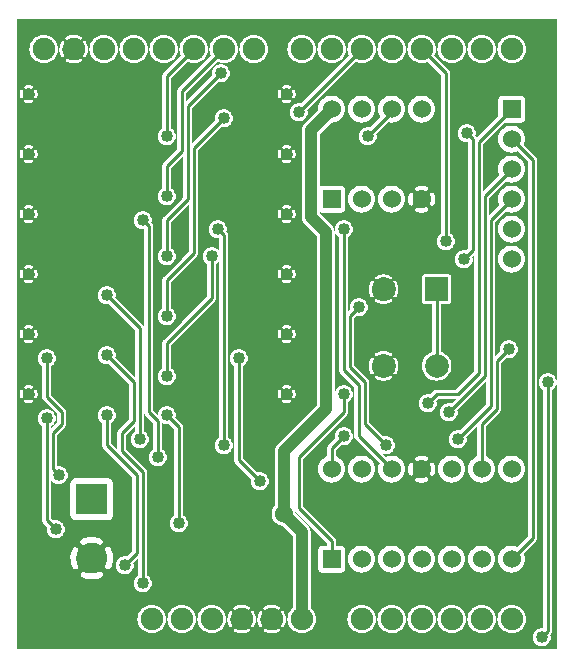
<source format=gbr>
G04 start of page 3 for group 1 idx 1 *
G04 Title: (unknown), layer2 *
G04 Creator: pcb 20091103 *
G04 CreationDate: Thu 14 Apr 2011 10:29:27 PM GMT UTC *
G04 For: jlamothe *
G04 Format: Gerber/RS-274X *
G04 PCB-Dimensions: 180000 210000 *
G04 PCB-Coordinate-Origin: lower left *
%MOIN*%
%FSLAX25Y25*%
%LNBACK*%
%ADD11C,0.0200*%
%ADD12C,0.0400*%
%ADD13C,0.0100*%
%ADD14C,0.0750*%
%ADD15C,0.0600*%
%ADD16C,0.0787*%
%ADD17C,0.1024*%
%ADD20C,0.0300*%
%ADD21C,0.0380*%
%ADD22C,0.0280*%
%ADD23C,0.0394*%
%ADD24C,0.0512*%
%ADD25C,0.0350*%
G54D11*G36*
X151750Y72630D02*X153500Y74380D01*
Y64239D01*
X153461Y64229D01*
X152750Y63897D01*
X152107Y63447D01*
X151750Y63090D01*
Y72630D01*
G37*
G36*
Y84630D02*X156500Y89380D01*
Y81622D01*
X151750Y76872D01*
Y84630D01*
G37*
G36*
Y128826D02*X151819Y128974D01*
X151954Y129479D01*
X152000Y130000D01*
X151954Y130521D01*
X151888Y130768D01*
X152500Y131380D01*
Y92622D01*
X151750Y91872D01*
Y128826D01*
G37*
G36*
X167000Y64014D02*Y125986D01*
X167250Y126103D01*
X167893Y126553D01*
X168447Y127107D01*
X168897Y127750D01*
X169229Y128461D01*
X169432Y129219D01*
X169500Y130000D01*
X169432Y130781D01*
X169229Y131539D01*
X168897Y132250D01*
X168447Y132893D01*
X167893Y133447D01*
X167250Y133897D01*
X167000Y134014D01*
Y135986D01*
X167250Y136103D01*
X167893Y136553D01*
X168447Y137107D01*
X168897Y137750D01*
X169229Y138461D01*
X169432Y139219D01*
X169500Y140000D01*
X169432Y140781D01*
X169229Y141539D01*
X168897Y142250D01*
X168447Y142893D01*
X167893Y143447D01*
X167250Y143897D01*
X167000Y144014D01*
Y145986D01*
X167250Y146103D01*
X167893Y146553D01*
X168447Y147107D01*
X168897Y147750D01*
X169229Y148461D01*
X169432Y149219D01*
X169500Y150000D01*
X169432Y150781D01*
X169229Y151539D01*
X168897Y152250D01*
X168447Y152893D01*
X167893Y153447D01*
X167250Y153897D01*
X167000Y154014D01*
Y155986D01*
X167250Y156103D01*
X167893Y156553D01*
X168447Y157107D01*
X168897Y157750D01*
X169229Y158461D01*
X169432Y159219D01*
X169500Y160000D01*
X169432Y160781D01*
X169229Y161539D01*
X168897Y162250D01*
X168447Y162893D01*
X167893Y163447D01*
X167250Y163897D01*
X167000Y164014D01*
Y165879D01*
X170500Y162379D01*
Y37622D01*
X167000Y34122D01*
Y55986D01*
X167250Y56103D01*
X167893Y56553D01*
X168447Y57107D01*
X168897Y57750D01*
X169229Y58461D01*
X169432Y59219D01*
X169500Y60000D01*
X169432Y60781D01*
X169229Y61539D01*
X168897Y62250D01*
X168447Y62893D01*
X167893Y63447D01*
X167250Y63897D01*
X167000Y64014D01*
G37*
G36*
Y210000D02*X180000D01*
Y89000D01*
X179954Y89521D01*
X179819Y90026D01*
X179598Y90500D01*
X179298Y90928D01*
X178928Y91298D01*
X178500Y91598D01*
X178026Y91819D01*
X177521Y91954D01*
X177000Y92000D01*
X176479Y91954D01*
X175974Y91819D01*
X175500Y91598D01*
X175072Y91298D01*
X174702Y90928D01*
X174402Y90500D01*
X174181Y90026D01*
X174046Y89521D01*
X174000Y89000D01*
X174046Y88479D01*
X174181Y87974D01*
X174402Y87500D01*
X174702Y87072D01*
X175072Y86702D01*
X175500Y86402D01*
Y6956D01*
X175000Y7000D01*
X174479Y6954D01*
X173974Y6819D01*
X173500Y6598D01*
X173072Y6298D01*
X172702Y5928D01*
X172402Y5500D01*
X172181Y5026D01*
X172046Y4521D01*
X172000Y4000D01*
X172046Y3479D01*
X172181Y2974D01*
X172402Y2500D01*
X172702Y2072D01*
X173072Y1702D01*
X173500Y1402D01*
X173974Y1181D01*
X174479Y1046D01*
X175000Y1000D01*
X175521Y1046D01*
X176026Y1181D01*
X176500Y1402D01*
X176928Y1702D01*
X177298Y2072D01*
X177598Y2500D01*
X177819Y2974D01*
X177954Y3479D01*
X178000Y4000D01*
X177954Y4521D01*
X177888Y4768D01*
X178060Y4940D01*
X178061Y4939D01*
X178106Y4993D01*
X178149Y5036D01*
X178182Y5084D01*
X178229Y5139D01*
X178265Y5201D01*
X178299Y5250D01*
X178324Y5304D01*
X178360Y5366D01*
X178383Y5430D01*
X178410Y5487D01*
X178427Y5550D01*
X178449Y5612D01*
X178461Y5681D01*
X178477Y5740D01*
X178482Y5796D01*
X178495Y5869D01*
Y5943D01*
X178500Y6000D01*
Y86402D01*
X178928Y86702D01*
X179298Y87072D01*
X179598Y87500D01*
X179819Y87974D01*
X179954Y88479D01*
X180000Y89000D01*
Y0D01*
X167000D01*
Y5711D01*
X167375Y5886D01*
X168053Y6361D01*
X168639Y6947D01*
X169114Y7625D01*
X169464Y8375D01*
X169678Y9175D01*
X169750Y10000D01*
X169678Y10825D01*
X169464Y11625D01*
X169114Y12375D01*
X168639Y13053D01*
X168053Y13639D01*
X167375Y14114D01*
X167000Y14289D01*
Y25986D01*
X167250Y26103D01*
X167893Y26553D01*
X168447Y27107D01*
X168897Y27750D01*
X169229Y28461D01*
X169432Y29219D01*
X169500Y30000D01*
X169432Y30781D01*
X169229Y31539D01*
X169048Y31928D01*
X173060Y35940D01*
X173061Y35939D01*
X173108Y35995D01*
X173149Y36036D01*
X173182Y36083D01*
X173229Y36139D01*
X173266Y36203D01*
X173299Y36250D01*
X173325Y36305D01*
X173360Y36366D01*
X173383Y36429D01*
X173410Y36487D01*
X173427Y36551D01*
X173449Y36612D01*
X173461Y36681D01*
X173477Y36740D01*
X173482Y36796D01*
X173495Y36869D01*
Y36943D01*
X173500Y37000D01*
Y163000D01*
X173494Y163068D01*
Y163131D01*
X173483Y163193D01*
X173477Y163260D01*
X173459Y163329D01*
X173448Y163389D01*
X173429Y163441D01*
X173410Y163513D01*
X173378Y163580D01*
X173359Y163634D01*
X173329Y163686D01*
X173299Y163750D01*
X173259Y163806D01*
X173228Y163861D01*
X173187Y163910D01*
X173149Y163964D01*
X173102Y164011D01*
X173060Y164061D01*
X169048Y168073D01*
X169229Y168461D01*
X169432Y169219D01*
X169500Y170000D01*
X169432Y170781D01*
X169229Y171539D01*
X168897Y172250D01*
X168447Y172893D01*
X167893Y173447D01*
X167250Y173897D01*
X167000Y174014D01*
Y175500D01*
X168000D01*
X168260Y175523D01*
X168513Y175590D01*
X168750Y175701D01*
X168964Y175851D01*
X169149Y176036D01*
X169299Y176250D01*
X169410Y176487D01*
X169477Y176740D01*
X169500Y177000D01*
Y183000D01*
X169477Y183260D01*
X169410Y183513D01*
X169299Y183750D01*
X169149Y183964D01*
X168964Y184149D01*
X168750Y184299D01*
X168513Y184410D01*
X168260Y184477D01*
X168000Y184500D01*
X167000D01*
Y195711D01*
X167375Y195886D01*
X168053Y196361D01*
X168639Y196947D01*
X169114Y197625D01*
X169464Y198375D01*
X169678Y199175D01*
X169750Y200000D01*
X169678Y200825D01*
X169464Y201625D01*
X169114Y202375D01*
X168639Y203053D01*
X168053Y203639D01*
X167375Y204114D01*
X167000Y204289D01*
Y210000D01*
G37*
G36*
Y164014D02*X166539Y164229D01*
X165781Y164432D01*
X165000Y164500D01*
X164219Y164432D01*
X163461Y164229D01*
X162750Y163897D01*
X162107Y163447D01*
X161553Y162893D01*
X161103Y162250D01*
X160771Y161539D01*
X160568Y160781D01*
X160500Y160000D01*
X160568Y159219D01*
X160771Y158461D01*
X160952Y158074D01*
X155500Y152622D01*
Y168380D01*
X162620Y175500D01*
X167000D01*
Y174014D01*
X166539Y174229D01*
X165781Y174432D01*
X165000Y174500D01*
X164219Y174432D01*
X163461Y174229D01*
X162750Y173897D01*
X162107Y173447D01*
X161553Y172893D01*
X161103Y172250D01*
X160771Y171539D01*
X160568Y170781D01*
X160500Y170000D01*
X160568Y169219D01*
X160771Y168461D01*
X161103Y167750D01*
X161553Y167107D01*
X162107Y166553D01*
X162750Y166103D01*
X163461Y165771D01*
X164219Y165568D01*
X165000Y165500D01*
X165781Y165568D01*
X166539Y165771D01*
X166927Y165952D01*
X167000Y165879D01*
Y164014D01*
G37*
G36*
Y154014D02*X166539Y154229D01*
X165781Y154432D01*
X165000Y154500D01*
X164219Y154432D01*
X163461Y154229D01*
X162750Y153897D01*
X162107Y153447D01*
X161553Y152893D01*
X161103Y152250D01*
X160771Y151539D01*
X160568Y150781D01*
X160500Y150000D01*
X160568Y149219D01*
X160771Y148461D01*
X160952Y148074D01*
X157500Y144622D01*
Y150380D01*
X163072Y155952D01*
X163461Y155771D01*
X164219Y155568D01*
X165000Y155500D01*
X165781Y155568D01*
X166539Y155771D01*
X167000Y155986D01*
Y154014D01*
G37*
G36*
Y100000D02*X166954Y100521D01*
X166819Y101026D01*
X166598Y101500D01*
X166298Y101928D01*
X165928Y102298D01*
X165500Y102598D01*
X165026Y102819D01*
X164521Y102954D01*
X164000Y103000D01*
X163479Y102954D01*
X162974Y102819D01*
X162500Y102598D01*
X162072Y102298D01*
X161702Y101928D01*
X161402Y101500D01*
X161181Y101026D01*
X161046Y100521D01*
X161000Y100000D01*
X161046Y99479D01*
X161112Y99234D01*
X159500Y97622D01*
Y142380D01*
X163072Y145952D01*
X163461Y145771D01*
X164219Y145568D01*
X165000Y145500D01*
X165781Y145568D01*
X166539Y145771D01*
X167000Y145986D01*
Y144014D01*
X166539Y144229D01*
X165781Y144432D01*
X165000Y144500D01*
X164219Y144432D01*
X163461Y144229D01*
X162750Y143897D01*
X162107Y143447D01*
X161553Y142893D01*
X161103Y142250D01*
X160771Y141539D01*
X160568Y140781D01*
X160500Y140000D01*
X160568Y139219D01*
X160771Y138461D01*
X161103Y137750D01*
X161553Y137107D01*
X162107Y136553D01*
X162750Y136103D01*
X163461Y135771D01*
X164219Y135568D01*
X165000Y135500D01*
X165781Y135568D01*
X166539Y135771D01*
X167000Y135986D01*
Y134014D01*
X166539Y134229D01*
X165781Y134432D01*
X165000Y134500D01*
X164219Y134432D01*
X163461Y134229D01*
X162750Y133897D01*
X162107Y133447D01*
X161553Y132893D01*
X161103Y132250D01*
X160771Y131539D01*
X160568Y130781D01*
X160500Y130000D01*
X160568Y129219D01*
X160771Y128461D01*
X161103Y127750D01*
X161553Y127107D01*
X162107Y126553D01*
X162750Y126103D01*
X163461Y125771D01*
X164219Y125568D01*
X165000Y125500D01*
X165781Y125568D01*
X166539Y125771D01*
X167000Y125986D01*
Y100000D01*
G37*
G36*
Y0D02*X151750D01*
Y6558D01*
X151947Y6361D01*
X152625Y5886D01*
X153375Y5536D01*
X154175Y5322D01*
X155000Y5250D01*
X155825Y5322D01*
X156625Y5536D01*
X157375Y5886D01*
X158053Y6361D01*
X158639Y6947D01*
X159114Y7625D01*
X159464Y8375D01*
X159678Y9175D01*
X159750Y10000D01*
X159678Y10825D01*
X159464Y11625D01*
X159114Y12375D01*
X158639Y13053D01*
X158053Y13639D01*
X157375Y14114D01*
X156625Y14464D01*
X155825Y14678D01*
X155000Y14750D01*
X154175Y14678D01*
X153375Y14464D01*
X152625Y14114D01*
X151947Y13639D01*
X151750Y13442D01*
Y26910D01*
X152107Y26553D01*
X152750Y26103D01*
X153461Y25771D01*
X154219Y25568D01*
X155000Y25500D01*
X155781Y25568D01*
X156539Y25771D01*
X157250Y26103D01*
X157893Y26553D01*
X158447Y27107D01*
X158897Y27750D01*
X159229Y28461D01*
X159432Y29219D01*
X159500Y30000D01*
X159432Y30781D01*
X159229Y31539D01*
X158897Y32250D01*
X158447Y32893D01*
X157893Y33447D01*
X157250Y33897D01*
X156539Y34229D01*
X155781Y34432D01*
X155000Y34500D01*
X154219Y34432D01*
X153461Y34229D01*
X152750Y33897D01*
X152107Y33447D01*
X151750Y33090D01*
Y56910D01*
X152107Y56553D01*
X152750Y56103D01*
X153461Y55771D01*
X154219Y55568D01*
X155000Y55500D01*
X155781Y55568D01*
X156539Y55771D01*
X157250Y56103D01*
X157893Y56553D01*
X158447Y57107D01*
X158897Y57750D01*
X159229Y58461D01*
X159432Y59219D01*
X159500Y60000D01*
X159432Y60781D01*
X159229Y61539D01*
X158897Y62250D01*
X158447Y62893D01*
X157893Y63447D01*
X157250Y63897D01*
X156539Y64229D01*
X156500Y64239D01*
Y74380D01*
X161060Y78940D01*
X161061Y78939D01*
X161108Y78995D01*
X161149Y79036D01*
X161181Y79082D01*
X161229Y79139D01*
X161265Y79202D01*
X161299Y79250D01*
X161325Y79306D01*
X161360Y79366D01*
X161383Y79429D01*
X161410Y79487D01*
X161426Y79549D01*
X161449Y79612D01*
X161461Y79681D01*
X161477Y79740D01*
X161482Y79798D01*
X161495Y79869D01*
Y79943D01*
X161500Y80000D01*
Y95380D01*
X163232Y97112D01*
X163479Y97046D01*
X164000Y97000D01*
X164521Y97046D01*
X165026Y97181D01*
X165500Y97402D01*
X165928Y97702D01*
X166298Y98072D01*
X166598Y98500D01*
X166819Y98974D01*
X166954Y99479D01*
X167000Y100000D01*
Y64014D01*
X166539Y64229D01*
X165781Y64432D01*
X165000Y64500D01*
X164219Y64432D01*
X163461Y64229D01*
X162750Y63897D01*
X162107Y63447D01*
X161553Y62893D01*
X161103Y62250D01*
X160771Y61539D01*
X160568Y60781D01*
X160500Y60000D01*
X160568Y59219D01*
X160771Y58461D01*
X161103Y57750D01*
X161553Y57107D01*
X162107Y56553D01*
X162750Y56103D01*
X163461Y55771D01*
X164219Y55568D01*
X165000Y55500D01*
X165781Y55568D01*
X166539Y55771D01*
X167000Y55986D01*
Y34122D01*
X166926Y34048D01*
X166539Y34229D01*
X165781Y34432D01*
X165000Y34500D01*
X164219Y34432D01*
X163461Y34229D01*
X162750Y33897D01*
X162107Y33447D01*
X161553Y32893D01*
X161103Y32250D01*
X160771Y31539D01*
X160568Y30781D01*
X160500Y30000D01*
X160568Y29219D01*
X160771Y28461D01*
X161103Y27750D01*
X161553Y27107D01*
X162107Y26553D01*
X162750Y26103D01*
X163461Y25771D01*
X164219Y25568D01*
X165000Y25500D01*
X165781Y25568D01*
X166539Y25771D01*
X167000Y25986D01*
Y14289D01*
X166625Y14464D01*
X165825Y14678D01*
X165000Y14750D01*
X164175Y14678D01*
X163375Y14464D01*
X162625Y14114D01*
X161947Y13639D01*
X161361Y13053D01*
X160886Y12375D01*
X160536Y11625D01*
X160322Y10825D01*
X160250Y10000D01*
X160322Y9175D01*
X160536Y8375D01*
X160886Y7625D01*
X161361Y6947D01*
X161947Y6361D01*
X162625Y5886D01*
X163375Y5536D01*
X164175Y5322D01*
X165000Y5250D01*
X165825Y5322D01*
X166625Y5536D01*
X167000Y5711D01*
Y0D01*
G37*
G36*
X151750Y210000D02*X167000D01*
Y204289D01*
X166625Y204464D01*
X165825Y204678D01*
X165000Y204750D01*
X164175Y204678D01*
X163375Y204464D01*
X162625Y204114D01*
X161947Y203639D01*
X161361Y203053D01*
X160886Y202375D01*
X160536Y201625D01*
X160322Y200825D01*
X160250Y200000D01*
X160322Y199175D01*
X160536Y198375D01*
X160886Y197625D01*
X161361Y196947D01*
X161947Y196361D01*
X162625Y195886D01*
X163375Y195536D01*
X164175Y195322D01*
X165000Y195250D01*
X165825Y195322D01*
X166625Y195536D01*
X167000Y195711D01*
Y184500D01*
X162000D01*
X161740Y184477D01*
X161487Y184410D01*
X161250Y184299D01*
X161036Y184149D01*
X160851Y183964D01*
X160701Y183750D01*
X160590Y183513D01*
X160523Y183260D01*
X160500Y183000D01*
Y177622D01*
X153404Y170526D01*
X153379Y170579D01*
X153359Y170634D01*
X153328Y170687D01*
X153299Y170750D01*
X153260Y170806D01*
X153228Y170861D01*
X153187Y170909D01*
X153149Y170964D01*
X153102Y171011D01*
X153060Y171061D01*
X152888Y171233D01*
X152954Y171479D01*
X153000Y172000D01*
X152954Y172521D01*
X152819Y173026D01*
X152598Y173500D01*
X152298Y173928D01*
X151928Y174298D01*
X151750Y174423D01*
Y196558D01*
X151947Y196361D01*
X152625Y195886D01*
X153375Y195536D01*
X154175Y195322D01*
X155000Y195250D01*
X155825Y195322D01*
X156625Y195536D01*
X157375Y195886D01*
X158053Y196361D01*
X158639Y196947D01*
X159114Y197625D01*
X159464Y198375D01*
X159678Y199175D01*
X159750Y200000D01*
X159678Y200825D01*
X159464Y201625D01*
X159114Y202375D01*
X158639Y203053D01*
X158053Y203639D01*
X157375Y204114D01*
X156625Y204464D01*
X155825Y204678D01*
X155000Y204750D01*
X154175Y204678D01*
X153375Y204464D01*
X152625Y204114D01*
X151947Y203639D01*
X151750Y203442D01*
Y210000D01*
G37*
G36*
X98500Y139257D02*X100000Y137757D01*
Y81244D01*
X98500Y79744D01*
Y139257D01*
G37*
G36*
X145000Y67774D02*X145072Y67702D01*
X145500Y67402D01*
X145974Y67181D01*
X146479Y67046D01*
X147000Y67000D01*
X147521Y67046D01*
X148026Y67181D01*
X148500Y67402D01*
X148928Y67702D01*
X149298Y68072D01*
X149598Y68500D01*
X149819Y68974D01*
X149954Y69479D01*
X150000Y70000D01*
X149954Y70521D01*
X149888Y70768D01*
X151750Y72630D01*
Y63090D01*
X151553Y62893D01*
X151103Y62250D01*
X150771Y61539D01*
X150568Y60781D01*
X150500Y60000D01*
X150568Y59219D01*
X150771Y58461D01*
X151103Y57750D01*
X151553Y57107D01*
X151750Y56910D01*
Y33090D01*
X151553Y32893D01*
X151103Y32250D01*
X150771Y31539D01*
X150568Y30781D01*
X150500Y30000D01*
X150568Y29219D01*
X150771Y28461D01*
X151103Y27750D01*
X151553Y27107D01*
X151750Y26910D01*
Y13442D01*
X151361Y13053D01*
X150886Y12375D01*
X150536Y11625D01*
X150322Y10825D01*
X150250Y10000D01*
X150322Y9175D01*
X150536Y8375D01*
X150886Y7625D01*
X151361Y6947D01*
X151750Y6558D01*
Y0D01*
X145000D01*
Y5250D01*
X145825Y5322D01*
X146625Y5536D01*
X147375Y5886D01*
X148053Y6361D01*
X148639Y6947D01*
X149114Y7625D01*
X149464Y8375D01*
X149678Y9175D01*
X149750Y10000D01*
X149678Y10825D01*
X149464Y11625D01*
X149114Y12375D01*
X148639Y13053D01*
X148053Y13639D01*
X147375Y14114D01*
X146625Y14464D01*
X145825Y14678D01*
X145000Y14750D01*
Y25500D01*
X145781Y25568D01*
X146539Y25771D01*
X147250Y26103D01*
X147893Y26553D01*
X148447Y27107D01*
X148897Y27750D01*
X149229Y28461D01*
X149432Y29219D01*
X149500Y30000D01*
X149432Y30781D01*
X149229Y31539D01*
X148897Y32250D01*
X148447Y32893D01*
X147893Y33447D01*
X147250Y33897D01*
X146539Y34229D01*
X145781Y34432D01*
X145000Y34500D01*
Y55500D01*
X145781Y55568D01*
X146539Y55771D01*
X147250Y56103D01*
X147893Y56553D01*
X148447Y57107D01*
X148897Y57750D01*
X149229Y58461D01*
X149432Y59219D01*
X149500Y60000D01*
X149432Y60781D01*
X149229Y61539D01*
X148897Y62250D01*
X148447Y62893D01*
X147893Y63447D01*
X147250Y63897D01*
X146539Y64229D01*
X145781Y64432D01*
X145000Y64500D01*
Y67774D01*
G37*
G36*
Y76174D02*X145026Y76181D01*
X145500Y76402D01*
X145928Y76702D01*
X146298Y77072D01*
X146598Y77500D01*
X146819Y77974D01*
X146954Y78479D01*
X147000Y79000D01*
X146954Y79521D01*
X146888Y79768D01*
X151750Y84630D01*
Y76872D01*
X147766Y72888D01*
X147521Y72954D01*
X147000Y73000D01*
X146479Y72954D01*
X145974Y72819D01*
X145500Y72598D01*
X145072Y72298D01*
X145000Y72226D01*
Y76174D01*
G37*
G36*
Y83500D02*X146378D01*
X145000Y82122D01*
Y83500D01*
G37*
G36*
X138613Y79481D02*X138928Y79702D01*
X139298Y80072D01*
X139598Y80500D01*
X139819Y80974D01*
X139954Y81479D01*
X140000Y82000D01*
X139954Y82521D01*
X139888Y82768D01*
X140620Y83500D01*
X145000D01*
Y82122D01*
X144766Y81888D01*
X144521Y81954D01*
X144000Y82000D01*
X143479Y81954D01*
X142974Y81819D01*
X142500Y81598D01*
X142072Y81298D01*
X141702Y80928D01*
X141402Y80500D01*
X141181Y80026D01*
X141046Y79521D01*
X141000Y79000D01*
X141046Y78479D01*
X141181Y77974D01*
X141402Y77500D01*
X141702Y77072D01*
X142072Y76702D01*
X142500Y76402D01*
X142974Y76181D01*
X143479Y76046D01*
X144000Y76000D01*
X144521Y76046D01*
X145000Y76174D01*
Y72226D01*
X144702Y71928D01*
X144402Y71500D01*
X144181Y71026D01*
X144046Y70521D01*
X144000Y70000D01*
X144046Y69479D01*
X144181Y68974D01*
X144402Y68500D01*
X144702Y68072D01*
X145000Y67774D01*
Y64500D01*
X144219Y64432D01*
X143461Y64229D01*
X142750Y63897D01*
X142107Y63447D01*
X141553Y62893D01*
X141103Y62250D01*
X140771Y61539D01*
X140568Y60781D01*
X140500Y60000D01*
X140568Y59219D01*
X140771Y58461D01*
X141103Y57750D01*
X141553Y57107D01*
X142107Y56553D01*
X142750Y56103D01*
X143461Y55771D01*
X144219Y55568D01*
X145000Y55500D01*
Y34500D01*
X144219Y34432D01*
X143461Y34229D01*
X142750Y33897D01*
X142107Y33447D01*
X141553Y32893D01*
X141103Y32250D01*
X140771Y31539D01*
X140568Y30781D01*
X140500Y30000D01*
X140568Y29219D01*
X140771Y28461D01*
X141103Y27750D01*
X141553Y27107D01*
X142107Y26553D01*
X142750Y26103D01*
X143461Y25771D01*
X144219Y25568D01*
X145000Y25500D01*
Y14750D01*
X144175Y14678D01*
X143375Y14464D01*
X142625Y14114D01*
X141947Y13639D01*
X141361Y13053D01*
X140886Y12375D01*
X140536Y11625D01*
X140322Y10825D01*
X140250Y10000D01*
X140322Y9175D01*
X140536Y8375D01*
X140886Y7625D01*
X141361Y6947D01*
X141947Y6361D01*
X142625Y5886D01*
X143375Y5536D01*
X144175Y5322D01*
X145000Y5250D01*
Y0D01*
X138613D01*
Y6921D01*
X138639Y6947D01*
X139114Y7625D01*
X139464Y8375D01*
X139678Y9175D01*
X139750Y10000D01*
X139678Y10825D01*
X139464Y11625D01*
X139114Y12375D01*
X138639Y13053D01*
X138613Y13079D01*
Y27344D01*
X138897Y27750D01*
X139229Y28461D01*
X139432Y29219D01*
X139500Y30000D01*
X139432Y30781D01*
X139229Y31539D01*
X138897Y32250D01*
X138613Y32656D01*
Y57860D01*
X138708Y57882D01*
X138829Y57933D01*
X138938Y58005D01*
X139034Y58094D01*
X139113Y58198D01*
X139172Y58315D01*
X139314Y58722D01*
X139417Y59142D01*
X139479Y59569D01*
X139500Y60000D01*
X139479Y60432D01*
X139417Y60859D01*
X139314Y61279D01*
X139172Y61686D01*
X139171D01*
X139112Y61802D01*
X139033Y61907D01*
X138937Y61996D01*
X138828Y62067D01*
X138707Y62118D01*
X138613Y62139D01*
Y79481D01*
G37*
G36*
Y13079D02*X138053Y13639D01*
X137375Y14114D01*
X136625Y14464D01*
X135825Y14678D01*
X135000Y14750D01*
Y25500D01*
X135781Y25568D01*
X136539Y25771D01*
X137250Y26103D01*
X137893Y26553D01*
X138447Y27107D01*
X138613Y27344D01*
Y13079D01*
G37*
G36*
Y0D02*X135000D01*
Y5250D01*
X135825Y5322D01*
X136625Y5536D01*
X137375Y5886D01*
X138053Y6361D01*
X138613Y6921D01*
Y0D01*
G37*
G36*
X135000Y79774D02*X135072Y79702D01*
X135500Y79402D01*
X135974Y79181D01*
X136479Y79046D01*
X137000Y79000D01*
X137521Y79046D01*
X138026Y79181D01*
X138500Y79402D01*
X138613Y79481D01*
Y62139D01*
X138580Y62147D01*
X138450Y62154D01*
X138320Y62138D01*
X138195Y62100D01*
X138079Y62041D01*
X137974Y61962D01*
X137885Y61866D01*
X137814Y61757D01*
X137763Y61636D01*
X137734Y61509D01*
X137727Y61379D01*
X137743Y61249D01*
X137781Y61124D01*
X137876Y60853D01*
X137944Y60573D01*
X137986Y60288D01*
X138000Y60000D01*
X137986Y59713D01*
X137944Y59428D01*
X137876Y59148D01*
X137781Y58877D01*
X137780D01*
X137742Y58752D01*
X137726Y58622D01*
X137733Y58491D01*
X137762Y58364D01*
X137813Y58243D01*
X137885Y58134D01*
X137974Y58038D01*
X138078Y57959D01*
X138195Y57900D01*
X138320Y57862D01*
X138450Y57846D01*
X138581Y57853D01*
X138613Y57860D01*
Y32656D01*
X138447Y32893D01*
X137893Y33447D01*
X137250Y33897D01*
X136539Y34229D01*
X135781Y34432D01*
X135000Y34500D01*
Y55500D01*
X135431Y55521D01*
X135858Y55583D01*
X136278Y55686D01*
X136685Y55828D01*
Y55829D01*
X136801Y55888D01*
X136906Y55967D01*
X136995Y56063D01*
X137066Y56172D01*
X137117Y56293D01*
X137146Y56420D01*
X137153Y56550D01*
X137137Y56680D01*
X137099Y56805D01*
X137040Y56921D01*
X136961Y57026D01*
X136865Y57115D01*
X136756Y57186D01*
X136635Y57237D01*
X136508Y57266D01*
X136378Y57273D01*
X136248Y57257D01*
X136123Y57219D01*
X135852Y57124D01*
X135572Y57056D01*
X135287Y57014D01*
X135000Y57000D01*
Y63000D01*
X135287Y62987D01*
X135572Y62945D01*
X135852Y62877D01*
X136123Y62782D01*
Y62781D01*
X136248Y62743D01*
X136378Y62727D01*
X136509Y62734D01*
X136636Y62763D01*
X136757Y62814D01*
X136866Y62886D01*
X136962Y62975D01*
X137041Y63079D01*
X137100Y63196D01*
X137138Y63321D01*
X137154Y63451D01*
X137147Y63582D01*
X137118Y63709D01*
X137067Y63830D01*
X136995Y63939D01*
X136906Y64035D01*
X136802Y64114D01*
X136685Y64173D01*
X136278Y64315D01*
X135858Y64418D01*
X135431Y64480D01*
X135000Y64500D01*
Y79774D01*
G37*
G36*
X145000Y210000D02*X151750D01*
Y203442D01*
X151361Y203053D01*
X150886Y202375D01*
X150536Y201625D01*
X150322Y200825D01*
X150250Y200000D01*
X150322Y199175D01*
X150536Y198375D01*
X150886Y197625D01*
X151361Y196947D01*
X151750Y196558D01*
Y174423D01*
X151500Y174598D01*
X151026Y174819D01*
X150521Y174954D01*
X150000Y175000D01*
X149479Y174954D01*
X148974Y174819D01*
X148500Y174598D01*
X148072Y174298D01*
X147702Y173928D01*
X147402Y173500D01*
X147181Y173026D01*
X147046Y172521D01*
X147000Y172000D01*
X147046Y171479D01*
X147181Y170974D01*
X147402Y170500D01*
X147702Y170072D01*
X148072Y169702D01*
X148500Y169402D01*
X148974Y169181D01*
X149479Y169046D01*
X150000Y169000D01*
X150500Y169044D01*
Y133622D01*
X149766Y132888D01*
X149521Y132954D01*
X149000Y133000D01*
X148479Y132954D01*
X147974Y132819D01*
X147500Y132598D01*
X147072Y132298D01*
X146702Y131928D01*
X146402Y131500D01*
X146181Y131026D01*
X146046Y130521D01*
X146000Y130000D01*
X146046Y129479D01*
X146181Y128974D01*
X146402Y128500D01*
X146702Y128072D01*
X147072Y127702D01*
X147500Y127402D01*
X147974Y127181D01*
X148479Y127046D01*
X149000Y127000D01*
X149521Y127046D01*
X150026Y127181D01*
X150500Y127402D01*
X150928Y127702D01*
X151298Y128072D01*
X151598Y128500D01*
X151750Y128826D01*
Y91872D01*
X146378Y86500D01*
X145000D01*
Y133774D01*
X145298Y134072D01*
X145598Y134500D01*
X145819Y134974D01*
X145954Y135479D01*
X146000Y136000D01*
X145954Y136521D01*
X145819Y137026D01*
X145598Y137500D01*
X145298Y137928D01*
X145000Y138226D01*
Y195250D01*
X145825Y195322D01*
X146625Y195536D01*
X147375Y195886D01*
X148053Y196361D01*
X148639Y196947D01*
X149114Y197625D01*
X149464Y198375D01*
X149678Y199175D01*
X149750Y200000D01*
X149678Y200825D01*
X149464Y201625D01*
X149114Y202375D01*
X148639Y203053D01*
X148053Y203639D01*
X147375Y204114D01*
X146625Y204464D01*
X145825Y204678D01*
X145000Y204750D01*
Y210000D01*
G37*
G36*
Y86500D02*X140000D01*
X139943Y86495D01*
X139869D01*
X139798Y86482D01*
X139740Y86477D01*
X139681Y86461D01*
X139612Y86449D01*
X139549Y86426D01*
X139487Y86410D01*
X139429Y86383D01*
X139366Y86360D01*
X139306Y86325D01*
X139250Y86299D01*
X139202Y86265D01*
X139139Y86229D01*
X139082Y86181D01*
X139036Y86149D01*
X138995Y86108D01*
X138939Y86061D01*
X138613Y85735D01*
Y89690D01*
X139143Y89548D01*
X140000Y89473D01*
X140857Y89548D01*
X141689Y89771D01*
X142469Y90134D01*
X143173Y90628D01*
X143782Y91237D01*
X144276Y91941D01*
X144639Y92721D01*
X144862Y93553D01*
X144937Y94410D01*
X144862Y95267D01*
X144639Y96099D01*
X144276Y96879D01*
X143782Y97583D01*
X143173Y98192D01*
X142469Y98686D01*
X141689Y99049D01*
X141500Y99100D01*
Y115063D01*
X143937D01*
X144111Y115078D01*
X144279Y115123D01*
X144437Y115197D01*
X144580Y115297D01*
X144703Y115420D01*
X144803Y115563D01*
X144877Y115721D01*
X144922Y115889D01*
X144937Y116063D01*
Y123937D01*
X144922Y124111D01*
X144877Y124279D01*
X144803Y124437D01*
X144703Y124580D01*
X144580Y124703D01*
X144437Y124803D01*
X144279Y124877D01*
X144111Y124922D01*
X143937Y124937D01*
X138613D01*
Y147860D01*
X138708Y147882D01*
X138829Y147933D01*
X138938Y148005D01*
X139034Y148094D01*
X139113Y148198D01*
X139172Y148315D01*
X139314Y148722D01*
X139417Y149142D01*
X139479Y149569D01*
X139500Y150000D01*
X139479Y150432D01*
X139417Y150859D01*
X139314Y151279D01*
X139172Y151686D01*
X139171D01*
X139112Y151802D01*
X139033Y151907D01*
X138937Y151996D01*
X138828Y152067D01*
X138707Y152118D01*
X138613Y152139D01*
Y177344D01*
X138897Y177750D01*
X139229Y178461D01*
X139432Y179219D01*
X139500Y180000D01*
X139432Y180781D01*
X139229Y181539D01*
X138897Y182250D01*
X138613Y182656D01*
Y194266D01*
X141500Y191379D01*
Y138598D01*
X141072Y138298D01*
X140702Y137928D01*
X140402Y137500D01*
X140181Y137026D01*
X140046Y136521D01*
X140000Y136000D01*
X140046Y135479D01*
X140181Y134974D01*
X140402Y134500D01*
X140702Y134072D01*
X141072Y133702D01*
X141500Y133402D01*
X141974Y133181D01*
X142479Y133046D01*
X143000Y133000D01*
X143521Y133046D01*
X144026Y133181D01*
X144500Y133402D01*
X144928Y133702D01*
X145000Y133774D01*
Y86500D01*
G37*
G36*
X138613Y182656D02*X138447Y182893D01*
X137893Y183447D01*
X137250Y183897D01*
X136539Y184229D01*
X135781Y184432D01*
X135000Y184500D01*
Y195250D01*
X135825Y195322D01*
X136625Y195536D01*
X137115Y195764D01*
X138613Y194266D01*
Y182656D01*
G37*
G36*
Y85735D02*X137766Y84888D01*
X137521Y84954D01*
X137000Y85000D01*
X136479Y84954D01*
X135974Y84819D01*
X135500Y84598D01*
X135072Y84298D01*
X135000Y84226D01*
Y145500D01*
X135431Y145521D01*
X135858Y145583D01*
X136278Y145686D01*
X136685Y145828D01*
Y145829D01*
X136801Y145888D01*
X136906Y145967D01*
X136995Y146063D01*
X137066Y146172D01*
X137117Y146293D01*
X137146Y146420D01*
X137153Y146550D01*
X137137Y146680D01*
X137099Y146805D01*
X137040Y146921D01*
X136961Y147026D01*
X136865Y147115D01*
X136756Y147186D01*
X136635Y147237D01*
X136508Y147266D01*
X136378Y147273D01*
X136248Y147257D01*
X136123Y147219D01*
X135852Y147124D01*
X135572Y147056D01*
X135287Y147014D01*
X135000Y147000D01*
Y153000D01*
X135287Y152987D01*
X135572Y152945D01*
X135852Y152877D01*
X136123Y152782D01*
Y152781D01*
X136248Y152743D01*
X136378Y152727D01*
X136509Y152734D01*
X136636Y152763D01*
X136757Y152814D01*
X136866Y152886D01*
X136962Y152975D01*
X137041Y153079D01*
X137100Y153196D01*
X137138Y153321D01*
X137154Y153451D01*
X137147Y153582D01*
X137118Y153709D01*
X137067Y153830D01*
X136995Y153939D01*
X136906Y154035D01*
X136802Y154114D01*
X136685Y154173D01*
X136278Y154315D01*
X135858Y154418D01*
X135431Y154480D01*
X135000Y154500D01*
Y175500D01*
X135781Y175568D01*
X136539Y175771D01*
X137250Y176103D01*
X137893Y176553D01*
X138447Y177107D01*
X138613Y177344D01*
Y152139D01*
X138580Y152147D01*
X138450Y152154D01*
X138320Y152138D01*
X138195Y152100D01*
X138079Y152041D01*
X137974Y151962D01*
X137885Y151866D01*
X137814Y151757D01*
X137763Y151636D01*
X137734Y151509D01*
X137727Y151379D01*
X137743Y151249D01*
X137781Y151124D01*
X137876Y150853D01*
X137944Y150573D01*
X137986Y150288D01*
X138000Y150000D01*
X137986Y149713D01*
X137944Y149428D01*
X137876Y149148D01*
X137781Y148877D01*
X137780D01*
X137742Y148752D01*
X137726Y148622D01*
X137733Y148491D01*
X137762Y148364D01*
X137813Y148243D01*
X137885Y148134D01*
X137974Y148038D01*
X138078Y147959D01*
X138195Y147900D01*
X138320Y147862D01*
X138450Y147846D01*
X138581Y147853D01*
X138613Y147860D01*
Y124937D01*
X136063D01*
X135889Y124922D01*
X135721Y124877D01*
X135563Y124803D01*
X135420Y124703D01*
X135297Y124580D01*
X135197Y124437D01*
X135123Y124279D01*
X135078Y124111D01*
X135063Y123937D01*
Y116063D01*
X135078Y115889D01*
X135123Y115721D01*
X135197Y115563D01*
X135297Y115420D01*
X135420Y115297D01*
X135563Y115197D01*
X135721Y115123D01*
X135889Y115078D01*
X136063Y115063D01*
X138500D01*
Y99100D01*
X138311Y99049D01*
X137531Y98686D01*
X136827Y98192D01*
X136218Y97583D01*
X135724Y96879D01*
X135361Y96099D01*
X135138Y95267D01*
X135063Y94410D01*
X135138Y93553D01*
X135361Y92721D01*
X135724Y91941D01*
X136218Y91237D01*
X136827Y90628D01*
X137531Y90134D01*
X138311Y89771D01*
X138613Y89690D01*
Y85735D01*
G37*
G36*
X135000Y210000D02*X145000D01*
Y204750D01*
X144175Y204678D01*
X143375Y204464D01*
X142625Y204114D01*
X141947Y203639D01*
X141361Y203053D01*
X140886Y202375D01*
X140536Y201625D01*
X140322Y200825D01*
X140250Y200000D01*
X140322Y199175D01*
X140536Y198375D01*
X140886Y197625D01*
X141361Y196947D01*
X141947Y196361D01*
X142625Y195886D01*
X143375Y195536D01*
X144175Y195322D01*
X145000Y195250D01*
Y138226D01*
X144928Y138298D01*
X144500Y138598D01*
Y192000D01*
X144494Y192068D01*
Y192131D01*
X144483Y192193D01*
X144477Y192260D01*
X144459Y192329D01*
X144448Y192389D01*
X144429Y192441D01*
X144410Y192513D01*
X144378Y192580D01*
X144359Y192634D01*
X144329Y192686D01*
X144299Y192750D01*
X144259Y192806D01*
X144228Y192861D01*
X144187Y192910D01*
X144149Y192964D01*
X144102Y193011D01*
X144060Y193061D01*
X139236Y197885D01*
X139464Y198375D01*
X139678Y199175D01*
X139750Y200000D01*
X139678Y200825D01*
X139464Y201625D01*
X139114Y202375D01*
X138639Y203053D01*
X138053Y203639D01*
X137375Y204114D01*
X136625Y204464D01*
X135825Y204678D01*
X135000Y204750D01*
Y210000D01*
G37*
G36*
Y184500D02*X134219Y184432D01*
X133461Y184229D01*
X132750Y183897D01*
X132107Y183447D01*
X131553Y182893D01*
X131387Y182656D01*
Y196921D01*
X131947Y196361D01*
X132625Y195886D01*
X133375Y195536D01*
X134175Y195322D01*
X135000Y195250D01*
Y184500D01*
G37*
G36*
Y14750D02*X134175Y14678D01*
X133375Y14464D01*
X132625Y14114D01*
X131947Y13639D01*
X131387Y13079D01*
Y27344D01*
X131553Y27107D01*
X132107Y26553D01*
X132750Y26103D01*
X133461Y25771D01*
X134219Y25568D01*
X135000Y25500D01*
Y14750D01*
G37*
G36*
Y0D02*X131387D01*
Y6921D01*
X131947Y6361D01*
X132625Y5886D01*
X133375Y5536D01*
X134175Y5322D01*
X135000Y5250D01*
Y0D01*
G37*
G36*
Y84226D02*X134702Y83928D01*
X134402Y83500D01*
X134181Y83026D01*
X134046Y82521D01*
X134000Y82000D01*
X134046Y81479D01*
X134181Y80974D01*
X134402Y80500D01*
X134702Y80072D01*
X135000Y79774D01*
Y64500D01*
X134568Y64480D01*
X134141Y64418D01*
X133721Y64315D01*
X133314Y64173D01*
Y64172D01*
X133198Y64113D01*
X133093Y64034D01*
X133004Y63938D01*
X132933Y63829D01*
X132882Y63708D01*
X132853Y63581D01*
X132846Y63451D01*
X132862Y63321D01*
X132900Y63196D01*
X132959Y63080D01*
X133038Y62975D01*
X133134Y62886D01*
X133243Y62815D01*
X133364Y62764D01*
X133491Y62735D01*
X133621Y62728D01*
X133751Y62744D01*
X133876Y62782D01*
X134147Y62877D01*
X134427Y62945D01*
X134712Y62987D01*
X135000Y63000D01*
Y57000D01*
X134999D01*
X134712Y57014D01*
X134427Y57056D01*
X134147Y57124D01*
X133876Y57219D01*
Y57220D01*
X133751Y57258D01*
X133621Y57274D01*
X133490Y57267D01*
X133363Y57238D01*
X133242Y57187D01*
X133133Y57115D01*
X133037Y57026D01*
X132958Y56922D01*
X132899Y56805D01*
X132861Y56680D01*
X132845Y56550D01*
X132852Y56419D01*
X132881Y56292D01*
X132932Y56171D01*
X133004Y56062D01*
X133093Y55966D01*
X133197Y55887D01*
X133314Y55828D01*
X133721Y55686D01*
X134141Y55583D01*
X134568Y55521D01*
X134999Y55500D01*
X135000D01*
Y34500D01*
X134219Y34432D01*
X133461Y34229D01*
X132750Y33897D01*
X132107Y33447D01*
X131553Y32893D01*
X131387Y32656D01*
Y57861D01*
X131419Y57854D01*
X131549Y57847D01*
X131679Y57863D01*
X131804Y57901D01*
X131920Y57960D01*
X132025Y58039D01*
X132114Y58135D01*
X132185Y58244D01*
X132236Y58365D01*
X132265Y58492D01*
X132272Y58622D01*
X132256Y58752D01*
X132218Y58877D01*
X132123Y59148D01*
X132055Y59428D01*
X132013Y59713D01*
X132000Y60001D01*
X132013Y60288D01*
X132055Y60573D01*
X132123Y60853D01*
X132218Y61124D01*
X132219D01*
X132257Y61249D01*
X132273Y61379D01*
X132266Y61510D01*
X132237Y61637D01*
X132186Y61758D01*
X132114Y61867D01*
X132025Y61963D01*
X131921Y62042D01*
X131804Y62101D01*
X131679Y62139D01*
X131549Y62155D01*
X131418Y62148D01*
X131387Y62141D01*
Y147861D01*
X131419Y147854D01*
X131549Y147847D01*
X131679Y147863D01*
X131804Y147901D01*
X131920Y147960D01*
X132025Y148039D01*
X132114Y148135D01*
X132185Y148244D01*
X132236Y148365D01*
X132265Y148492D01*
X132272Y148622D01*
X132256Y148752D01*
X132218Y148877D01*
X132123Y149148D01*
X132055Y149428D01*
X132013Y149713D01*
X132000Y150001D01*
X132013Y150288D01*
X132055Y150573D01*
X132123Y150853D01*
X132218Y151124D01*
X132219D01*
X132257Y151249D01*
X132273Y151379D01*
X132266Y151510D01*
X132237Y151637D01*
X132186Y151758D01*
X132114Y151867D01*
X132025Y151963D01*
X131921Y152042D01*
X131804Y152101D01*
X131679Y152139D01*
X131549Y152155D01*
X131418Y152148D01*
X131387Y152141D01*
Y177344D01*
X131553Y177107D01*
X132107Y176553D01*
X132750Y176103D01*
X133461Y175771D01*
X134219Y175568D01*
X135000Y175500D01*
Y154500D01*
X134568Y154480D01*
X134141Y154418D01*
X133721Y154315D01*
X133314Y154173D01*
Y154172D01*
X133198Y154113D01*
X133093Y154034D01*
X133004Y153938D01*
X132933Y153829D01*
X132882Y153708D01*
X132853Y153581D01*
X132846Y153451D01*
X132862Y153321D01*
X132900Y153196D01*
X132959Y153080D01*
X133038Y152975D01*
X133134Y152886D01*
X133243Y152815D01*
X133364Y152764D01*
X133491Y152735D01*
X133621Y152728D01*
X133751Y152744D01*
X133876Y152782D01*
X134147Y152877D01*
X134427Y152945D01*
X134712Y152987D01*
X135000Y153000D01*
Y147000D01*
X134999D01*
X134712Y147014D01*
X134427Y147056D01*
X134147Y147124D01*
X133876Y147219D01*
Y147220D01*
X133751Y147258D01*
X133621Y147274D01*
X133490Y147267D01*
X133363Y147238D01*
X133242Y147187D01*
X133133Y147115D01*
X133037Y147026D01*
X132958Y146922D01*
X132899Y146805D01*
X132861Y146680D01*
X132845Y146550D01*
X132852Y146419D01*
X132881Y146292D01*
X132932Y146171D01*
X133004Y146062D01*
X133093Y145966D01*
X133197Y145887D01*
X133314Y145828D01*
X133721Y145686D01*
X134141Y145583D01*
X134568Y145521D01*
X134999Y145500D01*
X135000D01*
Y84226D01*
G37*
G36*
X131387Y210000D02*X135000D01*
Y204750D01*
X134175Y204678D01*
X133375Y204464D01*
X132625Y204114D01*
X131947Y203639D01*
X131387Y203079D01*
Y210000D01*
G37*
G36*
X126383D02*X131387D01*
Y203079D01*
X131361Y203053D01*
X130886Y202375D01*
X130536Y201625D01*
X130322Y200825D01*
X130250Y200000D01*
X130322Y199175D01*
X130536Y198375D01*
X130886Y197625D01*
X131361Y196947D01*
X131387Y196921D01*
Y182656D01*
X131103Y182250D01*
X130771Y181539D01*
X130568Y180781D01*
X130500Y180000D01*
X130568Y179219D01*
X130771Y178461D01*
X131103Y177750D01*
X131387Y177344D01*
Y152141D01*
X131291Y152119D01*
X131170Y152068D01*
X131061Y151996D01*
X130965Y151907D01*
X130886Y151803D01*
X130827Y151686D01*
X130685Y151279D01*
X130582Y150859D01*
X130520Y150432D01*
X130500Y150001D01*
X130520Y149569D01*
X130582Y149142D01*
X130685Y148722D01*
X130827Y148315D01*
X130828D01*
X130887Y148199D01*
X130966Y148094D01*
X131062Y148005D01*
X131171Y147934D01*
X131292Y147883D01*
X131387Y147861D01*
Y62141D01*
X131291Y62119D01*
X131170Y62068D01*
X131061Y61996D01*
X130965Y61907D01*
X130886Y61803D01*
X130827Y61686D01*
X130685Y61279D01*
X130582Y60859D01*
X130520Y60432D01*
X130500Y60001D01*
X130520Y59569D01*
X130582Y59142D01*
X130685Y58722D01*
X130827Y58315D01*
X130828D01*
X130887Y58199D01*
X130966Y58094D01*
X131062Y58005D01*
X131171Y57934D01*
X131292Y57883D01*
X131387Y57861D01*
Y32656D01*
X131103Y32250D01*
X130771Y31539D01*
X130568Y30781D01*
X130500Y30000D01*
X130568Y29219D01*
X130771Y28461D01*
X131103Y27750D01*
X131387Y27344D01*
Y13079D01*
X131361Y13053D01*
X130886Y12375D01*
X130536Y11625D01*
X130322Y10825D01*
X130250Y10000D01*
X130322Y9175D01*
X130536Y8375D01*
X130886Y7625D01*
X131361Y6947D01*
X131387Y6921D01*
Y0D01*
X126383D01*
Y5471D01*
X126625Y5536D01*
X127375Y5886D01*
X128053Y6361D01*
X128639Y6947D01*
X129114Y7625D01*
X129464Y8375D01*
X129678Y9175D01*
X129750Y10000D01*
X129678Y10825D01*
X129464Y11625D01*
X129114Y12375D01*
X128639Y13053D01*
X128053Y13639D01*
X127375Y14114D01*
X126625Y14464D01*
X126383Y14529D01*
Y25729D01*
X126539Y25771D01*
X127250Y26103D01*
X127893Y26553D01*
X128447Y27107D01*
X128897Y27750D01*
X129229Y28461D01*
X129432Y29219D01*
X129500Y30000D01*
X129432Y30781D01*
X129229Y31539D01*
X128897Y32250D01*
X128447Y32893D01*
X127893Y33447D01*
X127250Y33897D01*
X126539Y34229D01*
X126383Y34271D01*
Y55729D01*
X126539Y55771D01*
X127250Y56103D01*
X127893Y56553D01*
X128447Y57107D01*
X128897Y57750D01*
X129229Y58461D01*
X129432Y59219D01*
X129500Y60000D01*
X129432Y60781D01*
X129229Y61539D01*
X128897Y62250D01*
X128447Y62893D01*
X127893Y63447D01*
X127250Y63897D01*
X126539Y64229D01*
X126383Y64271D01*
Y91693D01*
X126417Y91724D01*
X126469Y91794D01*
X126694Y92195D01*
X126881Y92614D01*
X127028Y93050D01*
X127134Y93497D01*
X127198Y93952D01*
X127220Y94410D01*
X127198Y94869D01*
X127134Y95324D01*
X127028Y95771D01*
X126881Y96207D01*
X126694Y96626D01*
X126469Y97027D01*
X126417Y97097D01*
X126383Y97128D01*
Y117283D01*
X126417Y117314D01*
X126469Y117384D01*
X126694Y117785D01*
X126881Y118204D01*
X127028Y118640D01*
X127134Y119087D01*
X127198Y119542D01*
X127220Y120000D01*
X127198Y120459D01*
X127134Y120914D01*
X127028Y121361D01*
X126881Y121797D01*
X126694Y122216D01*
X126469Y122617D01*
X126417Y122687D01*
X126383Y122718D01*
Y145729D01*
X126539Y145771D01*
X127250Y146103D01*
X127893Y146553D01*
X128447Y147107D01*
X128897Y147750D01*
X129229Y148461D01*
X129432Y149219D01*
X129500Y150000D01*
X129432Y150781D01*
X129229Y151539D01*
X128897Y152250D01*
X128447Y152893D01*
X127893Y153447D01*
X127250Y153897D01*
X126539Y154229D01*
X126383Y154271D01*
Y175729D01*
X126539Y175771D01*
X127250Y176103D01*
X127893Y176553D01*
X128447Y177107D01*
X128897Y177750D01*
X129229Y178461D01*
X129432Y179219D01*
X129500Y180000D01*
X129432Y180781D01*
X129229Y181539D01*
X128897Y182250D01*
X128447Y182893D01*
X127893Y183447D01*
X127250Y183897D01*
X126539Y184229D01*
X126383Y184271D01*
Y195471D01*
X126625Y195536D01*
X127375Y195886D01*
X128053Y196361D01*
X128639Y196947D01*
X129114Y197625D01*
X129464Y198375D01*
X129678Y199175D01*
X129750Y200000D01*
X129678Y200825D01*
X129464Y201625D01*
X129114Y202375D01*
X128639Y203053D01*
X128053Y203639D01*
X127375Y204114D01*
X126625Y204464D01*
X126383Y204529D01*
Y210000D01*
G37*
G36*
Y184271D02*X125781Y184432D01*
X125000Y184500D01*
Y195250D01*
X125825Y195322D01*
X126383Y195471D01*
Y184271D01*
G37*
G36*
Y154271D02*X125781Y154432D01*
X125000Y154500D01*
Y175500D01*
X125781Y175568D01*
X126383Y175729D01*
Y154271D01*
G37*
G36*
Y64271D02*X125781Y64432D01*
X125000Y64500D01*
Y65774D01*
X125298Y66072D01*
X125598Y66500D01*
X125819Y66974D01*
X125954Y67479D01*
X126000Y68000D01*
X125954Y68521D01*
X125819Y69026D01*
X125598Y69500D01*
X125298Y69928D01*
X125000Y70226D01*
Y90310D01*
X125028Y90340D01*
X125075Y90413D01*
X125110Y90494D01*
X125129Y90578D01*
X125134Y90665D01*
X125123Y90752D01*
X125098Y90835D01*
X125058Y90913D01*
X125006Y90983D01*
X125000Y90989D01*
Y97832D01*
X125006Y97838D01*
X125058Y97908D01*
X125098Y97986D01*
X125123Y98069D01*
X125134Y98156D01*
X125129Y98243D01*
X125110Y98327D01*
X125075Y98408D01*
X125028Y98481D01*
X125000Y98511D01*
Y115900D01*
X125028Y115930D01*
X125075Y116003D01*
X125110Y116084D01*
X125129Y116168D01*
X125134Y116255D01*
X125123Y116342D01*
X125098Y116425D01*
X125058Y116503D01*
X125006Y116573D01*
X125000Y116579D01*
Y123422D01*
X125006Y123428D01*
X125058Y123498D01*
X125098Y123576D01*
X125123Y123659D01*
X125134Y123746D01*
X125129Y123833D01*
X125110Y123917D01*
X125075Y123998D01*
X125028Y124071D01*
X125000Y124101D01*
Y145500D01*
X125781Y145568D01*
X126383Y145729D01*
Y122718D01*
X126353Y122746D01*
X126280Y122793D01*
X126199Y122828D01*
X126115Y122847D01*
X126028Y122852D01*
X125941Y122841D01*
X125858Y122816D01*
X125780Y122776D01*
X125710Y122724D01*
X125651Y122660D01*
X125604Y122587D01*
X125569Y122506D01*
X125550Y122422D01*
X125545Y122335D01*
X125556Y122248D01*
X125581Y122165D01*
X125621Y122087D01*
X125801Y121767D01*
X125950Y121433D01*
X126067Y121086D01*
X126151Y120729D01*
X126202Y120366D01*
X126220Y120001D01*
X126202Y119635D01*
X126151Y119272D01*
X126067Y118915D01*
X125950Y118568D01*
X125801Y118234D01*
X125621Y117914D01*
X125581Y117836D01*
X125556Y117753D01*
X125545Y117666D01*
X125550Y117579D01*
X125569Y117495D01*
X125604Y117414D01*
X125651Y117341D01*
X125710Y117277D01*
X125780Y117225D01*
X125858Y117185D01*
X125941Y117160D01*
X126028Y117149D01*
X126115Y117154D01*
X126199Y117173D01*
X126280Y117208D01*
X126353Y117255D01*
X126383Y117283D01*
Y97128D01*
X126353Y97156D01*
X126280Y97203D01*
X126199Y97238D01*
X126115Y97257D01*
X126028Y97262D01*
X125941Y97251D01*
X125858Y97226D01*
X125780Y97186D01*
X125710Y97134D01*
X125651Y97070D01*
X125604Y96997D01*
X125569Y96916D01*
X125550Y96832D01*
X125545Y96745D01*
X125556Y96658D01*
X125581Y96575D01*
X125621Y96497D01*
X125801Y96177D01*
X125950Y95843D01*
X126067Y95496D01*
X126151Y95139D01*
X126202Y94776D01*
X126220Y94411D01*
X126202Y94045D01*
X126151Y93682D01*
X126067Y93325D01*
X125950Y92978D01*
X125801Y92644D01*
X125621Y92324D01*
X125581Y92246D01*
X125556Y92163D01*
X125545Y92076D01*
X125550Y91989D01*
X125569Y91905D01*
X125604Y91824D01*
X125651Y91751D01*
X125710Y91687D01*
X125780Y91635D01*
X125858Y91595D01*
X125941Y91570D01*
X126028Y91559D01*
X126115Y91564D01*
X126199Y91583D01*
X126280Y91618D01*
X126353Y91665D01*
X126383Y91693D01*
Y64271D01*
G37*
G36*
Y34271D02*X125781Y34432D01*
X125000Y34500D01*
Y55500D01*
X125781Y55568D01*
X126383Y55729D01*
Y34271D01*
G37*
G36*
Y14529D02*X125825Y14678D01*
X125000Y14750D01*
Y25500D01*
X125781Y25568D01*
X126383Y25729D01*
Y14529D01*
G37*
G36*
Y0D02*X125000D01*
Y5250D01*
X125825Y5322D01*
X126383Y5471D01*
Y0D01*
G37*
G36*
X125000Y210000D02*X126383D01*
Y204529D01*
X125825Y204678D01*
X125000Y204750D01*
Y210000D01*
G37*
G36*
Y64500D02*X124219Y64432D01*
X123461Y64229D01*
X123073Y64048D01*
X121910Y65211D01*
X121974Y65181D01*
X122479Y65046D01*
X123000Y65000D01*
X123521Y65046D01*
X124026Y65181D01*
X124500Y65402D01*
X124928Y65702D01*
X125000Y65774D01*
Y64500D01*
G37*
G36*
X115000Y67879D02*X120952Y61927D01*
X120771Y61539D01*
X120568Y60781D01*
X120500Y60000D01*
X120568Y59219D01*
X120771Y58461D01*
X121103Y57750D01*
X121553Y57107D01*
X122107Y56553D01*
X122750Y56103D01*
X123461Y55771D01*
X124219Y55568D01*
X125000Y55500D01*
Y34500D01*
X124219Y34432D01*
X123461Y34229D01*
X122750Y33897D01*
X122107Y33447D01*
X121553Y32893D01*
X121103Y32250D01*
X120771Y31539D01*
X120568Y30781D01*
X120500Y30000D01*
X120568Y29219D01*
X120771Y28461D01*
X121103Y27750D01*
X121553Y27107D01*
X122107Y26553D01*
X122750Y26103D01*
X123461Y25771D01*
X124219Y25568D01*
X125000Y25500D01*
Y14750D01*
X124175Y14678D01*
X123375Y14464D01*
X122625Y14114D01*
X121947Y13639D01*
X121361Y13053D01*
X120886Y12375D01*
X120536Y11625D01*
X120322Y10825D01*
X120250Y10000D01*
X120322Y9175D01*
X120536Y8375D01*
X120886Y7625D01*
X121361Y6947D01*
X121947Y6361D01*
X122625Y5886D01*
X123375Y5536D01*
X124175Y5322D01*
X125000Y5250D01*
Y0D01*
X115000D01*
Y5250D01*
X115825Y5322D01*
X116625Y5536D01*
X117375Y5886D01*
X118053Y6361D01*
X118639Y6947D01*
X119114Y7625D01*
X119464Y8375D01*
X119678Y9175D01*
X119750Y10000D01*
X119678Y10825D01*
X119464Y11625D01*
X119114Y12375D01*
X118639Y13053D01*
X118053Y13639D01*
X117375Y14114D01*
X116625Y14464D01*
X115825Y14678D01*
X115000Y14750D01*
Y25500D01*
X115781Y25568D01*
X116539Y25771D01*
X117250Y26103D01*
X117893Y26553D01*
X118447Y27107D01*
X118897Y27750D01*
X119229Y28461D01*
X119432Y29219D01*
X119500Y30000D01*
X119432Y30781D01*
X119229Y31539D01*
X118897Y32250D01*
X118447Y32893D01*
X117893Y33447D01*
X117250Y33897D01*
X116539Y34229D01*
X115781Y34432D01*
X115000Y34500D01*
Y55500D01*
X115781Y55568D01*
X116539Y55771D01*
X117250Y56103D01*
X117893Y56553D01*
X118447Y57107D01*
X118897Y57750D01*
X119229Y58461D01*
X119432Y59219D01*
X119500Y60000D01*
X119432Y60781D01*
X119229Y61539D01*
X118897Y62250D01*
X118447Y62893D01*
X117893Y63447D01*
X117250Y63897D01*
X116539Y64229D01*
X115781Y64432D01*
X115000Y64500D01*
Y67879D01*
G37*
G36*
X118183Y168254D02*X118500Y168402D01*
X118928Y168702D01*
X119298Y169072D01*
X119598Y169500D01*
X119819Y169974D01*
X119954Y170479D01*
X120000Y171000D01*
X119954Y171521D01*
X119888Y171768D01*
X123800Y175680D01*
X124219Y175568D01*
X125000Y175500D01*
Y154500D01*
X124219Y154432D01*
X123461Y154229D01*
X122750Y153897D01*
X122107Y153447D01*
X121553Y152893D01*
X121103Y152250D01*
X120771Y151539D01*
X120568Y150781D01*
X120500Y150000D01*
X120568Y149219D01*
X120771Y148461D01*
X121103Y147750D01*
X121553Y147107D01*
X122107Y146553D01*
X122750Y146103D01*
X123461Y145771D01*
X124219Y145568D01*
X125000Y145500D01*
Y124101D01*
X124969Y124135D01*
X124899Y124187D01*
X124498Y124412D01*
X124079Y124599D01*
X123643Y124746D01*
X123196Y124852D01*
X122741Y124916D01*
X122282Y124937D01*
X121824Y124916D01*
X121369Y124852D01*
X120922Y124746D01*
X120486Y124599D01*
X120067Y124412D01*
X119666Y124187D01*
X119596Y124135D01*
X119537Y124071D01*
X119490Y123998D01*
X119455Y123917D01*
X119436Y123833D01*
X119431Y123746D01*
X119442Y123659D01*
X119467Y123576D01*
X119507Y123498D01*
X119559Y123428D01*
X119623Y123369D01*
X119696Y123322D01*
X119777Y123287D01*
X119861Y123268D01*
X119948Y123263D01*
X120035Y123274D01*
X120118Y123299D01*
X120196Y123339D01*
X120516Y123519D01*
X120850Y123668D01*
X121197Y123785D01*
X121554Y123869D01*
X121917Y123920D01*
X122283Y123937D01*
X122648Y123920D01*
X123011Y123869D01*
X123368Y123785D01*
X123715Y123668D01*
X124049Y123519D01*
X124369Y123339D01*
X124447Y123299D01*
X124530Y123274D01*
X124617Y123263D01*
X124704Y123268D01*
X124788Y123287D01*
X124869Y123322D01*
X124942Y123369D01*
X125000Y123422D01*
Y116579D01*
X124942Y116632D01*
X124869Y116679D01*
X124788Y116714D01*
X124704Y116733D01*
X124617Y116738D01*
X124530Y116727D01*
X124447Y116702D01*
X124369Y116662D01*
X124049Y116482D01*
X123715Y116333D01*
X123368Y116216D01*
X123011Y116132D01*
X122648Y116081D01*
X122282Y116063D01*
X121917Y116081D01*
X121554Y116132D01*
X121197Y116216D01*
X120850Y116333D01*
X120516Y116482D01*
X120196Y116662D01*
X120118Y116702D01*
X120035Y116727D01*
X119948Y116738D01*
X119861Y116733D01*
X119777Y116714D01*
X119696Y116679D01*
X119623Y116632D01*
X119559Y116573D01*
X119507Y116503D01*
X119467Y116425D01*
X119442Y116342D01*
X119431Y116255D01*
X119436Y116168D01*
X119455Y116084D01*
X119490Y116003D01*
X119537Y115930D01*
X119596Y115866D01*
X119666Y115814D01*
X120067Y115589D01*
X120486Y115402D01*
X120922Y115255D01*
X121369Y115149D01*
X121824Y115085D01*
X122283Y115063D01*
X122741Y115085D01*
X123196Y115149D01*
X123643Y115255D01*
X124079Y115402D01*
X124498Y115589D01*
X124899Y115814D01*
X124969Y115866D01*
X125000Y115900D01*
Y98511D01*
X124969Y98545D01*
X124899Y98597D01*
X124498Y98822D01*
X124079Y99009D01*
X123643Y99156D01*
X123196Y99262D01*
X122741Y99326D01*
X122282Y99347D01*
X121824Y99326D01*
X121369Y99262D01*
X120922Y99156D01*
X120486Y99009D01*
X120067Y98822D01*
X119666Y98597D01*
X119596Y98545D01*
X119537Y98481D01*
X119490Y98408D01*
X119455Y98327D01*
X119436Y98243D01*
X119431Y98156D01*
X119442Y98069D01*
X119467Y97986D01*
X119507Y97908D01*
X119559Y97838D01*
X119623Y97779D01*
X119696Y97732D01*
X119777Y97697D01*
X119861Y97678D01*
X119948Y97673D01*
X120035Y97684D01*
X120118Y97709D01*
X120196Y97749D01*
X120516Y97929D01*
X120850Y98078D01*
X121197Y98195D01*
X121554Y98279D01*
X121917Y98330D01*
X122283Y98347D01*
X122648Y98330D01*
X123011Y98279D01*
X123368Y98195D01*
X123715Y98078D01*
X124049Y97929D01*
X124369Y97749D01*
X124447Y97709D01*
X124530Y97684D01*
X124617Y97673D01*
X124704Y97678D01*
X124788Y97697D01*
X124869Y97732D01*
X124942Y97779D01*
X125000Y97832D01*
Y90989D01*
X124942Y91042D01*
X124869Y91089D01*
X124788Y91124D01*
X124704Y91143D01*
X124617Y91148D01*
X124530Y91137D01*
X124447Y91112D01*
X124369Y91072D01*
X124049Y90892D01*
X123715Y90743D01*
X123368Y90626D01*
X123011Y90542D01*
X122648Y90491D01*
X122282Y90473D01*
X121917Y90491D01*
X121554Y90542D01*
X121197Y90626D01*
X120850Y90743D01*
X120516Y90892D01*
X120196Y91072D01*
X120118Y91112D01*
X120035Y91137D01*
X119948Y91148D01*
X119861Y91143D01*
X119777Y91124D01*
X119696Y91089D01*
X119623Y91042D01*
X119559Y90983D01*
X119507Y90913D01*
X119467Y90835D01*
X119442Y90752D01*
X119431Y90665D01*
X119436Y90578D01*
X119455Y90494D01*
X119490Y90413D01*
X119537Y90340D01*
X119596Y90276D01*
X119666Y90224D01*
X120067Y89999D01*
X120486Y89812D01*
X120922Y89665D01*
X121369Y89559D01*
X121824Y89495D01*
X122283Y89473D01*
X122741Y89495D01*
X123196Y89559D01*
X123643Y89665D01*
X124079Y89812D01*
X124498Y89999D01*
X124899Y90224D01*
X124969Y90276D01*
X125000Y90310D01*
Y70226D01*
X124928Y70298D01*
X124500Y70598D01*
X124026Y70819D01*
X123521Y70954D01*
X123000Y71000D01*
X122479Y70954D01*
X122233Y70888D01*
X118183Y74938D01*
Y91692D01*
X118212Y91665D01*
X118285Y91618D01*
X118366Y91583D01*
X118450Y91564D01*
X118537Y91559D01*
X118624Y91570D01*
X118707Y91595D01*
X118785Y91635D01*
X118855Y91687D01*
X118914Y91751D01*
X118961Y91824D01*
X118996Y91905D01*
X119015Y91989D01*
X119020Y92076D01*
X119009Y92163D01*
X118984Y92246D01*
X118944Y92324D01*
X118764Y92644D01*
X118615Y92978D01*
X118498Y93325D01*
X118414Y93682D01*
X118363Y94045D01*
X118346Y94411D01*
X118363Y94776D01*
X118414Y95139D01*
X118498Y95496D01*
X118615Y95843D01*
X118764Y96177D01*
X118944Y96497D01*
X118984Y96575D01*
X119009Y96658D01*
X119020Y96745D01*
X119015Y96832D01*
X118996Y96916D01*
X118961Y96997D01*
X118914Y97070D01*
X118855Y97134D01*
X118785Y97186D01*
X118707Y97226D01*
X118624Y97251D01*
X118537Y97262D01*
X118450Y97257D01*
X118366Y97238D01*
X118285Y97203D01*
X118212Y97156D01*
X118183Y97129D01*
Y117282D01*
X118212Y117255D01*
X118285Y117208D01*
X118366Y117173D01*
X118450Y117154D01*
X118537Y117149D01*
X118624Y117160D01*
X118707Y117185D01*
X118785Y117225D01*
X118855Y117277D01*
X118914Y117341D01*
X118961Y117414D01*
X118996Y117495D01*
X119015Y117579D01*
X119020Y117666D01*
X119009Y117753D01*
X118984Y117836D01*
X118944Y117914D01*
X118764Y118234D01*
X118615Y118568D01*
X118498Y118915D01*
X118414Y119272D01*
X118363Y119635D01*
X118346Y120001D01*
X118363Y120366D01*
X118414Y120729D01*
X118498Y121086D01*
X118615Y121433D01*
X118764Y121767D01*
X118944Y122087D01*
X118984Y122165D01*
X119009Y122248D01*
X119020Y122335D01*
X119015Y122422D01*
X118996Y122506D01*
X118961Y122587D01*
X118914Y122660D01*
X118855Y122724D01*
X118785Y122776D01*
X118707Y122816D01*
X118624Y122841D01*
X118537Y122852D01*
X118450Y122847D01*
X118366Y122828D01*
X118285Y122793D01*
X118212Y122746D01*
X118183Y122719D01*
Y146843D01*
X118447Y147107D01*
X118897Y147750D01*
X119229Y148461D01*
X119432Y149219D01*
X119500Y150000D01*
X119432Y150781D01*
X119229Y151539D01*
X118897Y152250D01*
X118447Y152893D01*
X118183Y153157D01*
Y168254D01*
G37*
G36*
Y74938D02*X117500Y75621D01*
Y89000D01*
X117494Y89068D01*
Y89131D01*
X117483Y89194D01*
X117477Y89260D01*
X117459Y89329D01*
X117448Y89389D01*
X117429Y89441D01*
X117410Y89513D01*
X117379Y89580D01*
X117359Y89634D01*
X117329Y89686D01*
X117299Y89750D01*
X117260Y89806D01*
X117228Y89861D01*
X117187Y89909D01*
X117149Y89964D01*
X117102Y90011D01*
X117060Y90061D01*
X115000Y92121D01*
Y111174D01*
X115026Y111181D01*
X115500Y111402D01*
X115928Y111702D01*
X116298Y112072D01*
X116598Y112500D01*
X116819Y112974D01*
X116954Y113479D01*
X117000Y114000D01*
X116954Y114521D01*
X116819Y115026D01*
X116598Y115500D01*
X116298Y115928D01*
X115928Y116298D01*
X115500Y116598D01*
X115026Y116819D01*
X115000Y116826D01*
Y145500D01*
X115781Y145568D01*
X116539Y145771D01*
X117250Y146103D01*
X117893Y146553D01*
X118183Y146843D01*
Y122719D01*
X118148Y122687D01*
X118096Y122617D01*
X117871Y122216D01*
X117684Y121797D01*
X117537Y121361D01*
X117431Y120914D01*
X117367Y120459D01*
X117346Y120000D01*
X117367Y119542D01*
X117431Y119087D01*
X117537Y118640D01*
X117684Y118204D01*
X117871Y117785D01*
X118096Y117384D01*
X118148Y117314D01*
X118183Y117282D01*
Y97129D01*
X118148Y97097D01*
X118096Y97027D01*
X117871Y96626D01*
X117684Y96207D01*
X117537Y95771D01*
X117431Y95324D01*
X117367Y94869D01*
X117346Y94410D01*
X117367Y93952D01*
X117431Y93497D01*
X117537Y93050D01*
X117684Y92614D01*
X117871Y92195D01*
X118096Y91794D01*
X118148Y91724D01*
X118183Y91692D01*
Y74938D01*
G37*
G36*
X115000Y168774D02*X115072Y168702D01*
X115500Y168402D01*
X115974Y168181D01*
X116479Y168046D01*
X117000Y168000D01*
X117521Y168046D01*
X118026Y168181D01*
X118183Y168254D01*
Y153157D01*
X117893Y153447D01*
X117250Y153897D01*
X116539Y154229D01*
X115781Y154432D01*
X115000Y154500D01*
Y168774D01*
G37*
G36*
Y210000D02*X125000D01*
Y204750D01*
X124175Y204678D01*
X123375Y204464D01*
X122625Y204114D01*
X121947Y203639D01*
X121361Y203053D01*
X120886Y202375D01*
X120536Y201625D01*
X120322Y200825D01*
X120250Y200000D01*
X120322Y199175D01*
X120536Y198375D01*
X120886Y197625D01*
X121361Y196947D01*
X121947Y196361D01*
X122625Y195886D01*
X123375Y195536D01*
X124175Y195322D01*
X125000Y195250D01*
Y184500D01*
X124219Y184432D01*
X123461Y184229D01*
X122750Y183897D01*
X122107Y183447D01*
X121553Y182893D01*
X121103Y182250D01*
X120771Y181539D01*
X120568Y180781D01*
X120500Y180000D01*
X120568Y179219D01*
X120771Y178461D01*
X121103Y177750D01*
X121319Y177441D01*
X117766Y173888D01*
X117521Y173954D01*
X117000Y174000D01*
X116479Y173954D01*
X115974Y173819D01*
X115500Y173598D01*
X115072Y173298D01*
X115000Y173226D01*
Y175500D01*
X115781Y175568D01*
X116539Y175771D01*
X117250Y176103D01*
X117893Y176553D01*
X118447Y177107D01*
X118897Y177750D01*
X119229Y178461D01*
X119432Y179219D01*
X119500Y180000D01*
X119432Y180781D01*
X119229Y181539D01*
X118897Y182250D01*
X118447Y182893D01*
X117893Y183447D01*
X117250Y183897D01*
X116539Y184229D01*
X115781Y184432D01*
X115000Y184500D01*
Y195250D01*
X115825Y195322D01*
X116625Y195536D01*
X117375Y195886D01*
X118053Y196361D01*
X118639Y196947D01*
X119114Y197625D01*
X119464Y198375D01*
X119678Y199175D01*
X119750Y200000D01*
X119678Y200825D01*
X119464Y201625D01*
X119114Y202375D01*
X118639Y203053D01*
X118053Y203639D01*
X117375Y204114D01*
X116625Y204464D01*
X115825Y204678D01*
X115000Y204750D01*
Y210000D01*
G37*
G36*
Y92121D02*X112500Y94621D01*
Y110380D01*
X113232Y111112D01*
X113479Y111046D01*
X114000Y111000D01*
X114521Y111046D01*
X115000Y111174D01*
Y92121D01*
G37*
G36*
X106250Y138826D02*X106402Y138500D01*
X106702Y138072D01*
X107072Y137702D01*
X107500Y137402D01*
Y93000D01*
X107506Y92932D01*
Y92870D01*
X107517Y92807D01*
X107523Y92740D01*
X107540Y92675D01*
X107551Y92613D01*
X107572Y92556D01*
Y92555D01*
X107590Y92487D01*
X107619Y92424D01*
X107640Y92367D01*
X107672Y92311D01*
X107701Y92250D01*
X107738Y92197D01*
X107771Y92140D01*
X107813Y92090D01*
X107851Y92036D01*
X107897Y91990D01*
X107939Y91940D01*
X112500Y87379D01*
Y71000D01*
X112506Y70932D01*
Y70870D01*
X112517Y70807D01*
X112523Y70740D01*
X112540Y70676D01*
X112551Y70613D01*
X112572Y70555D01*
X112590Y70487D01*
X112619Y70425D01*
X112640Y70367D01*
X112673Y70310D01*
X112701Y70250D01*
X112738Y70197D01*
X112771Y70140D01*
X112814Y70089D01*
X112851Y70036D01*
X112897Y69990D01*
X112939Y69940D01*
X115000Y67879D01*
Y64500D01*
X114219Y64432D01*
X113461Y64229D01*
X112750Y63897D01*
X112107Y63447D01*
X111553Y62893D01*
X111103Y62250D01*
X110771Y61539D01*
X110568Y60781D01*
X110500Y60000D01*
X110568Y59219D01*
X110771Y58461D01*
X111103Y57750D01*
X111553Y57107D01*
X112107Y56553D01*
X112750Y56103D01*
X113461Y55771D01*
X114219Y55568D01*
X115000Y55500D01*
Y34500D01*
X114219Y34432D01*
X113461Y34229D01*
X112750Y33897D01*
X112107Y33447D01*
X111553Y32893D01*
X111103Y32250D01*
X110771Y31539D01*
X110568Y30781D01*
X110500Y30000D01*
X110568Y29219D01*
X110771Y28461D01*
X111103Y27750D01*
X111553Y27107D01*
X112107Y26553D01*
X112750Y26103D01*
X113461Y25771D01*
X114219Y25568D01*
X115000Y25500D01*
Y14750D01*
X114175Y14678D01*
X113375Y14464D01*
X112625Y14114D01*
X111947Y13639D01*
X111361Y13053D01*
X110886Y12375D01*
X110536Y11625D01*
X110322Y10825D01*
X110250Y10000D01*
X110322Y9175D01*
X110536Y8375D01*
X110886Y7625D01*
X111361Y6947D01*
X111947Y6361D01*
X112625Y5886D01*
X113375Y5536D01*
X114175Y5322D01*
X115000Y5250D01*
Y0D01*
X106250D01*
Y25500D01*
X108000D01*
X108260Y25523D01*
X108513Y25590D01*
X108750Y25701D01*
X108964Y25851D01*
X109149Y26036D01*
X109299Y26250D01*
X109410Y26487D01*
X109477Y26740D01*
X109500Y27000D01*
Y33000D01*
X109477Y33260D01*
X109410Y33513D01*
X109299Y33750D01*
X109149Y33964D01*
X108964Y34149D01*
X108750Y34299D01*
X108513Y34410D01*
X108260Y34477D01*
X108000Y34500D01*
X106500D01*
Y36000D01*
X106494Y36068D01*
Y36131D01*
X106483Y36193D01*
X106477Y36260D01*
X106459Y36329D01*
X106448Y36389D01*
X106429Y36441D01*
X106410Y36513D01*
X106378Y36580D01*
X106359Y36634D01*
X106329Y36686D01*
X106299Y36750D01*
X106259Y36806D01*
X106250Y36822D01*
Y55694D01*
X106539Y55771D01*
X107250Y56103D01*
X107893Y56553D01*
X108447Y57107D01*
X108897Y57750D01*
X109229Y58461D01*
X109432Y59219D01*
X109500Y60000D01*
X109432Y60781D01*
X109229Y61539D01*
X108897Y62250D01*
X108447Y62893D01*
X107893Y63447D01*
X107250Y63897D01*
X106539Y64229D01*
X106500Y64239D01*
Y66380D01*
X108232Y68112D01*
X108479Y68046D01*
X109000Y68000D01*
X109521Y68046D01*
X110026Y68181D01*
X110500Y68402D01*
X110928Y68702D01*
X111298Y69072D01*
X111598Y69500D01*
X111819Y69974D01*
X111954Y70479D01*
X112000Y71000D01*
X111954Y71521D01*
X111819Y72026D01*
X111598Y72500D01*
X111298Y72928D01*
X110928Y73298D01*
X110500Y73598D01*
X110026Y73819D01*
X109521Y73954D01*
X109000Y74000D01*
X108479Y73954D01*
X107974Y73819D01*
X107500Y73598D01*
X107072Y73298D01*
X106702Y72928D01*
X106402Y72500D01*
X106250Y72174D01*
Y74130D01*
X110060Y77940D01*
X110061Y77939D01*
X110108Y77995D01*
X110149Y78036D01*
X110182Y78083D01*
X110229Y78139D01*
X110266Y78203D01*
X110299Y78250D01*
X110325Y78305D01*
X110360Y78366D01*
X110382Y78428D01*
X110410Y78487D01*
X110427Y78551D01*
X110449Y78612D01*
X110461Y78681D01*
X110477Y78740D01*
X110482Y78796D01*
X110495Y78869D01*
Y78943D01*
X110500Y79000D01*
Y82402D01*
X110928Y82702D01*
X111298Y83072D01*
X111598Y83500D01*
X111819Y83974D01*
X111954Y84479D01*
X112000Y85000D01*
X111954Y85521D01*
X111819Y86026D01*
X111598Y86500D01*
X111298Y86928D01*
X110928Y87298D01*
X110500Y87598D01*
X110026Y87819D01*
X109521Y87954D01*
X109000Y88000D01*
X108479Y87954D01*
X107974Y87819D01*
X107500Y87598D01*
X107072Y87298D01*
X106702Y86928D01*
X106402Y86500D01*
X106250Y86174D01*
Y138826D01*
G37*
G36*
X115000Y173226D02*X114702Y172928D01*
X114402Y172500D01*
X114181Y172026D01*
X114046Y171521D01*
X114000Y171000D01*
X114046Y170479D01*
X114181Y169974D01*
X114402Y169500D01*
X114702Y169072D01*
X115000Y168774D01*
Y154500D01*
X114219Y154432D01*
X113461Y154229D01*
X112750Y153897D01*
X112107Y153447D01*
X111553Y152893D01*
X111103Y152250D01*
X110771Y151539D01*
X110568Y150781D01*
X110500Y150000D01*
X110568Y149219D01*
X110771Y148461D01*
X111103Y147750D01*
X111553Y147107D01*
X112107Y146553D01*
X112750Y146103D01*
X113461Y145771D01*
X114219Y145568D01*
X115000Y145500D01*
Y116826D01*
X114521Y116954D01*
X114000Y117000D01*
X113479Y116954D01*
X112974Y116819D01*
X112500Y116598D01*
X112072Y116298D01*
X111702Y115928D01*
X111402Y115500D01*
X111181Y115026D01*
X111046Y114521D01*
X111000Y114000D01*
X111046Y113479D01*
X111112Y113234D01*
X110500Y112622D01*
Y137402D01*
X110928Y137702D01*
X111298Y138072D01*
X111598Y138500D01*
X111819Y138974D01*
X111954Y139479D01*
X112000Y140000D01*
X111954Y140521D01*
X111819Y141026D01*
X111598Y141500D01*
X111298Y141928D01*
X110928Y142298D01*
X110500Y142598D01*
X110026Y142819D01*
X109521Y142954D01*
X109000Y143000D01*
X108479Y142954D01*
X107974Y142819D01*
X107500Y142598D01*
X107072Y142298D01*
X106702Y141928D01*
X106402Y141500D01*
X106250Y141174D01*
Y145500D01*
X108000D01*
X108260Y145523D01*
X108513Y145590D01*
X108750Y145701D01*
X108964Y145851D01*
X109149Y146036D01*
X109299Y146250D01*
X109410Y146487D01*
X109477Y146740D01*
X109500Y147000D01*
Y153000D01*
X109477Y153260D01*
X109410Y153513D01*
X109299Y153750D01*
X109149Y153964D01*
X108964Y154149D01*
X108750Y154299D01*
X108513Y154410D01*
X108260Y154477D01*
X108000Y154500D01*
X106250D01*
Y175694D01*
X106539Y175771D01*
X107250Y176103D01*
X107893Y176553D01*
X108447Y177107D01*
X108897Y177750D01*
X109229Y178461D01*
X109432Y179219D01*
X109500Y180000D01*
X109432Y180781D01*
X109229Y181539D01*
X108897Y182250D01*
X108447Y182893D01*
X107893Y183447D01*
X107250Y183897D01*
X106539Y184229D01*
X106250Y184306D01*
Y189130D01*
X112885Y195765D01*
X113375Y195536D01*
X114175Y195322D01*
X115000Y195250D01*
Y184500D01*
X114219Y184432D01*
X113461Y184229D01*
X112750Y183897D01*
X112107Y183447D01*
X111553Y182893D01*
X111103Y182250D01*
X110771Y181539D01*
X110568Y180781D01*
X110500Y180000D01*
X110568Y179219D01*
X110771Y178461D01*
X111103Y177750D01*
X111553Y177107D01*
X112107Y176553D01*
X112750Y176103D01*
X113461Y175771D01*
X114219Y175568D01*
X115000Y175500D01*
Y173226D01*
G37*
G36*
X106250Y184306D02*X105781Y184432D01*
X105000Y184500D01*
X104219Y184432D01*
X103461Y184229D01*
X102750Y183897D01*
X102107Y183447D01*
X101553Y182893D01*
X101103Y182250D01*
X100771Y181539D01*
X100568Y180781D01*
X100500Y180000D01*
X100521Y179765D01*
X98500Y177744D01*
Y181380D01*
X106250Y189130D01*
Y184306D01*
G37*
G36*
Y154500D02*X102000D01*
X101740Y154477D01*
X101487Y154410D01*
X101250Y154299D01*
X101036Y154149D01*
X101000Y154113D01*
Y171758D01*
X104763Y175521D01*
X105000Y175500D01*
X105781Y175568D01*
X106250Y175694D01*
Y154500D01*
G37*
G36*
Y36822D02*X106228Y36861D01*
X106187Y36910D01*
X106149Y36964D01*
X106102Y37011D01*
X106060Y37061D01*
X98500Y44621D01*
Y66380D01*
X106250Y74130D01*
Y72174D01*
X106181Y72026D01*
X106046Y71521D01*
X106000Y71000D01*
X106046Y70479D01*
X106112Y70234D01*
X103939Y68061D01*
X103940Y68060D01*
X103903Y68016D01*
X103851Y67964D01*
X103809Y67904D01*
X103772Y67860D01*
X103743Y67810D01*
X103701Y67750D01*
X103671Y67686D01*
X103641Y67634D01*
X103622Y67581D01*
X103590Y67513D01*
X103570Y67437D01*
X103552Y67388D01*
X103542Y67333D01*
X103523Y67260D01*
X103516Y67185D01*
X103507Y67131D01*
Y67079D01*
X103500Y67000D01*
Y64239D01*
X103461Y64229D01*
X102750Y63897D01*
X102107Y63447D01*
X101553Y62893D01*
X101103Y62250D01*
X100771Y61539D01*
X100568Y60781D01*
X100500Y60000D01*
X100568Y59219D01*
X100771Y58461D01*
X101103Y57750D01*
X101553Y57107D01*
X102107Y56553D01*
X102750Y56103D01*
X103461Y55771D01*
X104219Y55568D01*
X105000Y55500D01*
X105781Y55568D01*
X106250Y55694D01*
Y36822D01*
G37*
G36*
Y0D02*X98500D01*
Y6808D01*
X98639Y6947D01*
X99114Y7625D01*
X99464Y8375D01*
X99678Y9175D01*
X99750Y10000D01*
X99678Y10825D01*
X99464Y11625D01*
X99114Y12375D01*
X98639Y13053D01*
X98500Y13192D01*
Y40379D01*
X103500Y35379D01*
Y34500D01*
X102000D01*
X101740Y34477D01*
X101487Y34410D01*
X101250Y34299D01*
X101036Y34149D01*
X100851Y33964D01*
X100701Y33750D01*
X100590Y33513D01*
X100523Y33260D01*
X100500Y33000D01*
Y27000D01*
X100523Y26740D01*
X100590Y26487D01*
X100701Y26250D01*
X100851Y26036D01*
X101036Y25851D01*
X101250Y25701D01*
X101487Y25590D01*
X101740Y25523D01*
X102000Y25500D01*
X106250D01*
Y0D01*
G37*
G36*
Y141174D02*X106181Y141026D01*
X106046Y140521D01*
X106000Y140000D01*
X106046Y139479D01*
X106181Y138974D01*
X106250Y138826D01*
Y86174D01*
X106181Y86026D01*
X106046Y85521D01*
X106000Y85000D01*
Y139000D01*
X105989Y139125D01*
Y139262D01*
X105965Y139399D01*
X105954Y139521D01*
X105923Y139639D01*
X105898Y139777D01*
X105852Y139902D01*
X105851Y139906D01*
X105819Y140026D01*
X105765Y140142D01*
X105719Y140269D01*
X105652Y140383D01*
Y140384D01*
X105598Y140500D01*
X105521Y140610D01*
X105457Y140721D01*
X105372Y140823D01*
X105298Y140928D01*
X105210Y141016D01*
X105121Y141122D01*
X101000Y145243D01*
Y145887D01*
X101036Y145851D01*
X101250Y145701D01*
X101487Y145590D01*
X101740Y145523D01*
X102000Y145500D01*
X106250D01*
Y141174D01*
G37*
G36*
X105000Y210000D02*X115000D01*
Y204750D01*
X114175Y204678D01*
X113375Y204464D01*
X112625Y204114D01*
X111947Y203639D01*
X111361Y203053D01*
X110886Y202375D01*
X110536Y201625D01*
X110322Y200825D01*
X110250Y200000D01*
X110322Y199175D01*
X110536Y198375D01*
X110764Y197886D01*
X105000Y192122D01*
Y195250D01*
X105825Y195322D01*
X106625Y195536D01*
X107375Y195886D01*
X108053Y196361D01*
X108639Y196947D01*
X109114Y197625D01*
X109464Y198375D01*
X109678Y199175D01*
X109750Y200000D01*
X109678Y200825D01*
X109464Y201625D01*
X109114Y202375D01*
X108639Y203053D01*
X108053Y203639D01*
X107375Y204114D01*
X106625Y204464D01*
X105825Y204678D01*
X105000Y204750D01*
Y210000D01*
G37*
G36*
X98500D02*X105000D01*
Y204750D01*
X104175Y204678D01*
X103375Y204464D01*
X102625Y204114D01*
X101947Y203639D01*
X101361Y203053D01*
X100886Y202375D01*
X100536Y201625D01*
X100322Y200825D01*
X100250Y200000D01*
X100322Y199175D01*
X100536Y198375D01*
X100886Y197625D01*
X101361Y196947D01*
X101947Y196361D01*
X102625Y195886D01*
X103375Y195536D01*
X104175Y195322D01*
X105000Y195250D01*
Y192122D01*
X98500Y185622D01*
Y196808D01*
X98639Y196947D01*
X99114Y197625D01*
X99464Y198375D01*
X99678Y199175D01*
X99750Y200000D01*
X99678Y200825D01*
X99464Y201625D01*
X99114Y202375D01*
X98639Y203053D01*
X98500Y203192D01*
Y210000D01*
G37*
G36*
Y44621D02*X95500Y47621D01*
Y63380D01*
X98500Y66380D01*
Y44621D01*
G37*
G36*
Y13192D02*X98053Y13639D01*
X98000Y13676D01*
Y39000D01*
X97989Y39125D01*
Y39262D01*
X97965Y39399D01*
X97954Y39521D01*
X97923Y39639D01*
X97898Y39777D01*
X97851Y39906D01*
X97819Y40026D01*
X97766Y40139D01*
X97719Y40269D01*
X97651Y40386D01*
X97598Y40500D01*
X97522Y40608D01*
X97457Y40721D01*
X97372Y40823D01*
X97298Y40928D01*
X97210Y41016D01*
X97121Y41122D01*
X92977Y45266D01*
X92939Y45695D01*
X92846Y46043D01*
X92851Y46036D01*
X92897Y45990D01*
X92939Y45940D01*
X98500Y40379D01*
Y13192D01*
G37*
G36*
X12000Y79879D02*X13500Y78379D01*
Y75622D01*
X12000Y74122D01*
Y74774D01*
X12298Y75072D01*
X12598Y75500D01*
X12819Y75974D01*
X12954Y76479D01*
X13000Y77000D01*
X12954Y77521D01*
X12819Y78026D01*
X12598Y78500D01*
X12298Y78928D01*
X12000Y79226D01*
Y79879D01*
G37*
G36*
X88927Y40830D02*X92000Y37757D01*
Y13676D01*
X91947Y13639D01*
X91361Y13053D01*
X90886Y12375D01*
X90536Y11625D01*
X90322Y10825D01*
X90250Y10000D01*
X90322Y9175D01*
X90536Y8375D01*
X90886Y7625D01*
X91361Y6947D01*
X91947Y6361D01*
X92625Y5886D01*
X93375Y5536D01*
X94175Y5322D01*
X95000Y5250D01*
X95825Y5322D01*
X96625Y5536D01*
X97375Y5886D01*
X98053Y6361D01*
X98500Y6808D01*
Y0D01*
X88927D01*
Y7403D01*
X88957Y7423D01*
X89020Y7483D01*
X89071Y7554D01*
X89278Y7937D01*
X89449Y8337D01*
X89582Y8751D01*
X89677Y9176D01*
X89733Y9607D01*
X89749Y10042D01*
X89726Y10476D01*
X89662Y10907D01*
X89560Y11330D01*
X89419Y11741D01*
X89241Y12138D01*
X89028Y12518D01*
X88976Y12588D01*
X88927Y12633D01*
Y40830D01*
G37*
G36*
X87591Y41260D02*X87632Y41241D01*
X88305Y41061D01*
X88734Y41023D01*
X88927Y40830D01*
Y12633D01*
X88912Y12647D01*
X88839Y12694D01*
X88758Y12729D01*
X88674Y12748D01*
X88587Y12753D01*
X88500Y12742D01*
X88417Y12717D01*
X88339Y12677D01*
X88269Y12625D01*
X88210Y12561D01*
X88163Y12488D01*
X88128Y12407D01*
X88109Y12323D01*
X88104Y12236D01*
X88115Y12149D01*
X88140Y12066D01*
X88180Y11988D01*
X88348Y11688D01*
X88489Y11375D01*
X88600Y11050D01*
X88681Y10716D01*
X88731Y10376D01*
X88749Y10033D01*
X88737Y9690D01*
X88693Y9349D01*
X88617Y9014D01*
X88512Y8687D01*
X88377Y8371D01*
X88214Y8069D01*
X88213Y8070D01*
X88175Y7992D01*
X88151Y7908D01*
X88141Y7821D01*
X88148Y7734D01*
X88169Y7649D01*
X88204Y7569D01*
X88253Y7497D01*
X88313Y7434D01*
X88384Y7383D01*
X88462Y7345D01*
X88546Y7321D01*
X88633Y7311D01*
X88720Y7318D01*
X88805Y7339D01*
X88885Y7374D01*
X88927Y7403D01*
Y0D01*
X87591D01*
Y6028D01*
X87646Y6088D01*
X87693Y6161D01*
X87728Y6242D01*
X87747Y6326D01*
X87752Y6413D01*
X87741Y6500D01*
X87716Y6583D01*
X87676Y6661D01*
X87624Y6731D01*
X87591Y6761D01*
Y13349D01*
X87617Y13385D01*
X87655Y13463D01*
X87679Y13547D01*
X87689Y13634D01*
X87682Y13721D01*
X87661Y13806D01*
X87626Y13886D01*
X87591Y13937D01*
Y41260D01*
G37*
G36*
X92409Y176466D02*X92500Y176402D01*
X92974Y176181D01*
X93479Y176046D01*
X94000Y176000D01*
X94521Y176046D01*
X95026Y176181D01*
X95500Y176402D01*
X95928Y176702D01*
X96298Y177072D01*
X96598Y177500D01*
X96819Y177974D01*
X96954Y178479D01*
X97000Y179000D01*
X96954Y179521D01*
X96888Y179768D01*
X98500Y181380D01*
Y177744D01*
X95878Y175122D01*
X95879Y175121D01*
X95797Y175023D01*
X95702Y174928D01*
X95624Y174816D01*
X95543Y174720D01*
X95480Y174611D01*
X95402Y174500D01*
X95347Y174381D01*
X95281Y174268D01*
X95236Y174145D01*
X95181Y174026D01*
X95146Y173894D01*
X95103Y173776D01*
X95081Y173651D01*
X95046Y173521D01*
X95034Y173386D01*
X95012Y173261D01*
Y173136D01*
X95000Y173000D01*
Y144000D01*
X95011Y143875D01*
Y143739D01*
X95035Y143602D01*
X95046Y143479D01*
X95078Y143358D01*
X95102Y143224D01*
X95147Y143102D01*
X95181Y142974D01*
X95237Y142855D01*
X95281Y142733D01*
X95347Y142618D01*
X95402Y142500D01*
X95476Y142394D01*
X95542Y142280D01*
X95628Y142177D01*
X95702Y142072D01*
X95790Y141984D01*
X95878Y141879D01*
X98500Y139257D01*
Y79744D01*
X92409Y73653D01*
Y83574D01*
X92472Y83588D01*
X92552Y83622D01*
X92625Y83670D01*
X92689Y83730D01*
X92741Y83799D01*
X92781Y83877D01*
X92876Y84148D01*
X92944Y84428D01*
X92986Y84713D01*
X93000Y85000D01*
X92986Y85288D01*
X92944Y85573D01*
X92876Y85853D01*
X92781Y86124D01*
X92780D01*
X92740Y86202D01*
X92688Y86271D01*
X92624Y86330D01*
X92551Y86378D01*
X92471Y86412D01*
X92409Y86426D01*
Y103574D01*
X92472Y103588D01*
X92552Y103622D01*
X92625Y103670D01*
X92689Y103730D01*
X92741Y103799D01*
X92781Y103877D01*
X92876Y104148D01*
X92944Y104428D01*
X92986Y104713D01*
X93000Y105000D01*
X92986Y105288D01*
X92944Y105573D01*
X92876Y105853D01*
X92781Y106124D01*
X92780D01*
X92740Y106202D01*
X92688Y106271D01*
X92624Y106330D01*
X92551Y106378D01*
X92471Y106412D01*
X92409Y106426D01*
Y123574D01*
X92472Y123588D01*
X92552Y123622D01*
X92625Y123670D01*
X92689Y123730D01*
X92741Y123799D01*
X92781Y123877D01*
X92876Y124148D01*
X92944Y124428D01*
X92986Y124713D01*
X93000Y125000D01*
X92986Y125288D01*
X92944Y125573D01*
X92876Y125853D01*
X92781Y126124D01*
X92780D01*
X92740Y126202D01*
X92688Y126271D01*
X92624Y126330D01*
X92551Y126378D01*
X92471Y126412D01*
X92409Y126426D01*
Y143574D01*
X92472Y143588D01*
X92552Y143622D01*
X92625Y143670D01*
X92689Y143730D01*
X92741Y143799D01*
X92781Y143877D01*
X92876Y144148D01*
X92944Y144428D01*
X92986Y144713D01*
X93000Y145000D01*
X92986Y145288D01*
X92944Y145573D01*
X92876Y145853D01*
X92781Y146124D01*
X92780D01*
X92740Y146202D01*
X92688Y146271D01*
X92624Y146330D01*
X92551Y146378D01*
X92471Y146412D01*
X92409Y146426D01*
Y163574D01*
X92472Y163588D01*
X92552Y163622D01*
X92625Y163670D01*
X92689Y163730D01*
X92741Y163799D01*
X92781Y163877D01*
X92876Y164148D01*
X92944Y164428D01*
X92986Y164713D01*
X93000Y165000D01*
X92986Y165288D01*
X92944Y165573D01*
X92876Y165853D01*
X92781Y166124D01*
X92780D01*
X92740Y166202D01*
X92688Y166271D01*
X92624Y166330D01*
X92551Y166378D01*
X92471Y166412D01*
X92409Y166426D01*
Y176466D01*
G37*
G36*
Y196037D02*X92625Y195886D01*
X93375Y195536D01*
X94175Y195322D01*
X95000Y195250D01*
X95825Y195322D01*
X96625Y195536D01*
X97375Y195886D01*
X98053Y196361D01*
X98500Y196808D01*
Y185622D01*
X94766Y181888D01*
X94521Y181954D01*
X94000Y182000D01*
X93479Y181954D01*
X92974Y181819D01*
X92500Y181598D01*
X92409Y181534D01*
Y183574D01*
X92472Y183588D01*
X92552Y183622D01*
X92625Y183670D01*
X92689Y183730D01*
X92741Y183799D01*
X92781Y183877D01*
X92876Y184148D01*
X92944Y184428D01*
X92986Y184713D01*
X93000Y185000D01*
X92986Y185288D01*
X92944Y185573D01*
X92876Y185853D01*
X92781Y186124D01*
X92780D01*
X92740Y186202D01*
X92688Y186271D01*
X92624Y186330D01*
X92551Y186378D01*
X92471Y186412D01*
X92409Y186426D01*
Y196037D01*
G37*
G36*
Y210000D02*X98500D01*
Y203192D01*
X98053Y203639D01*
X97375Y204114D01*
X96625Y204464D01*
X95825Y204678D01*
X95000Y204750D01*
X94175Y204678D01*
X93375Y204464D01*
X92625Y204114D01*
X92409Y203963D01*
Y210000D01*
G37*
G36*
X90000D02*X92409D01*
Y203963D01*
X91947Y203639D01*
X91361Y203053D01*
X90886Y202375D01*
X90536Y201625D01*
X90322Y200825D01*
X90250Y200000D01*
X90322Y199175D01*
X90536Y198375D01*
X90886Y197625D01*
X91361Y196947D01*
X91947Y196361D01*
X92409Y196037D01*
Y186426D01*
X92387Y186431D01*
X92300Y186436D01*
X92213Y186425D01*
X92130Y186400D01*
X92052Y186360D01*
X91983Y186308D01*
X91924Y186244D01*
X91876Y186171D01*
X91842Y186091D01*
X91823Y186007D01*
X91818Y185920D01*
X91829Y185833D01*
X91854Y185750D01*
X91917Y185569D01*
X91963Y185382D01*
X91990Y185192D01*
X92000Y185000D01*
X91990Y184809D01*
X91963Y184619D01*
X91917Y184432D01*
X91854Y184251D01*
X91853D01*
X91828Y184168D01*
X91817Y184081D01*
X91822Y183994D01*
X91841Y183909D01*
X91875Y183829D01*
X91923Y183756D01*
X91983Y183692D01*
X92052Y183640D01*
X92130Y183600D01*
X92213Y183575D01*
X92300Y183564D01*
X92387Y183569D01*
X92409Y183574D01*
Y181534D01*
X92072Y181298D01*
X91702Y180928D01*
X91402Y180500D01*
X91181Y180026D01*
X91046Y179521D01*
X91000Y179000D01*
X91046Y178479D01*
X91181Y177974D01*
X91402Y177500D01*
X91702Y177072D01*
X92072Y176702D01*
X92409Y176466D01*
Y166426D01*
X92387Y166431D01*
X92300Y166436D01*
X92213Y166425D01*
X92130Y166400D01*
X92052Y166360D01*
X91983Y166308D01*
X91924Y166244D01*
X91876Y166171D01*
X91842Y166091D01*
X91823Y166007D01*
X91818Y165920D01*
X91829Y165833D01*
X91854Y165750D01*
X91917Y165569D01*
X91963Y165382D01*
X91990Y165192D01*
X92000Y165000D01*
X91990Y164809D01*
X91963Y164619D01*
X91917Y164432D01*
X91854Y164251D01*
X91853D01*
X91828Y164168D01*
X91817Y164081D01*
X91822Y163994D01*
X91841Y163909D01*
X91875Y163829D01*
X91923Y163756D01*
X91983Y163692D01*
X92052Y163640D01*
X92130Y163600D01*
X92213Y163575D01*
X92300Y163564D01*
X92387Y163569D01*
X92409Y163574D01*
Y146426D01*
X92387Y146431D01*
X92300Y146436D01*
X92213Y146425D01*
X92130Y146400D01*
X92052Y146360D01*
X91983Y146308D01*
X91924Y146244D01*
X91876Y146171D01*
X91842Y146091D01*
X91823Y146007D01*
X91818Y145920D01*
X91829Y145833D01*
X91854Y145750D01*
X91917Y145569D01*
X91963Y145382D01*
X91990Y145192D01*
X92000Y145000D01*
X91990Y144809D01*
X91963Y144619D01*
X91917Y144432D01*
X91854Y144251D01*
X91853D01*
X91828Y144168D01*
X91817Y144081D01*
X91822Y143994D01*
X91841Y143909D01*
X91875Y143829D01*
X91923Y143756D01*
X91983Y143692D01*
X92052Y143640D01*
X92130Y143600D01*
X92213Y143575D01*
X92300Y143564D01*
X92387Y143569D01*
X92409Y143574D01*
Y126426D01*
X92387Y126431D01*
X92300Y126436D01*
X92213Y126425D01*
X92130Y126400D01*
X92052Y126360D01*
X91983Y126308D01*
X91924Y126244D01*
X91876Y126171D01*
X91842Y126091D01*
X91823Y126007D01*
X91818Y125920D01*
X91829Y125833D01*
X91854Y125750D01*
X91917Y125569D01*
X91963Y125382D01*
X91990Y125192D01*
X92000Y125000D01*
X91990Y124809D01*
X91963Y124619D01*
X91917Y124432D01*
X91854Y124251D01*
X91853D01*
X91828Y124168D01*
X91817Y124081D01*
X91822Y123994D01*
X91841Y123909D01*
X91875Y123829D01*
X91923Y123756D01*
X91983Y123692D01*
X92052Y123640D01*
X92130Y123600D01*
X92213Y123575D01*
X92300Y123564D01*
X92387Y123569D01*
X92409Y123574D01*
Y106426D01*
X92387Y106431D01*
X92300Y106436D01*
X92213Y106425D01*
X92130Y106400D01*
X92052Y106360D01*
X91983Y106308D01*
X91924Y106244D01*
X91876Y106171D01*
X91842Y106091D01*
X91823Y106007D01*
X91818Y105920D01*
X91829Y105833D01*
X91854Y105750D01*
X91917Y105569D01*
X91963Y105382D01*
X91990Y105192D01*
X92000Y105000D01*
X91990Y104809D01*
X91963Y104619D01*
X91917Y104432D01*
X91854Y104251D01*
X91853D01*
X91828Y104168D01*
X91817Y104081D01*
X91822Y103994D01*
X91841Y103909D01*
X91875Y103829D01*
X91923Y103756D01*
X91983Y103692D01*
X92052Y103640D01*
X92130Y103600D01*
X92213Y103575D01*
X92300Y103564D01*
X92387Y103569D01*
X92409Y103574D01*
Y86426D01*
X92387Y86431D01*
X92300Y86436D01*
X92213Y86425D01*
X92130Y86400D01*
X92052Y86360D01*
X91983Y86308D01*
X91924Y86244D01*
X91876Y86171D01*
X91842Y86091D01*
X91823Y86007D01*
X91818Y85920D01*
X91829Y85833D01*
X91854Y85750D01*
X91917Y85569D01*
X91963Y85382D01*
X91990Y85192D01*
X92000Y85000D01*
X91990Y84809D01*
X91963Y84619D01*
X91917Y84432D01*
X91854Y84251D01*
X91853D01*
X91828Y84168D01*
X91817Y84081D01*
X91822Y83994D01*
X91841Y83909D01*
X91875Y83829D01*
X91923Y83756D01*
X91983Y83692D01*
X92052Y83640D01*
X92130Y83600D01*
X92213Y83575D01*
X92300Y83564D01*
X92387Y83569D01*
X92409Y83574D01*
Y73653D01*
X90000Y71244D01*
Y82000D01*
X90287Y82014D01*
X90572Y82056D01*
X90852Y82124D01*
X91123Y82219D01*
Y82220D01*
X91201Y82260D01*
X91270Y82312D01*
X91329Y82376D01*
X91377Y82449D01*
X91411Y82529D01*
X91430Y82613D01*
X91435Y82700D01*
X91424Y82787D01*
X91399Y82870D01*
X91359Y82948D01*
X91307Y83017D01*
X91243Y83076D01*
X91170Y83124D01*
X91090Y83158D01*
X91006Y83177D01*
X90919Y83182D01*
X90832Y83171D01*
X90749Y83146D01*
X90568Y83083D01*
X90381Y83037D01*
X90191Y83010D01*
X90000Y83000D01*
Y87000D01*
X90191Y86991D01*
X90381Y86964D01*
X90568Y86918D01*
X90749Y86855D01*
Y86854D01*
X90832Y86829D01*
X90919Y86818D01*
X91006Y86823D01*
X91091Y86842D01*
X91171Y86876D01*
X91244Y86924D01*
X91308Y86984D01*
X91360Y87053D01*
X91400Y87131D01*
X91425Y87214D01*
X91436Y87301D01*
X91431Y87388D01*
X91412Y87473D01*
X91378Y87553D01*
X91330Y87626D01*
X91270Y87690D01*
X91201Y87742D01*
X91123Y87782D01*
X90852Y87877D01*
X90572Y87945D01*
X90287Y87987D01*
X90000Y88000D01*
Y102000D01*
X90287Y102014D01*
X90572Y102056D01*
X90852Y102124D01*
X91123Y102219D01*
Y102220D01*
X91201Y102260D01*
X91270Y102312D01*
X91329Y102376D01*
X91377Y102449D01*
X91411Y102529D01*
X91430Y102613D01*
X91435Y102700D01*
X91424Y102787D01*
X91399Y102870D01*
X91359Y102948D01*
X91307Y103017D01*
X91243Y103076D01*
X91170Y103124D01*
X91090Y103158D01*
X91006Y103177D01*
X90919Y103182D01*
X90832Y103171D01*
X90749Y103146D01*
X90568Y103083D01*
X90381Y103037D01*
X90191Y103010D01*
X90000Y103000D01*
Y107000D01*
X90191Y106991D01*
X90381Y106964D01*
X90568Y106918D01*
X90749Y106855D01*
Y106854D01*
X90832Y106829D01*
X90919Y106818D01*
X91006Y106823D01*
X91091Y106842D01*
X91171Y106876D01*
X91244Y106924D01*
X91308Y106984D01*
X91360Y107053D01*
X91400Y107131D01*
X91425Y107214D01*
X91436Y107301D01*
X91431Y107388D01*
X91412Y107473D01*
X91378Y107553D01*
X91330Y107626D01*
X91270Y107690D01*
X91201Y107742D01*
X91123Y107782D01*
X90852Y107877D01*
X90572Y107945D01*
X90287Y107987D01*
X90000Y108000D01*
Y122000D01*
X90287Y122014D01*
X90572Y122056D01*
X90852Y122124D01*
X91123Y122219D01*
Y122220D01*
X91201Y122260D01*
X91270Y122312D01*
X91329Y122376D01*
X91377Y122449D01*
X91411Y122529D01*
X91430Y122613D01*
X91435Y122700D01*
X91424Y122787D01*
X91399Y122870D01*
X91359Y122948D01*
X91307Y123017D01*
X91243Y123076D01*
X91170Y123124D01*
X91090Y123158D01*
X91006Y123177D01*
X90919Y123182D01*
X90832Y123171D01*
X90749Y123146D01*
X90568Y123083D01*
X90381Y123037D01*
X90191Y123010D01*
X90000Y123000D01*
Y127000D01*
X90191Y126991D01*
X90381Y126964D01*
X90568Y126918D01*
X90749Y126855D01*
Y126854D01*
X90832Y126829D01*
X90919Y126818D01*
X91006Y126823D01*
X91091Y126842D01*
X91171Y126876D01*
X91244Y126924D01*
X91308Y126984D01*
X91360Y127053D01*
X91400Y127131D01*
X91425Y127214D01*
X91436Y127301D01*
X91431Y127388D01*
X91412Y127473D01*
X91378Y127553D01*
X91330Y127626D01*
X91270Y127690D01*
X91201Y127742D01*
X91123Y127782D01*
X90852Y127877D01*
X90572Y127945D01*
X90287Y127987D01*
X90000Y128000D01*
Y142000D01*
X90287Y142014D01*
X90572Y142056D01*
X90852Y142124D01*
X91123Y142219D01*
Y142220D01*
X91201Y142260D01*
X91270Y142312D01*
X91329Y142376D01*
X91377Y142449D01*
X91411Y142529D01*
X91430Y142613D01*
X91435Y142700D01*
X91424Y142787D01*
X91399Y142870D01*
X91359Y142948D01*
X91307Y143017D01*
X91243Y143076D01*
X91170Y143124D01*
X91090Y143158D01*
X91006Y143177D01*
X90919Y143182D01*
X90832Y143171D01*
X90749Y143146D01*
X90568Y143083D01*
X90381Y143037D01*
X90191Y143010D01*
X90000Y143000D01*
Y147000D01*
X90191Y146991D01*
X90381Y146964D01*
X90568Y146918D01*
X90749Y146855D01*
Y146854D01*
X90832Y146829D01*
X90919Y146818D01*
X91006Y146823D01*
X91091Y146842D01*
X91171Y146876D01*
X91244Y146924D01*
X91308Y146984D01*
X91360Y147053D01*
X91400Y147131D01*
X91425Y147214D01*
X91436Y147301D01*
X91431Y147388D01*
X91412Y147473D01*
X91378Y147553D01*
X91330Y147626D01*
X91270Y147690D01*
X91201Y147742D01*
X91123Y147782D01*
X90852Y147877D01*
X90572Y147945D01*
X90287Y147987D01*
X90000Y148000D01*
Y162000D01*
X90287Y162014D01*
X90572Y162056D01*
X90852Y162124D01*
X91123Y162219D01*
Y162220D01*
X91201Y162260D01*
X91270Y162312D01*
X91329Y162376D01*
X91377Y162449D01*
X91411Y162529D01*
X91430Y162613D01*
X91435Y162700D01*
X91424Y162787D01*
X91399Y162870D01*
X91359Y162948D01*
X91307Y163017D01*
X91243Y163076D01*
X91170Y163124D01*
X91090Y163158D01*
X91006Y163177D01*
X90919Y163182D01*
X90832Y163171D01*
X90749Y163146D01*
X90568Y163083D01*
X90381Y163037D01*
X90191Y163010D01*
X90000Y163000D01*
Y167000D01*
X90191Y166991D01*
X90381Y166964D01*
X90568Y166918D01*
X90749Y166855D01*
Y166854D01*
X90832Y166829D01*
X90919Y166818D01*
X91006Y166823D01*
X91091Y166842D01*
X91171Y166876D01*
X91244Y166924D01*
X91308Y166984D01*
X91360Y167053D01*
X91400Y167131D01*
X91425Y167214D01*
X91436Y167301D01*
X91431Y167388D01*
X91412Y167473D01*
X91378Y167553D01*
X91330Y167626D01*
X91270Y167690D01*
X91201Y167742D01*
X91123Y167782D01*
X90852Y167877D01*
X90572Y167945D01*
X90287Y167987D01*
X90000Y168000D01*
Y182000D01*
X90287Y182014D01*
X90572Y182056D01*
X90852Y182124D01*
X91123Y182219D01*
Y182220D01*
X91201Y182260D01*
X91270Y182312D01*
X91329Y182376D01*
X91377Y182449D01*
X91411Y182529D01*
X91430Y182613D01*
X91435Y182700D01*
X91424Y182787D01*
X91399Y182870D01*
X91359Y182948D01*
X91307Y183017D01*
X91243Y183076D01*
X91170Y183124D01*
X91090Y183158D01*
X91006Y183177D01*
X90919Y183182D01*
X90832Y183171D01*
X90749Y183146D01*
X90568Y183083D01*
X90381Y183037D01*
X90191Y183010D01*
X90000Y183000D01*
Y187000D01*
X90191Y186991D01*
X90381Y186964D01*
X90568Y186918D01*
X90749Y186855D01*
Y186854D01*
X90832Y186829D01*
X90919Y186818D01*
X91006Y186823D01*
X91091Y186842D01*
X91171Y186876D01*
X91244Y186924D01*
X91308Y186984D01*
X91360Y187053D01*
X91400Y187131D01*
X91425Y187214D01*
X91436Y187301D01*
X91431Y187388D01*
X91412Y187473D01*
X91378Y187553D01*
X91330Y187626D01*
X91270Y187690D01*
X91201Y187742D01*
X91123Y187782D01*
X90852Y187877D01*
X90572Y187945D01*
X90287Y187987D01*
X90000Y188000D01*
Y210000D01*
G37*
G36*
X87591D02*X90000D01*
Y188000D01*
X89712Y187987D01*
X89427Y187945D01*
X89147Y187877D01*
X88876Y187782D01*
Y187781D01*
X88798Y187741D01*
X88729Y187689D01*
X88670Y187625D01*
X88622Y187552D01*
X88588Y187472D01*
X88569Y187388D01*
X88564Y187301D01*
X88575Y187214D01*
X88600Y187131D01*
X88640Y187053D01*
X88692Y186984D01*
X88756Y186925D01*
X88829Y186877D01*
X88909Y186843D01*
X88993Y186824D01*
X89080Y186819D01*
X89167Y186830D01*
X89250Y186855D01*
X89431Y186918D01*
X89618Y186964D01*
X89808Y186991D01*
X90000Y187000D01*
Y183000D01*
X89999D01*
X89808Y183010D01*
X89618Y183037D01*
X89431Y183083D01*
X89250Y183146D01*
Y183147D01*
X89167Y183172D01*
X89080Y183183D01*
X88993Y183178D01*
X88908Y183159D01*
X88828Y183125D01*
X88755Y183077D01*
X88691Y183017D01*
X88639Y182948D01*
X88599Y182870D01*
X88574Y182787D01*
X88563Y182700D01*
X88568Y182613D01*
X88587Y182528D01*
X88621Y182448D01*
X88669Y182375D01*
X88729Y182311D01*
X88798Y182259D01*
X88876Y182219D01*
X89147Y182124D01*
X89427Y182056D01*
X89712Y182014D01*
X89999Y182000D01*
X90000D01*
Y168000D01*
X89712Y167987D01*
X89427Y167945D01*
X89147Y167877D01*
X88876Y167782D01*
Y167781D01*
X88798Y167741D01*
X88729Y167689D01*
X88670Y167625D01*
X88622Y167552D01*
X88588Y167472D01*
X88569Y167388D01*
X88564Y167301D01*
X88575Y167214D01*
X88600Y167131D01*
X88640Y167053D01*
X88692Y166984D01*
X88756Y166925D01*
X88829Y166877D01*
X88909Y166843D01*
X88993Y166824D01*
X89080Y166819D01*
X89167Y166830D01*
X89250Y166855D01*
X89431Y166918D01*
X89618Y166964D01*
X89808Y166991D01*
X90000Y167000D01*
Y163000D01*
X89999D01*
X89808Y163010D01*
X89618Y163037D01*
X89431Y163083D01*
X89250Y163146D01*
Y163147D01*
X89167Y163172D01*
X89080Y163183D01*
X88993Y163178D01*
X88908Y163159D01*
X88828Y163125D01*
X88755Y163077D01*
X88691Y163017D01*
X88639Y162948D01*
X88599Y162870D01*
X88574Y162787D01*
X88563Y162700D01*
X88568Y162613D01*
X88587Y162528D01*
X88621Y162448D01*
X88669Y162375D01*
X88729Y162311D01*
X88798Y162259D01*
X88876Y162219D01*
X89147Y162124D01*
X89427Y162056D01*
X89712Y162014D01*
X89999Y162000D01*
X90000D01*
Y148000D01*
X89712Y147987D01*
X89427Y147945D01*
X89147Y147877D01*
X88876Y147782D01*
Y147781D01*
X88798Y147741D01*
X88729Y147689D01*
X88670Y147625D01*
X88622Y147552D01*
X88588Y147472D01*
X88569Y147388D01*
X88564Y147301D01*
X88575Y147214D01*
X88600Y147131D01*
X88640Y147053D01*
X88692Y146984D01*
X88756Y146925D01*
X88829Y146877D01*
X88909Y146843D01*
X88993Y146824D01*
X89080Y146819D01*
X89167Y146830D01*
X89250Y146855D01*
X89431Y146918D01*
X89618Y146964D01*
X89808Y146991D01*
X90000Y147000D01*
Y143000D01*
X89999D01*
X89808Y143010D01*
X89618Y143037D01*
X89431Y143083D01*
X89250Y143146D01*
Y143147D01*
X89167Y143172D01*
X89080Y143183D01*
X88993Y143178D01*
X88908Y143159D01*
X88828Y143125D01*
X88755Y143077D01*
X88691Y143017D01*
X88639Y142948D01*
X88599Y142870D01*
X88574Y142787D01*
X88563Y142700D01*
X88568Y142613D01*
X88587Y142528D01*
X88621Y142448D01*
X88669Y142375D01*
X88729Y142311D01*
X88798Y142259D01*
X88876Y142219D01*
X89147Y142124D01*
X89427Y142056D01*
X89712Y142014D01*
X89999Y142000D01*
X90000D01*
Y128000D01*
X89712Y127987D01*
X89427Y127945D01*
X89147Y127877D01*
X88876Y127782D01*
Y127781D01*
X88798Y127741D01*
X88729Y127689D01*
X88670Y127625D01*
X88622Y127552D01*
X88588Y127472D01*
X88569Y127388D01*
X88564Y127301D01*
X88575Y127214D01*
X88600Y127131D01*
X88640Y127053D01*
X88692Y126984D01*
X88756Y126925D01*
X88829Y126877D01*
X88909Y126843D01*
X88993Y126824D01*
X89080Y126819D01*
X89167Y126830D01*
X89250Y126855D01*
X89431Y126918D01*
X89618Y126964D01*
X89808Y126991D01*
X90000Y127000D01*
Y123000D01*
X89999D01*
X89808Y123010D01*
X89618Y123037D01*
X89431Y123083D01*
X89250Y123146D01*
Y123147D01*
X89167Y123172D01*
X89080Y123183D01*
X88993Y123178D01*
X88908Y123159D01*
X88828Y123125D01*
X88755Y123077D01*
X88691Y123017D01*
X88639Y122948D01*
X88599Y122870D01*
X88574Y122787D01*
X88563Y122700D01*
X88568Y122613D01*
X88587Y122528D01*
X88621Y122448D01*
X88669Y122375D01*
X88729Y122311D01*
X88798Y122259D01*
X88876Y122219D01*
X89147Y122124D01*
X89427Y122056D01*
X89712Y122014D01*
X89999Y122000D01*
X90000D01*
Y108000D01*
X89712Y107987D01*
X89427Y107945D01*
X89147Y107877D01*
X88876Y107782D01*
Y107781D01*
X88798Y107741D01*
X88729Y107689D01*
X88670Y107625D01*
X88622Y107552D01*
X88588Y107472D01*
X88569Y107388D01*
X88564Y107301D01*
X88575Y107214D01*
X88600Y107131D01*
X88640Y107053D01*
X88692Y106984D01*
X88756Y106925D01*
X88829Y106877D01*
X88909Y106843D01*
X88993Y106824D01*
X89080Y106819D01*
X89167Y106830D01*
X89250Y106855D01*
X89431Y106918D01*
X89618Y106964D01*
X89808Y106991D01*
X90000Y107000D01*
Y103000D01*
X89999D01*
X89808Y103010D01*
X89618Y103037D01*
X89431Y103083D01*
X89250Y103146D01*
Y103147D01*
X89167Y103172D01*
X89080Y103183D01*
X88993Y103178D01*
X88908Y103159D01*
X88828Y103125D01*
X88755Y103077D01*
X88691Y103017D01*
X88639Y102948D01*
X88599Y102870D01*
X88574Y102787D01*
X88563Y102700D01*
X88568Y102613D01*
X88587Y102528D01*
X88621Y102448D01*
X88669Y102375D01*
X88729Y102311D01*
X88798Y102259D01*
X88876Y102219D01*
X89147Y102124D01*
X89427Y102056D01*
X89712Y102014D01*
X89999Y102000D01*
X90000D01*
Y88000D01*
X89712Y87987D01*
X89427Y87945D01*
X89147Y87877D01*
X88876Y87782D01*
Y87781D01*
X88798Y87741D01*
X88729Y87689D01*
X88670Y87625D01*
X88622Y87552D01*
X88588Y87472D01*
X88569Y87388D01*
X88564Y87301D01*
X88575Y87214D01*
X88600Y87131D01*
X88640Y87053D01*
X88692Y86984D01*
X88756Y86925D01*
X88829Y86877D01*
X88909Y86843D01*
X88993Y86824D01*
X89080Y86819D01*
X89167Y86830D01*
X89250Y86855D01*
X89431Y86918D01*
X89618Y86964D01*
X89808Y86991D01*
X90000Y87000D01*
Y83000D01*
X89999D01*
X89808Y83010D01*
X89618Y83037D01*
X89431Y83083D01*
X89250Y83146D01*
Y83147D01*
X89167Y83172D01*
X89080Y83183D01*
X88993Y83178D01*
X88908Y83159D01*
X88828Y83125D01*
X88755Y83077D01*
X88691Y83017D01*
X88639Y82948D01*
X88599Y82870D01*
X88574Y82787D01*
X88563Y82700D01*
X88568Y82613D01*
X88587Y82528D01*
X88621Y82448D01*
X88669Y82375D01*
X88729Y82311D01*
X88798Y82259D01*
X88876Y82219D01*
X89147Y82124D01*
X89427Y82056D01*
X89712Y82014D01*
X89999Y82000D01*
X90000D01*
Y71244D01*
X87591Y68835D01*
Y83575D01*
X87612Y83570D01*
X87699Y83565D01*
X87786Y83576D01*
X87869Y83601D01*
X87947Y83641D01*
X88016Y83693D01*
X88075Y83757D01*
X88123Y83830D01*
X88157Y83910D01*
X88176Y83994D01*
X88181Y84081D01*
X88170Y84168D01*
X88145Y84251D01*
X88082Y84432D01*
X88036Y84619D01*
X88009Y84809D01*
X88000Y85001D01*
X88009Y85192D01*
X88036Y85382D01*
X88082Y85569D01*
X88145Y85750D01*
X88146D01*
X88171Y85833D01*
X88182Y85920D01*
X88177Y86007D01*
X88158Y86092D01*
X88124Y86172D01*
X88076Y86245D01*
X88016Y86309D01*
X87947Y86361D01*
X87869Y86401D01*
X87786Y86426D01*
X87699Y86437D01*
X87612Y86432D01*
X87591Y86427D01*
Y103575D01*
X87612Y103570D01*
X87699Y103565D01*
X87786Y103576D01*
X87869Y103601D01*
X87947Y103641D01*
X88016Y103693D01*
X88075Y103757D01*
X88123Y103830D01*
X88157Y103910D01*
X88176Y103994D01*
X88181Y104081D01*
X88170Y104168D01*
X88145Y104251D01*
X88082Y104432D01*
X88036Y104619D01*
X88009Y104809D01*
X88000Y105001D01*
X88009Y105192D01*
X88036Y105382D01*
X88082Y105569D01*
X88145Y105750D01*
X88146D01*
X88171Y105833D01*
X88182Y105920D01*
X88177Y106007D01*
X88158Y106092D01*
X88124Y106172D01*
X88076Y106245D01*
X88016Y106309D01*
X87947Y106361D01*
X87869Y106401D01*
X87786Y106426D01*
X87699Y106437D01*
X87612Y106432D01*
X87591Y106427D01*
Y123575D01*
X87612Y123570D01*
X87699Y123565D01*
X87786Y123576D01*
X87869Y123601D01*
X87947Y123641D01*
X88016Y123693D01*
X88075Y123757D01*
X88123Y123830D01*
X88157Y123910D01*
X88176Y123994D01*
X88181Y124081D01*
X88170Y124168D01*
X88145Y124251D01*
X88082Y124432D01*
X88036Y124619D01*
X88009Y124809D01*
X88000Y125001D01*
X88009Y125192D01*
X88036Y125382D01*
X88082Y125569D01*
X88145Y125750D01*
X88146D01*
X88171Y125833D01*
X88182Y125920D01*
X88177Y126007D01*
X88158Y126092D01*
X88124Y126172D01*
X88076Y126245D01*
X88016Y126309D01*
X87947Y126361D01*
X87869Y126401D01*
X87786Y126426D01*
X87699Y126437D01*
X87612Y126432D01*
X87591Y126427D01*
Y143575D01*
X87612Y143570D01*
X87699Y143565D01*
X87786Y143576D01*
X87869Y143601D01*
X87947Y143641D01*
X88016Y143693D01*
X88075Y143757D01*
X88123Y143830D01*
X88157Y143910D01*
X88176Y143994D01*
X88181Y144081D01*
X88170Y144168D01*
X88145Y144251D01*
X88082Y144432D01*
X88036Y144619D01*
X88009Y144809D01*
X88000Y145001D01*
X88009Y145192D01*
X88036Y145382D01*
X88082Y145569D01*
X88145Y145750D01*
X88146D01*
X88171Y145833D01*
X88182Y145920D01*
X88177Y146007D01*
X88158Y146092D01*
X88124Y146172D01*
X88076Y146245D01*
X88016Y146309D01*
X87947Y146361D01*
X87869Y146401D01*
X87786Y146426D01*
X87699Y146437D01*
X87612Y146432D01*
X87591Y146427D01*
Y163575D01*
X87612Y163570D01*
X87699Y163565D01*
X87786Y163576D01*
X87869Y163601D01*
X87947Y163641D01*
X88016Y163693D01*
X88075Y163757D01*
X88123Y163830D01*
X88157Y163910D01*
X88176Y163994D01*
X88181Y164081D01*
X88170Y164168D01*
X88145Y164251D01*
X88082Y164432D01*
X88036Y164619D01*
X88009Y164809D01*
X88000Y165001D01*
X88009Y165192D01*
X88036Y165382D01*
X88082Y165569D01*
X88145Y165750D01*
X88146D01*
X88171Y165833D01*
X88182Y165920D01*
X88177Y166007D01*
X88158Y166092D01*
X88124Y166172D01*
X88076Y166245D01*
X88016Y166309D01*
X87947Y166361D01*
X87869Y166401D01*
X87786Y166426D01*
X87699Y166437D01*
X87612Y166432D01*
X87591Y166427D01*
Y183575D01*
X87612Y183570D01*
X87699Y183565D01*
X87786Y183576D01*
X87869Y183601D01*
X87947Y183641D01*
X88016Y183693D01*
X88075Y183757D01*
X88123Y183830D01*
X88157Y183910D01*
X88176Y183994D01*
X88181Y184081D01*
X88170Y184168D01*
X88145Y184251D01*
X88082Y184432D01*
X88036Y184619D01*
X88009Y184809D01*
X88000Y185001D01*
X88009Y185192D01*
X88036Y185382D01*
X88082Y185569D01*
X88145Y185750D01*
X88146D01*
X88171Y185833D01*
X88182Y185920D01*
X88177Y186007D01*
X88158Y186092D01*
X88124Y186172D01*
X88076Y186245D01*
X88016Y186309D01*
X87947Y186361D01*
X87869Y186401D01*
X87786Y186426D01*
X87699Y186437D01*
X87612Y186432D01*
X87591Y186427D01*
Y210000D01*
G37*
G36*
X81073D02*X87591D01*
Y186427D01*
X87527Y186413D01*
X87447Y186379D01*
X87374Y186331D01*
X87310Y186271D01*
X87258Y186202D01*
X87218Y186124D01*
X87123Y185853D01*
X87055Y185573D01*
X87013Y185288D01*
X87000Y185001D01*
X87013Y184713D01*
X87055Y184428D01*
X87123Y184148D01*
X87218Y183877D01*
X87219D01*
X87259Y183799D01*
X87311Y183730D01*
X87375Y183671D01*
X87448Y183623D01*
X87528Y183589D01*
X87591Y183575D01*
Y166427D01*
X87527Y166413D01*
X87447Y166379D01*
X87374Y166331D01*
X87310Y166271D01*
X87258Y166202D01*
X87218Y166124D01*
X87123Y165853D01*
X87055Y165573D01*
X87013Y165288D01*
X87000Y165001D01*
X87013Y164713D01*
X87055Y164428D01*
X87123Y164148D01*
X87218Y163877D01*
X87219D01*
X87259Y163799D01*
X87311Y163730D01*
X87375Y163671D01*
X87448Y163623D01*
X87528Y163589D01*
X87591Y163575D01*
Y146427D01*
X87527Y146413D01*
X87447Y146379D01*
X87374Y146331D01*
X87310Y146271D01*
X87258Y146202D01*
X87218Y146124D01*
X87123Y145853D01*
X87055Y145573D01*
X87013Y145288D01*
X87000Y145001D01*
X87013Y144713D01*
X87055Y144428D01*
X87123Y144148D01*
X87218Y143877D01*
X87219D01*
X87259Y143799D01*
X87311Y143730D01*
X87375Y143671D01*
X87448Y143623D01*
X87528Y143589D01*
X87591Y143575D01*
Y126427D01*
X87527Y126413D01*
X87447Y126379D01*
X87374Y126331D01*
X87310Y126271D01*
X87258Y126202D01*
X87218Y126124D01*
X87123Y125853D01*
X87055Y125573D01*
X87013Y125288D01*
X87000Y125001D01*
X87013Y124713D01*
X87055Y124428D01*
X87123Y124148D01*
X87218Y123877D01*
X87219D01*
X87259Y123799D01*
X87311Y123730D01*
X87375Y123671D01*
X87448Y123623D01*
X87528Y123589D01*
X87591Y123575D01*
Y106427D01*
X87527Y106413D01*
X87447Y106379D01*
X87374Y106331D01*
X87310Y106271D01*
X87258Y106202D01*
X87218Y106124D01*
X87123Y105853D01*
X87055Y105573D01*
X87013Y105288D01*
X87000Y105001D01*
X87013Y104713D01*
X87055Y104428D01*
X87123Y104148D01*
X87218Y103877D01*
X87219D01*
X87259Y103799D01*
X87311Y103730D01*
X87375Y103671D01*
X87448Y103623D01*
X87528Y103589D01*
X87591Y103575D01*
Y86427D01*
X87527Y86413D01*
X87447Y86379D01*
X87374Y86331D01*
X87310Y86271D01*
X87258Y86202D01*
X87218Y86124D01*
X87123Y85853D01*
X87055Y85573D01*
X87013Y85288D01*
X87000Y85001D01*
X87013Y84713D01*
X87055Y84428D01*
X87123Y84148D01*
X87218Y83877D01*
X87219D01*
X87259Y83799D01*
X87311Y83730D01*
X87375Y83671D01*
X87448Y83623D01*
X87528Y83589D01*
X87591Y83575D01*
Y68835D01*
X86878Y68122D01*
X86879Y68121D01*
X86796Y68022D01*
X86702Y67928D01*
X86624Y67817D01*
X86543Y67720D01*
X86480Y67611D01*
X86402Y67500D01*
X86347Y67382D01*
X86281Y67268D01*
X86237Y67145D01*
X86181Y67026D01*
X86145Y66891D01*
X86103Y66776D01*
X86081Y66653D01*
X86046Y66521D01*
X86034Y66387D01*
X86012Y66261D01*
Y66136D01*
X86000Y66000D01*
Y47635D01*
X85936Y47571D01*
X85536Y47000D01*
X85241Y46368D01*
X85061Y45695D01*
X85000Y45000D01*
X85061Y44305D01*
X85241Y43632D01*
X85536Y43000D01*
X85936Y42429D01*
X86429Y41936D01*
X87000Y41536D01*
X87591Y41260D01*
Y13937D01*
X87577Y13958D01*
X87517Y14021D01*
X87446Y14072D01*
X87063Y14279D01*
X86663Y14450D01*
X86249Y14583D01*
X85824Y14678D01*
X85393Y14734D01*
X84958Y14750D01*
X84524Y14727D01*
X84093Y14663D01*
X83670Y14561D01*
X83259Y14420D01*
X82862Y14242D01*
X82482Y14029D01*
X82412Y13977D01*
X82353Y13913D01*
X82306Y13840D01*
X82271Y13759D01*
X82252Y13675D01*
X82247Y13588D01*
X82258Y13501D01*
X82283Y13418D01*
X82323Y13340D01*
X82375Y13270D01*
X82439Y13211D01*
X82512Y13164D01*
X82593Y13129D01*
X82677Y13110D01*
X82764Y13105D01*
X82851Y13116D01*
X82934Y13141D01*
X83012Y13181D01*
X83312Y13349D01*
X83625Y13490D01*
X83950Y13601D01*
X84284Y13682D01*
X84624Y13732D01*
X84967Y13750D01*
X85310Y13738D01*
X85651Y13694D01*
X85986Y13618D01*
X86313Y13513D01*
X86629Y13378D01*
X86931Y13215D01*
X86930Y13214D01*
X87008Y13176D01*
X87092Y13152D01*
X87179Y13142D01*
X87266Y13149D01*
X87351Y13170D01*
X87431Y13205D01*
X87503Y13254D01*
X87566Y13314D01*
X87591Y13349D01*
Y6761D01*
X87560Y6790D01*
X87487Y6837D01*
X87406Y6872D01*
X87322Y6891D01*
X87235Y6896D01*
X87148Y6885D01*
X87065Y6860D01*
X86987Y6820D01*
X86687Y6652D01*
X86374Y6511D01*
X86049Y6400D01*
X85715Y6319D01*
X85375Y6269D01*
X85032Y6251D01*
X84689Y6263D01*
X84348Y6307D01*
X84013Y6383D01*
X83686Y6488D01*
X83370Y6623D01*
X83068Y6786D01*
X83069Y6787D01*
X82991Y6825D01*
X82907Y6849D01*
X82820Y6859D01*
X82733Y6852D01*
X82648Y6831D01*
X82568Y6796D01*
X82496Y6747D01*
X82433Y6687D01*
X82382Y6616D01*
X82344Y6538D01*
X82320Y6454D01*
X82310Y6367D01*
X82317Y6280D01*
X82338Y6195D01*
X82373Y6115D01*
X82422Y6043D01*
X82482Y5980D01*
X82553Y5929D01*
X82936Y5722D01*
X83336Y5551D01*
X83750Y5418D01*
X84175Y5323D01*
X84606Y5267D01*
X85041Y5251D01*
X85475Y5274D01*
X85906Y5338D01*
X86329Y5440D01*
X86740Y5581D01*
X87137Y5759D01*
X87517Y5972D01*
X87587Y6024D01*
X87591Y6028D01*
Y0D01*
X81073D01*
Y7367D01*
X81087Y7354D01*
X81160Y7307D01*
X81241Y7272D01*
X81325Y7253D01*
X81412Y7248D01*
X81499Y7259D01*
X81582Y7284D01*
X81660Y7324D01*
X81730Y7376D01*
X81789Y7440D01*
X81836Y7513D01*
X81871Y7594D01*
X81890Y7678D01*
X81895Y7765D01*
X81884Y7852D01*
X81859Y7935D01*
X81819Y8013D01*
X81651Y8313D01*
X81510Y8626D01*
X81399Y8951D01*
X81318Y9285D01*
X81268Y9625D01*
X81250Y9968D01*
X81262Y10311D01*
X81306Y10652D01*
X81382Y10987D01*
X81487Y11314D01*
X81622Y11630D01*
X81785Y11932D01*
X81786Y11931D01*
X81824Y12009D01*
X81848Y12093D01*
X81858Y12180D01*
X81851Y12267D01*
X81830Y12352D01*
X81795Y12432D01*
X81746Y12504D01*
X81686Y12567D01*
X81615Y12618D01*
X81537Y12656D01*
X81453Y12680D01*
X81366Y12690D01*
X81279Y12683D01*
X81194Y12662D01*
X81114Y12627D01*
X81073Y12599D01*
Y53006D01*
X81521Y53046D01*
X82026Y53181D01*
X82500Y53402D01*
X82928Y53702D01*
X83298Y54072D01*
X83598Y54500D01*
X83819Y54974D01*
X83954Y55479D01*
X84000Y56000D01*
X83954Y56521D01*
X83819Y57026D01*
X83598Y57500D01*
X83298Y57928D01*
X82928Y58298D01*
X82500Y58598D01*
X82026Y58819D01*
X81521Y58954D01*
X81073Y58994D01*
Y195745D01*
X81375Y195886D01*
X82053Y196361D01*
X82639Y196947D01*
X83114Y197625D01*
X83464Y198375D01*
X83678Y199175D01*
X83750Y200000D01*
X83678Y200825D01*
X83464Y201625D01*
X83114Y202375D01*
X82639Y203053D01*
X82053Y203639D01*
X81375Y204114D01*
X81073Y204255D01*
Y210000D01*
G37*
G36*
Y58994D02*X81000Y59000D01*
X80479Y58954D01*
X80233Y58888D01*
X77500Y61621D01*
Y195503D01*
X78175Y195322D01*
X79000Y195250D01*
X79825Y195322D01*
X80625Y195536D01*
X81073Y195745D01*
Y58994D01*
G37*
G36*
Y0D02*X78927D01*
Y7403D01*
X78957Y7423D01*
X79020Y7483D01*
X79071Y7554D01*
X79278Y7937D01*
X79449Y8337D01*
X79582Y8751D01*
X79677Y9176D01*
X79733Y9607D01*
X79749Y10042D01*
X79726Y10476D01*
X79662Y10907D01*
X79560Y11330D01*
X79419Y11741D01*
X79241Y12138D01*
X79028Y12518D01*
X78976Y12588D01*
X78927Y12633D01*
Y53847D01*
X79072Y53702D01*
X79500Y53402D01*
X79974Y53181D01*
X80479Y53046D01*
X81000Y53000D01*
X81073Y53006D01*
Y12599D01*
X81042Y12578D01*
X80979Y12518D01*
X80928Y12447D01*
X80721Y12064D01*
X80550Y11664D01*
X80417Y11250D01*
X80322Y10825D01*
X80266Y10394D01*
X80250Y9959D01*
X80273Y9525D01*
X80337Y9094D01*
X80439Y8671D01*
X80580Y8260D01*
X80758Y7863D01*
X80971Y7483D01*
X81023Y7413D01*
X81073Y7367D01*
Y0D01*
G37*
G36*
X78927D02*X77500D01*
Y5962D01*
X77517Y5972D01*
X77587Y6024D01*
X77646Y6088D01*
X77693Y6161D01*
X77728Y6242D01*
X77747Y6326D01*
X77752Y6413D01*
X77741Y6500D01*
X77716Y6583D01*
X77676Y6661D01*
X77624Y6731D01*
X77560Y6790D01*
X77500Y6829D01*
Y13252D01*
X77503Y13254D01*
X77566Y13314D01*
X77617Y13385D01*
X77655Y13463D01*
X77679Y13547D01*
X77689Y13634D01*
X77682Y13721D01*
X77661Y13806D01*
X77626Y13886D01*
X77577Y13958D01*
X77517Y14021D01*
X77500Y14033D01*
Y57379D01*
X78112Y56767D01*
X78046Y56521D01*
X78000Y56000D01*
X78046Y55479D01*
X78181Y54974D01*
X78402Y54500D01*
X78702Y54072D01*
X78927Y53847D01*
Y12633D01*
X78912Y12647D01*
X78839Y12694D01*
X78758Y12729D01*
X78674Y12748D01*
X78587Y12753D01*
X78500Y12742D01*
X78417Y12717D01*
X78339Y12677D01*
X78269Y12625D01*
X78210Y12561D01*
X78163Y12488D01*
X78128Y12407D01*
X78109Y12323D01*
X78104Y12236D01*
X78115Y12149D01*
X78140Y12066D01*
X78180Y11988D01*
X78348Y11688D01*
X78489Y11375D01*
X78600Y11050D01*
X78681Y10716D01*
X78731Y10376D01*
X78749Y10033D01*
X78737Y9690D01*
X78693Y9349D01*
X78617Y9014D01*
X78512Y8687D01*
X78377Y8371D01*
X78214Y8069D01*
X78213Y8070D01*
X78175Y7992D01*
X78151Y7908D01*
X78141Y7821D01*
X78148Y7734D01*
X78169Y7649D01*
X78204Y7569D01*
X78253Y7497D01*
X78313Y7434D01*
X78384Y7383D01*
X78462Y7345D01*
X78546Y7321D01*
X78633Y7311D01*
X78720Y7318D01*
X78805Y7339D01*
X78885Y7374D01*
X78927Y7403D01*
Y0D01*
G37*
G36*
X77500Y210000D02*X81073D01*
Y204255D01*
X80625Y204464D01*
X79825Y204678D01*
X79000Y204750D01*
X78175Y204678D01*
X77500Y204497D01*
Y210000D01*
G37*
G36*
X42000Y140000D02*X42500Y140044D01*
Y107000D01*
X42494Y107068D01*
Y107131D01*
X42483Y107193D01*
X42477Y107260D01*
X42459Y107329D01*
X42448Y107389D01*
X42429Y107441D01*
X42410Y107513D01*
X42378Y107580D01*
X42359Y107634D01*
X42329Y107686D01*
X42299Y107750D01*
X42259Y107806D01*
X42228Y107861D01*
X42187Y107910D01*
X42149Y107964D01*
X42102Y108011D01*
X42060Y108061D01*
X42000Y108121D01*
Y140000D01*
G37*
G36*
X55000Y145880D02*X57500Y148380D01*
Y132622D01*
X55000Y130122D01*
Y145880D01*
G37*
G36*
Y163880D02*X55500Y164380D01*
Y150622D01*
X55000Y150122D01*
Y163880D01*
G37*
G36*
X71073Y96378D02*X71181Y95974D01*
X71402Y95500D01*
X71702Y95072D01*
X72072Y94702D01*
X72500Y94402D01*
Y63000D01*
X72506Y62932D01*
Y62870D01*
X72517Y62807D01*
X72523Y62740D01*
X72540Y62676D01*
X72551Y62613D01*
X72572Y62555D01*
X72590Y62487D01*
X72619Y62425D01*
X72640Y62367D01*
X72673Y62310D01*
X72701Y62250D01*
X72738Y62197D01*
X72771Y62140D01*
X72814Y62089D01*
X72851Y62036D01*
X72897Y61990D01*
X72939Y61940D01*
X77500Y57379D01*
Y14033D01*
X77446Y14072D01*
X77063Y14279D01*
X76663Y14450D01*
X76249Y14583D01*
X75824Y14678D01*
X75393Y14734D01*
X74958Y14750D01*
X74524Y14727D01*
X74093Y14663D01*
X73670Y14561D01*
X73259Y14420D01*
X72862Y14242D01*
X72482Y14029D01*
X72412Y13977D01*
X72353Y13913D01*
X72306Y13840D01*
X72271Y13759D01*
X72252Y13675D01*
X72247Y13588D01*
X72258Y13501D01*
X72283Y13418D01*
X72323Y13340D01*
X72375Y13270D01*
X72439Y13211D01*
X72512Y13164D01*
X72593Y13129D01*
X72677Y13110D01*
X72764Y13105D01*
X72851Y13116D01*
X72934Y13141D01*
X73012Y13181D01*
X73312Y13349D01*
X73625Y13490D01*
X73950Y13601D01*
X74284Y13682D01*
X74624Y13732D01*
X74967Y13750D01*
X75310Y13738D01*
X75651Y13694D01*
X75986Y13618D01*
X76313Y13513D01*
X76629Y13378D01*
X76931Y13215D01*
X76930Y13214D01*
X77008Y13176D01*
X77092Y13152D01*
X77179Y13142D01*
X77266Y13149D01*
X77351Y13170D01*
X77431Y13205D01*
X77500Y13252D01*
Y6829D01*
X77487Y6837D01*
X77406Y6872D01*
X77322Y6891D01*
X77235Y6896D01*
X77148Y6885D01*
X77065Y6860D01*
X76987Y6820D01*
X76687Y6652D01*
X76374Y6511D01*
X76049Y6400D01*
X75715Y6319D01*
X75375Y6269D01*
X75032Y6251D01*
X74689Y6263D01*
X74348Y6307D01*
X74013Y6383D01*
X73686Y6488D01*
X73370Y6623D01*
X73068Y6786D01*
X73069Y6787D01*
X72991Y6825D01*
X72907Y6849D01*
X72820Y6859D01*
X72733Y6852D01*
X72648Y6831D01*
X72568Y6796D01*
X72496Y6747D01*
X72433Y6687D01*
X72382Y6616D01*
X72344Y6538D01*
X72320Y6454D01*
X72310Y6367D01*
X72317Y6280D01*
X72338Y6195D01*
X72373Y6115D01*
X72422Y6043D01*
X72482Y5980D01*
X72553Y5929D01*
X72936Y5722D01*
X73336Y5551D01*
X73750Y5418D01*
X74175Y5323D01*
X74606Y5267D01*
X75041Y5251D01*
X75475Y5274D01*
X75906Y5338D01*
X76329Y5440D01*
X76740Y5581D01*
X77137Y5759D01*
X77500Y5962D01*
Y0D01*
X71073D01*
Y7367D01*
X71087Y7354D01*
X71160Y7307D01*
X71241Y7272D01*
X71325Y7253D01*
X71412Y7248D01*
X71499Y7259D01*
X71582Y7284D01*
X71660Y7324D01*
X71730Y7376D01*
X71789Y7440D01*
X71836Y7513D01*
X71871Y7594D01*
X71890Y7678D01*
X71895Y7765D01*
X71884Y7852D01*
X71859Y7935D01*
X71819Y8013D01*
X71651Y8313D01*
X71510Y8626D01*
X71399Y8951D01*
X71318Y9285D01*
X71268Y9625D01*
X71250Y9968D01*
X71262Y10311D01*
X71306Y10652D01*
X71382Y10987D01*
X71487Y11314D01*
X71622Y11630D01*
X71785Y11932D01*
X71786Y11931D01*
X71824Y12009D01*
X71848Y12093D01*
X71858Y12180D01*
X71851Y12267D01*
X71830Y12352D01*
X71795Y12432D01*
X71746Y12504D01*
X71686Y12567D01*
X71615Y12618D01*
X71537Y12656D01*
X71453Y12680D01*
X71366Y12690D01*
X71279Y12683D01*
X71194Y12662D01*
X71114Y12627D01*
X71073Y12599D01*
Y65847D01*
X71298Y66072D01*
X71598Y66500D01*
X71819Y66974D01*
X71954Y67479D01*
X72000Y68000D01*
X71954Y68521D01*
X71819Y69026D01*
X71598Y69500D01*
X71298Y69928D01*
X71073Y70153D01*
Y96378D01*
G37*
G36*
Y210000D02*X77500D01*
Y204497D01*
X77375Y204464D01*
X76625Y204114D01*
X75947Y203639D01*
X75361Y203053D01*
X74886Y202375D01*
X74536Y201625D01*
X74322Y200825D01*
X74250Y200000D01*
X74322Y199175D01*
X74536Y198375D01*
X74886Y197625D01*
X75361Y196947D01*
X75947Y196361D01*
X76625Y195886D01*
X77375Y195536D01*
X77500Y195503D01*
Y61621D01*
X75500Y63621D01*
Y94402D01*
X75928Y94702D01*
X76298Y95072D01*
X76598Y95500D01*
X76819Y95974D01*
X76954Y96479D01*
X77000Y97000D01*
X76954Y97521D01*
X76819Y98026D01*
X76598Y98500D01*
X76298Y98928D01*
X75928Y99298D01*
X75500Y99598D01*
X75026Y99819D01*
X74521Y99954D01*
X74000Y100000D01*
X73479Y99954D01*
X72974Y99819D01*
X72500Y99598D01*
X72072Y99298D01*
X71702Y98928D01*
X71402Y98500D01*
X71181Y98026D01*
X71073Y97622D01*
Y174847D01*
X71298Y175072D01*
X71598Y175500D01*
X71819Y175974D01*
X71954Y176479D01*
X72000Y177000D01*
X71954Y177521D01*
X71819Y178026D01*
X71598Y178500D01*
X71298Y178928D01*
X71073Y179153D01*
Y195745D01*
X71375Y195886D01*
X72053Y196361D01*
X72639Y196947D01*
X73114Y197625D01*
X73464Y198375D01*
X73678Y199175D01*
X73750Y200000D01*
X73678Y200825D01*
X73464Y201625D01*
X73114Y202375D01*
X72639Y203053D01*
X72053Y203639D01*
X71375Y204114D01*
X71073Y204255D01*
Y210000D01*
G37*
G36*
Y179153D02*X70928Y179298D01*
X70500Y179598D01*
X70026Y179819D01*
X69521Y179954D01*
X69000Y180000D01*
X68479Y179954D01*
X67974Y179819D01*
X67500Y179598D01*
X67072Y179298D01*
X66702Y178928D01*
X66402Y178500D01*
X66181Y178026D01*
X66046Y177521D01*
X66000Y177000D01*
X66046Y176479D01*
X66112Y176234D01*
X58500Y168622D01*
Y180380D01*
X67232Y189112D01*
X67479Y189046D01*
X68000Y189000D01*
X68521Y189046D01*
X69026Y189181D01*
X69500Y189402D01*
X69928Y189702D01*
X70298Y190072D01*
X70598Y190500D01*
X70819Y190974D01*
X70954Y191479D01*
X71000Y192000D01*
X70954Y192521D01*
X70819Y193026D01*
X70598Y193500D01*
X70298Y193928D01*
X69928Y194298D01*
X69500Y194598D01*
X69026Y194819D01*
X68521Y194954D01*
X68000Y195000D01*
X67479Y194954D01*
X66974Y194819D01*
X66500Y194598D01*
X66072Y194298D01*
X65702Y193928D01*
X65402Y193500D01*
X65181Y193026D01*
X65046Y192521D01*
X65000Y192000D01*
X65046Y191479D01*
X65112Y191234D01*
X56500Y182622D01*
Y185380D01*
X66885Y195765D01*
X67375Y195536D01*
X68175Y195322D01*
X69000Y195250D01*
X69825Y195322D01*
X70625Y195536D01*
X71073Y195745D01*
Y179153D01*
G37*
G36*
Y0D02*X65000D01*
Y5250D01*
X65825Y5322D01*
X66625Y5536D01*
X67375Y5886D01*
X68053Y6361D01*
X68639Y6947D01*
X69114Y7625D01*
X69464Y8375D01*
X69678Y9175D01*
X69750Y10000D01*
X69678Y10825D01*
X69464Y11625D01*
X69114Y12375D01*
X68639Y13053D01*
X68053Y13639D01*
X67375Y14114D01*
X66625Y14464D01*
X65825Y14678D01*
X65000Y14750D01*
Y114880D01*
X66060Y115940D01*
X66061Y115939D01*
X66108Y115995D01*
X66149Y116036D01*
X66182Y116083D01*
X66229Y116139D01*
X66266Y116203D01*
X66299Y116250D01*
X66325Y116305D01*
X66360Y116366D01*
X66383Y116429D01*
X66410Y116487D01*
X66427Y116550D01*
X66449Y116612D01*
X66461Y116681D01*
X66477Y116740D01*
X66482Y116796D01*
X66495Y116869D01*
Y116943D01*
X66500Y117000D01*
Y128402D01*
X66928Y128702D01*
X67298Y129072D01*
X67500Y129360D01*
Y70598D01*
X67072Y70298D01*
X66702Y69928D01*
X66402Y69500D01*
X66181Y69026D01*
X66046Y68521D01*
X66000Y68000D01*
X66046Y67479D01*
X66181Y66974D01*
X66402Y66500D01*
X66702Y66072D01*
X67072Y65702D01*
X67500Y65402D01*
X67974Y65181D01*
X68479Y65046D01*
X69000Y65000D01*
X69521Y65046D01*
X70026Y65181D01*
X70500Y65402D01*
X70928Y65702D01*
X71073Y65847D01*
Y12599D01*
X71042Y12578D01*
X70979Y12518D01*
X70928Y12447D01*
X70721Y12064D01*
X70550Y11664D01*
X70417Y11250D01*
X70322Y10825D01*
X70266Y10394D01*
X70250Y9959D01*
X70273Y9525D01*
X70337Y9094D01*
X70439Y8671D01*
X70580Y8260D01*
X70758Y7863D01*
X70971Y7483D01*
X71023Y7413D01*
X71073Y7367D01*
Y0D01*
G37*
G36*
X65000D02*X55000D01*
Y5250D01*
X55825Y5322D01*
X56625Y5536D01*
X57375Y5886D01*
X58053Y6361D01*
X58639Y6947D01*
X59114Y7625D01*
X59464Y8375D01*
X59678Y9175D01*
X59750Y10000D01*
X59678Y10825D01*
X59464Y11625D01*
X59114Y12375D01*
X58639Y13053D01*
X58053Y13639D01*
X57375Y14114D01*
X56625Y14464D01*
X55825Y14678D01*
X55000Y14750D01*
Y39174D01*
X55026Y39181D01*
X55500Y39402D01*
X55928Y39702D01*
X56298Y40072D01*
X56598Y40500D01*
X56819Y40974D01*
X56954Y41479D01*
X57000Y42000D01*
X56954Y42521D01*
X56819Y43026D01*
X56598Y43500D01*
X56298Y43928D01*
X55928Y44298D01*
X55500Y44598D01*
Y74000D01*
X55494Y74068D01*
Y74131D01*
X55483Y74193D01*
X55477Y74260D01*
X55459Y74329D01*
X55448Y74389D01*
X55429Y74441D01*
X55410Y74513D01*
X55378Y74580D01*
X55359Y74634D01*
X55329Y74686D01*
X55299Y74750D01*
X55259Y74806D01*
X55228Y74861D01*
X55187Y74910D01*
X55149Y74964D01*
X55102Y75011D01*
X55060Y75061D01*
X55000Y75121D01*
Y104880D01*
X65000Y114880D01*
Y14750D01*
X64175Y14678D01*
X63375Y14464D01*
X62625Y14114D01*
X61947Y13639D01*
X61361Y13053D01*
X60886Y12375D01*
X60536Y11625D01*
X60322Y10825D01*
X60250Y10000D01*
X60322Y9175D01*
X60536Y8375D01*
X60886Y7625D01*
X61361Y6947D01*
X61947Y6361D01*
X62625Y5886D01*
X63375Y5536D01*
X64175Y5322D01*
X65000Y5250D01*
Y0D01*
G37*
G36*
X71073Y97622D02*X71046Y97521D01*
X71000Y97000D01*
X71046Y96479D01*
X71073Y96378D01*
Y70153D01*
X70928Y70298D01*
X70500Y70598D01*
Y138000D01*
X70494Y138068D01*
Y138131D01*
X70483Y138193D01*
X70477Y138260D01*
X70459Y138329D01*
X70448Y138389D01*
X70429Y138441D01*
X70410Y138513D01*
X70378Y138580D01*
X70359Y138634D01*
X70329Y138686D01*
X70299Y138750D01*
X70259Y138806D01*
X70228Y138861D01*
X70187Y138910D01*
X70149Y138964D01*
X70102Y139011D01*
X70060Y139061D01*
X69888Y139233D01*
X69954Y139479D01*
X70000Y140000D01*
X69954Y140521D01*
X69819Y141026D01*
X69598Y141500D01*
X69298Y141928D01*
X68928Y142298D01*
X68500Y142598D01*
X68026Y142819D01*
X67521Y142954D01*
X67000Y143000D01*
X66479Y142954D01*
X65974Y142819D01*
X65500Y142598D01*
X65072Y142298D01*
X64702Y141928D01*
X64402Y141500D01*
X64181Y141026D01*
X64046Y140521D01*
X64000Y140000D01*
X64046Y139479D01*
X64181Y138974D01*
X64402Y138500D01*
X64702Y138072D01*
X65072Y137702D01*
X65500Y137402D01*
X65974Y137181D01*
X66479Y137046D01*
X67000Y137000D01*
X67500Y137044D01*
Y132640D01*
X67298Y132928D01*
X66928Y133298D01*
X66500Y133598D01*
X66026Y133819D01*
X65521Y133954D01*
X65000Y134000D01*
X64479Y133954D01*
X63974Y133819D01*
X63500Y133598D01*
X63072Y133298D01*
X62702Y132928D01*
X62402Y132500D01*
X62181Y132026D01*
X62046Y131521D01*
X62000Y131000D01*
X62046Y130479D01*
X62181Y129974D01*
X62402Y129500D01*
X62702Y129072D01*
X63072Y128702D01*
X63500Y128402D01*
Y117622D01*
X55000Y109122D01*
Y125880D01*
X60060Y130940D01*
X60061Y130939D01*
X60108Y130995D01*
X60149Y131036D01*
X60182Y131083D01*
X60229Y131139D01*
X60266Y131203D01*
X60299Y131250D01*
X60325Y131305D01*
X60360Y131366D01*
X60383Y131429D01*
X60410Y131487D01*
X60427Y131550D01*
X60449Y131612D01*
X60461Y131681D01*
X60477Y131740D01*
X60482Y131796D01*
X60495Y131869D01*
Y131943D01*
X60500Y132000D01*
Y166380D01*
X68232Y174112D01*
X68479Y174046D01*
X69000Y174000D01*
X69521Y174046D01*
X70026Y174181D01*
X70500Y174402D01*
X70928Y174702D01*
X71073Y174847D01*
Y97622D01*
G37*
G36*
X55000Y210000D02*X71073D01*
Y204255D01*
X70625Y204464D01*
X69825Y204678D01*
X69000Y204750D01*
X68175Y204678D01*
X67375Y204464D01*
X66625Y204114D01*
X65947Y203639D01*
X65361Y203053D01*
X64886Y202375D01*
X64536Y201625D01*
X64322Y200825D01*
X64250Y200000D01*
X64322Y199175D01*
X64536Y198375D01*
X64764Y197886D01*
X55000Y188122D01*
Y193880D01*
X56885Y195765D01*
X57375Y195536D01*
X58175Y195322D01*
X59000Y195250D01*
X59825Y195322D01*
X60625Y195536D01*
X61375Y195886D01*
X62053Y196361D01*
X62639Y196947D01*
X63114Y197625D01*
X63464Y198375D01*
X63678Y199175D01*
X63750Y200000D01*
X63678Y200825D01*
X63464Y201625D01*
X63114Y202375D01*
X62639Y203053D01*
X62053Y203639D01*
X61375Y204114D01*
X60625Y204464D01*
X59825Y204678D01*
X59000Y204750D01*
X58175Y204678D01*
X57375Y204464D01*
X56625Y204114D01*
X55947Y203639D01*
X55361Y203053D01*
X55000Y202538D01*
Y210000D01*
G37*
G36*
Y0D02*X42000D01*
Y6324D01*
X42625Y5886D01*
X43375Y5536D01*
X44175Y5322D01*
X45000Y5250D01*
X45825Y5322D01*
X46625Y5536D01*
X47375Y5886D01*
X48053Y6361D01*
X48639Y6947D01*
X49114Y7625D01*
X49464Y8375D01*
X49678Y9175D01*
X49750Y10000D01*
X49678Y10825D01*
X49464Y11625D01*
X49114Y12375D01*
X48639Y13053D01*
X48053Y13639D01*
X47375Y14114D01*
X46625Y14464D01*
X45825Y14678D01*
X45000Y14750D01*
X44175Y14678D01*
X43375Y14464D01*
X42625Y14114D01*
X42000Y13676D01*
Y19000D01*
X42521Y19046D01*
X43026Y19181D01*
X43500Y19402D01*
X43928Y19702D01*
X44298Y20072D01*
X44598Y20500D01*
X44819Y20974D01*
X44954Y21479D01*
X45000Y22000D01*
X44954Y22521D01*
X44819Y23026D01*
X44598Y23500D01*
X44298Y23928D01*
X43928Y24298D01*
X43500Y24598D01*
Y59000D01*
X43494Y59068D01*
Y59131D01*
X43483Y59194D01*
X43477Y59260D01*
X43459Y59328D01*
X43448Y59389D01*
X43429Y59440D01*
X43410Y59513D01*
X43378Y59580D01*
X43359Y59634D01*
X43330Y59684D01*
X43299Y59750D01*
X43259Y59806D01*
X43228Y59861D01*
X43187Y59910D01*
X43149Y59964D01*
X43102Y60011D01*
X43060Y60061D01*
X42000Y61121D01*
Y67174D01*
X42026Y67181D01*
X42500Y67402D01*
X42928Y67702D01*
X43298Y68072D01*
X43598Y68500D01*
X43819Y68974D01*
X43954Y69479D01*
X44000Y70000D01*
X43954Y70521D01*
X43819Y71026D01*
X43598Y71500D01*
X43298Y71928D01*
X42928Y72298D01*
X42500Y72598D01*
Y79000D01*
X42506Y78932D01*
Y78870D01*
X42517Y78807D01*
X42523Y78740D01*
X42540Y78676D01*
X42551Y78613D01*
X42572Y78555D01*
X42590Y78487D01*
X42619Y78425D01*
X42640Y78367D01*
X42673Y78310D01*
X42701Y78250D01*
X42738Y78197D01*
X42771Y78140D01*
X42814Y78089D01*
X42851Y78036D01*
X42897Y77990D01*
X42939Y77940D01*
X45500Y75379D01*
Y66598D01*
X45072Y66298D01*
X44702Y65928D01*
X44402Y65500D01*
X44181Y65026D01*
X44046Y64521D01*
X44000Y64000D01*
X44046Y63479D01*
X44181Y62974D01*
X44402Y62500D01*
X44702Y62072D01*
X45072Y61702D01*
X45500Y61402D01*
X45974Y61181D01*
X46479Y61046D01*
X47000Y61000D01*
X47521Y61046D01*
X48026Y61181D01*
X48500Y61402D01*
X48928Y61702D01*
X49298Y62072D01*
X49598Y62500D01*
X49819Y62974D01*
X49954Y63479D01*
X50000Y64000D01*
X49954Y64521D01*
X49819Y65026D01*
X49598Y65500D01*
X49298Y65928D01*
X48928Y66298D01*
X48500Y66598D01*
Y75402D01*
X48974Y75181D01*
X49479Y75046D01*
X50000Y75000D01*
X50521Y75046D01*
X50767Y75112D01*
X52500Y73379D01*
Y44598D01*
X52072Y44298D01*
X51702Y43928D01*
X51402Y43500D01*
X51181Y43026D01*
X51046Y42521D01*
X51000Y42000D01*
X51046Y41479D01*
X51181Y40974D01*
X51402Y40500D01*
X51702Y40072D01*
X52072Y39702D01*
X52500Y39402D01*
X52974Y39181D01*
X53479Y39046D01*
X54000Y39000D01*
X54521Y39046D01*
X55000Y39174D01*
Y14750D01*
X54175Y14678D01*
X53375Y14464D01*
X52625Y14114D01*
X51947Y13639D01*
X51361Y13053D01*
X50886Y12375D01*
X50536Y11625D01*
X50322Y10825D01*
X50250Y10000D01*
X50322Y9175D01*
X50536Y8375D01*
X50886Y7625D01*
X51361Y6947D01*
X51947Y6361D01*
X52625Y5886D01*
X53375Y5536D01*
X54175Y5322D01*
X55000Y5250D01*
Y0D01*
G37*
G36*
X49000Y88174D02*X49479Y88046D01*
X50000Y88000D01*
X50521Y88046D01*
X51026Y88181D01*
X51500Y88402D01*
X51928Y88702D01*
X52298Y89072D01*
X52598Y89500D01*
X52819Y89974D01*
X52954Y90479D01*
X53000Y91000D01*
X52954Y91521D01*
X52819Y92026D01*
X52598Y92500D01*
X52298Y92928D01*
X51928Y93298D01*
X51500Y93598D01*
Y101380D01*
X55000Y104880D01*
Y75121D01*
X52888Y77233D01*
X52954Y77479D01*
X53000Y78000D01*
X52954Y78521D01*
X52819Y79026D01*
X52598Y79500D01*
X52298Y79928D01*
X51928Y80298D01*
X51500Y80598D01*
X51026Y80819D01*
X50521Y80954D01*
X50000Y81000D01*
X49479Y80954D01*
X49000Y80826D01*
Y88174D01*
G37*
G36*
Y108174D02*X49479Y108046D01*
X50000Y108000D01*
X50521Y108046D01*
X51026Y108181D01*
X51500Y108402D01*
X51928Y108702D01*
X52298Y109072D01*
X52598Y109500D01*
X52819Y109974D01*
X52954Y110479D01*
X53000Y111000D01*
X52954Y111521D01*
X52819Y112026D01*
X52598Y112500D01*
X52298Y112928D01*
X51928Y113298D01*
X51500Y113598D01*
Y122380D01*
X55000Y125880D01*
Y109122D01*
X49000Y103122D01*
Y108174D01*
G37*
G36*
Y128174D02*X49479Y128046D01*
X50000Y128000D01*
X50521Y128046D01*
X51026Y128181D01*
X51500Y128402D01*
X51928Y128702D01*
X52298Y129072D01*
X52598Y129500D01*
X52819Y129974D01*
X52954Y130479D01*
X53000Y131000D01*
X52954Y131521D01*
X52819Y132026D01*
X52598Y132500D01*
X52298Y132928D01*
X51928Y133298D01*
X51500Y133598D01*
Y142380D01*
X55000Y145880D01*
Y130122D01*
X49000Y124122D01*
Y128174D01*
G37*
G36*
Y148174D02*X49479Y148046D01*
X50000Y148000D01*
X50521Y148046D01*
X51026Y148181D01*
X51500Y148402D01*
X51928Y148702D01*
X52298Y149072D01*
X52598Y149500D01*
X52819Y149974D01*
X52954Y150479D01*
X53000Y151000D01*
X52954Y151521D01*
X52819Y152026D01*
X52598Y152500D01*
X52298Y152928D01*
X51928Y153298D01*
X51500Y153598D01*
Y160380D01*
X55000Y163880D01*
Y150122D01*
X49000Y144122D01*
Y148174D01*
G37*
G36*
Y168174D02*X49479Y168046D01*
X50000Y168000D01*
X50521Y168046D01*
X51026Y168181D01*
X51500Y168402D01*
X51928Y168702D01*
X52298Y169072D01*
X52598Y169500D01*
X52819Y169974D01*
X52954Y170479D01*
X53000Y171000D01*
X52954Y171521D01*
X52819Y172026D01*
X52598Y172500D01*
X52298Y172928D01*
X51928Y173298D01*
X51500Y173598D01*
Y190380D01*
X55000Y193880D01*
Y188122D01*
X53939Y187061D01*
X53940Y187060D01*
X53903Y187016D01*
X53851Y186964D01*
X53809Y186904D01*
X53772Y186860D01*
X53743Y186811D01*
X53701Y186750D01*
X53671Y186685D01*
X53641Y186634D01*
X53621Y186578D01*
X53590Y186513D01*
X53570Y186439D01*
X53552Y186388D01*
X53543Y186334D01*
X53523Y186260D01*
X53516Y186184D01*
X53507Y186131D01*
Y186081D01*
X53500Y186000D01*
Y166622D01*
X49000Y162122D01*
Y168174D01*
G37*
G36*
Y210000D02*X55000D01*
Y202538D01*
X54886Y202375D01*
X54536Y201625D01*
X54322Y200825D01*
X54250Y200000D01*
X54322Y199175D01*
X54536Y198375D01*
X54764Y197886D01*
X49000Y192122D01*
Y195250D01*
X49825Y195322D01*
X50625Y195536D01*
X51375Y195886D01*
X52053Y196361D01*
X52639Y196947D01*
X53114Y197625D01*
X53464Y198375D01*
X53678Y199175D01*
X53750Y200000D01*
X53678Y200825D01*
X53464Y201625D01*
X53114Y202375D01*
X52639Y203053D01*
X52053Y203639D01*
X51375Y204114D01*
X50625Y204464D01*
X49825Y204678D01*
X49000Y204750D01*
Y210000D01*
G37*
G36*
X42000D02*X49000D01*
Y204750D01*
X48175Y204678D01*
X47375Y204464D01*
X46625Y204114D01*
X45947Y203639D01*
X45361Y203053D01*
X44886Y202375D01*
X44536Y201625D01*
X44322Y200825D01*
X44250Y200000D01*
X44322Y199175D01*
X44536Y198375D01*
X44886Y197625D01*
X45361Y196947D01*
X45947Y196361D01*
X46625Y195886D01*
X47375Y195536D01*
X48175Y195322D01*
X49000Y195250D01*
Y192122D01*
X48939Y192061D01*
X48940Y192060D01*
X48903Y192016D01*
X48851Y191964D01*
X48809Y191904D01*
X48772Y191860D01*
X48743Y191810D01*
X48701Y191750D01*
X48671Y191686D01*
X48641Y191634D01*
X48622Y191581D01*
X48590Y191513D01*
X48570Y191437D01*
X48552Y191388D01*
X48542Y191333D01*
X48523Y191260D01*
X48516Y191185D01*
X48507Y191131D01*
Y191079D01*
X48500Y191000D01*
Y173598D01*
X48072Y173298D01*
X47702Y172928D01*
X47402Y172500D01*
X47181Y172026D01*
X47046Y171521D01*
X47000Y171000D01*
X47046Y170479D01*
X47181Y169974D01*
X47402Y169500D01*
X47702Y169072D01*
X48072Y168702D01*
X48500Y168402D01*
X48974Y168181D01*
X49000Y168174D01*
Y162122D01*
X48939Y162061D01*
X48940Y162060D01*
X48903Y162016D01*
X48851Y161964D01*
X48809Y161904D01*
X48772Y161860D01*
X48743Y161810D01*
X48701Y161750D01*
X48671Y161686D01*
X48641Y161634D01*
X48622Y161581D01*
X48590Y161513D01*
X48570Y161437D01*
X48552Y161388D01*
X48542Y161333D01*
X48523Y161260D01*
X48516Y161185D01*
X48507Y161131D01*
Y161079D01*
X48500Y161000D01*
Y153598D01*
X48072Y153298D01*
X47702Y152928D01*
X47402Y152500D01*
X47181Y152026D01*
X47046Y151521D01*
X47000Y151000D01*
X47046Y150479D01*
X47181Y149974D01*
X47402Y149500D01*
X47702Y149072D01*
X48072Y148702D01*
X48500Y148402D01*
X48974Y148181D01*
X49000Y148174D01*
Y144122D01*
X48939Y144061D01*
X48940Y144060D01*
X48903Y144016D01*
X48851Y143964D01*
X48809Y143904D01*
X48772Y143860D01*
X48743Y143811D01*
X48701Y143750D01*
X48671Y143685D01*
X48641Y143634D01*
X48621Y143580D01*
X48590Y143513D01*
X48570Y143437D01*
X48552Y143388D01*
X48542Y143333D01*
X48523Y143260D01*
X48516Y143184D01*
X48507Y143131D01*
Y143081D01*
X48500Y143000D01*
Y133598D01*
X48072Y133298D01*
X47702Y132928D01*
X47402Y132500D01*
X47181Y132026D01*
X47046Y131521D01*
X47000Y131000D01*
X47046Y130479D01*
X47181Y129974D01*
X47402Y129500D01*
X47702Y129072D01*
X48072Y128702D01*
X48500Y128402D01*
X48974Y128181D01*
X49000Y128174D01*
Y124122D01*
X48939Y124061D01*
X48940Y124060D01*
X48903Y124016D01*
X48851Y123964D01*
X48809Y123904D01*
X48772Y123860D01*
X48743Y123811D01*
X48701Y123750D01*
X48671Y123685D01*
X48641Y123634D01*
X48621Y123578D01*
X48590Y123513D01*
X48570Y123439D01*
X48552Y123388D01*
X48543Y123334D01*
X48523Y123260D01*
X48516Y123184D01*
X48507Y123131D01*
Y123081D01*
X48500Y123000D01*
Y113598D01*
X48072Y113298D01*
X47702Y112928D01*
X47402Y112500D01*
X47181Y112026D01*
X47046Y111521D01*
X47000Y111000D01*
X47046Y110479D01*
X47181Y109974D01*
X47402Y109500D01*
X47702Y109072D01*
X48072Y108702D01*
X48500Y108402D01*
X48974Y108181D01*
X49000Y108174D01*
Y103122D01*
X48939Y103061D01*
X48940Y103060D01*
X48903Y103016D01*
X48851Y102964D01*
X48809Y102904D01*
X48772Y102860D01*
X48743Y102810D01*
X48701Y102750D01*
X48670Y102684D01*
X48641Y102634D01*
X48621Y102580D01*
X48590Y102513D01*
X48570Y102439D01*
X48552Y102388D01*
X48543Y102334D01*
X48523Y102260D01*
X48516Y102184D01*
X48507Y102131D01*
Y102081D01*
X48500Y102000D01*
Y93598D01*
X48072Y93298D01*
X47702Y92928D01*
X47402Y92500D01*
X47181Y92026D01*
X47046Y91521D01*
X47000Y91000D01*
X47046Y90479D01*
X47181Y89974D01*
X47402Y89500D01*
X47702Y89072D01*
X48072Y88702D01*
X48500Y88402D01*
X48974Y88181D01*
X49000Y88174D01*
Y80826D01*
X48974Y80819D01*
X48500Y80598D01*
X48072Y80298D01*
X47702Y79928D01*
X47402Y79500D01*
X47181Y79026D01*
X47046Y78521D01*
X47010Y78111D01*
X45500Y79621D01*
Y141000D01*
X45494Y141068D01*
Y141131D01*
X45483Y141193D01*
X45477Y141260D01*
X45459Y141329D01*
X45448Y141389D01*
X45429Y141441D01*
X45410Y141513D01*
X45378Y141580D01*
X45359Y141634D01*
X45329Y141686D01*
X45299Y141750D01*
X45259Y141806D01*
X45228Y141861D01*
X45187Y141910D01*
X45149Y141964D01*
X45102Y142011D01*
X45060Y142061D01*
X44888Y142233D01*
X44954Y142479D01*
X45000Y143000D01*
X44954Y143521D01*
X44819Y144026D01*
X44598Y144500D01*
X44298Y144928D01*
X43928Y145298D01*
X43500Y145598D01*
X43026Y145819D01*
X42521Y145954D01*
X42000Y146000D01*
Y196324D01*
X42053Y196361D01*
X42639Y196947D01*
X43114Y197625D01*
X43464Y198375D01*
X43678Y199175D01*
X43750Y200000D01*
X43678Y200825D01*
X43464Y201625D01*
X43114Y202375D01*
X42639Y203053D01*
X42053Y203639D01*
X42000Y203676D01*
Y210000D01*
G37*
G36*
Y61121D02*X36500Y66621D01*
Y71380D01*
X39500Y74380D01*
Y72598D01*
X39072Y72298D01*
X38702Y71928D01*
X38402Y71500D01*
X38181Y71026D01*
X38046Y70521D01*
X38000Y70000D01*
X38046Y69479D01*
X38181Y68974D01*
X38402Y68500D01*
X38702Y68072D01*
X39072Y67702D01*
X39500Y67402D01*
X39974Y67181D01*
X40479Y67046D01*
X41000Y67000D01*
X41521Y67046D01*
X42000Y67174D01*
Y61121D01*
G37*
G36*
X30770Y65109D02*X38500Y57379D01*
Y32622D01*
X36766Y30888D01*
X36521Y30954D01*
X36000Y31000D01*
X35479Y30954D01*
X34974Y30819D01*
X34500Y30598D01*
X34072Y30298D01*
X33702Y29928D01*
X33402Y29500D01*
X33181Y29026D01*
X33046Y28521D01*
X33000Y28000D01*
X33046Y27479D01*
X33181Y26974D01*
X33402Y26500D01*
X33702Y26072D01*
X34072Y25702D01*
X34500Y25402D01*
X34974Y25181D01*
X35479Y25046D01*
X36000Y25000D01*
X36521Y25046D01*
X37026Y25181D01*
X37500Y25402D01*
X37928Y25702D01*
X38298Y26072D01*
X38598Y26500D01*
X38819Y26974D01*
X38954Y27479D01*
X39000Y28000D01*
X38954Y28521D01*
X38888Y28768D01*
X40500Y30380D01*
Y24598D01*
X40072Y24298D01*
X39702Y23928D01*
X39402Y23500D01*
X39181Y23026D01*
X39046Y22521D01*
X39000Y22000D01*
X39046Y21479D01*
X39181Y20974D01*
X39402Y20500D01*
X39702Y20072D01*
X40072Y19702D01*
X40500Y19402D01*
X40974Y19181D01*
X41479Y19046D01*
X42000Y19000D01*
Y13676D01*
X41947Y13639D01*
X41361Y13053D01*
X40886Y12375D01*
X40536Y11625D01*
X40322Y10825D01*
X40250Y10000D01*
X40322Y9175D01*
X40536Y8375D01*
X40886Y7625D01*
X41361Y6947D01*
X41947Y6361D01*
X42000Y6324D01*
Y0D01*
X30770D01*
Y26702D01*
X30884Y26741D01*
X31034Y26824D01*
X31168Y26932D01*
X31281Y27062D01*
X31369Y27209D01*
X31629Y27810D01*
X31832Y28434D01*
X31977Y29073D01*
X32062Y29722D01*
X32086Y30377D01*
X32050Y31032D01*
X31954Y31680D01*
X31798Y32316D01*
X31584Y32936D01*
X31314Y33533D01*
X31313D01*
X31222Y33678D01*
X31107Y33806D01*
X30972Y33912D01*
X30820Y33992D01*
X30770Y34008D01*
Y43026D01*
X30791Y43032D01*
X31103Y43177D01*
X31384Y43374D01*
X31626Y43616D01*
X31823Y43897D01*
X31968Y44209D01*
X32057Y44540D01*
X32087Y44882D01*
Y55118D01*
X32057Y55460D01*
X31968Y55791D01*
X31823Y56103D01*
X31626Y56384D01*
X31384Y56626D01*
X31103Y56823D01*
X30791Y56968D01*
X30770Y56974D01*
Y65109D01*
G37*
G36*
Y95109D02*X37500Y88379D01*
Y76622D01*
X33939Y73061D01*
X33940Y73060D01*
X33903Y73016D01*
X33851Y72964D01*
X33809Y72904D01*
X33772Y72860D01*
X33743Y72811D01*
X33701Y72750D01*
X33671Y72685D01*
X33641Y72634D01*
X33621Y72578D01*
X33590Y72513D01*
X33570Y72439D01*
X33552Y72388D01*
X33543Y72334D01*
X33523Y72260D01*
X33516Y72184D01*
X33507Y72131D01*
Y72081D01*
X33500Y72000D01*
Y66621D01*
X31500Y68621D01*
Y75402D01*
X31928Y75702D01*
X32298Y76072D01*
X32598Y76500D01*
X32819Y76974D01*
X32954Y77479D01*
X33000Y78000D01*
X32954Y78521D01*
X32819Y79026D01*
X32598Y79500D01*
X32298Y79928D01*
X31928Y80298D01*
X31500Y80598D01*
X31026Y80819D01*
X30770Y80887D01*
Y95109D01*
G37*
G36*
Y115109D02*X39500Y106379D01*
Y90621D01*
X32888Y97233D01*
X32954Y97479D01*
X33000Y98000D01*
X32954Y98521D01*
X32819Y99026D01*
X32598Y99500D01*
X32298Y99928D01*
X31928Y100298D01*
X31500Y100598D01*
X31026Y100819D01*
X30770Y100887D01*
Y115109D01*
G37*
G36*
Y210000D02*X42000D01*
Y203676D01*
X41375Y204114D01*
X40625Y204464D01*
X39825Y204678D01*
X39000Y204750D01*
X38175Y204678D01*
X37375Y204464D01*
X36625Y204114D01*
X35947Y203639D01*
X35361Y203053D01*
X34886Y202375D01*
X34536Y201625D01*
X34322Y200825D01*
X34250Y200000D01*
X34322Y199175D01*
X34536Y198375D01*
X34886Y197625D01*
X35361Y196947D01*
X35947Y196361D01*
X36625Y195886D01*
X37375Y195536D01*
X38175Y195322D01*
X39000Y195250D01*
X39825Y195322D01*
X40625Y195536D01*
X41375Y195886D01*
X42000Y196324D01*
Y146000D01*
X41479Y145954D01*
X40974Y145819D01*
X40500Y145598D01*
X40072Y145298D01*
X39702Y144928D01*
X39402Y144500D01*
X39181Y144026D01*
X39046Y143521D01*
X39000Y143000D01*
X39046Y142479D01*
X39181Y141974D01*
X39402Y141500D01*
X39702Y141072D01*
X40072Y140702D01*
X40500Y140402D01*
X40974Y140181D01*
X41479Y140046D01*
X42000Y140000D01*
Y108121D01*
X32888Y117233D01*
X32954Y117479D01*
X33000Y118000D01*
X32954Y118521D01*
X32819Y119026D01*
X32598Y119500D01*
X32298Y119928D01*
X31928Y120298D01*
X31500Y120598D01*
X31026Y120819D01*
X30770Y120887D01*
Y195604D01*
X31375Y195886D01*
X32053Y196361D01*
X32639Y196947D01*
X33114Y197625D01*
X33464Y198375D01*
X33678Y199175D01*
X33750Y200000D01*
X33678Y200825D01*
X33464Y201625D01*
X33114Y202375D01*
X32639Y203053D01*
X32053Y203639D01*
X31375Y204114D01*
X30770Y204396D01*
Y210000D01*
G37*
G36*
Y0D02*X25000D01*
Y23231D01*
X25061Y23229D01*
X25716Y23265D01*
X26364Y23361D01*
X27000Y23517D01*
X27620Y23731D01*
X28217Y24001D01*
Y24002D01*
X28362Y24093D01*
X28490Y24208D01*
X28596Y24343D01*
X28676Y24495D01*
X28729Y24658D01*
X28753Y24828D01*
X28747Y24999D01*
X28711Y25167D01*
X28647Y25326D01*
X28556Y25471D01*
X28441Y25599D01*
X28306Y25705D01*
X28154Y25785D01*
X27991Y25838D01*
X27821Y25862D01*
X27650Y25856D01*
X27482Y25820D01*
X27323Y25756D01*
X26891Y25561D01*
X26444Y25407D01*
X25985Y25294D01*
X25517Y25225D01*
X25044Y25199D01*
X25000Y25201D01*
Y35430D01*
X25428Y35415D01*
X25897Y35353D01*
X26358Y35249D01*
X26808Y35102D01*
X27243Y34915D01*
X27242D01*
X27402Y34853D01*
X27571Y34821D01*
X27742Y34818D01*
X27912Y34844D01*
X28074Y34900D01*
X28224Y34983D01*
X28358Y35091D01*
X28471Y35221D01*
X28559Y35368D01*
X28621Y35528D01*
X28653Y35697D01*
X28656Y35868D01*
X28630Y36038D01*
X28574Y36200D01*
X28491Y36350D01*
X28383Y36484D01*
X28253Y36597D01*
X28106Y36685D01*
X27505Y36945D01*
X26881Y37148D01*
X26242Y37293D01*
X25593Y37378D01*
X25000Y37400D01*
Y42913D01*
X30118D01*
X30460Y42943D01*
X30770Y43026D01*
Y34008D01*
X30657Y34045D01*
X30487Y34069D01*
X30316Y34063D01*
X30148Y34027D01*
X29989Y33963D01*
X29844Y33872D01*
X29716Y33757D01*
X29610Y33622D01*
X29530Y33470D01*
X29477Y33307D01*
X29453Y33137D01*
X29459Y32966D01*
X29495Y32798D01*
X29559Y32639D01*
X29754Y32207D01*
X29908Y31760D01*
X30021Y31301D01*
X30090Y30833D01*
X30116Y30360D01*
X30099Y29887D01*
X30037Y29418D01*
X29933Y28957D01*
X29786Y28507D01*
X29599Y28072D01*
Y28073D01*
X29537Y27913D01*
X29505Y27744D01*
X29502Y27573D01*
X29528Y27403D01*
X29584Y27241D01*
X29667Y27091D01*
X29775Y26957D01*
X29905Y26844D01*
X30052Y26756D01*
X30212Y26694D01*
X30381Y26662D01*
X30552Y26659D01*
X30722Y26685D01*
X30770Y26702D01*
Y0D01*
G37*
G36*
Y120887D02*X30521Y120954D01*
X30000Y121000D01*
X29479Y120954D01*
X28974Y120819D01*
X28500Y120598D01*
X28072Y120298D01*
X27702Y119928D01*
X27402Y119500D01*
X27181Y119026D01*
X27046Y118521D01*
X27000Y118000D01*
X27046Y117479D01*
X27181Y116974D01*
X27402Y116500D01*
X27702Y116072D01*
X28072Y115702D01*
X28500Y115402D01*
X28974Y115181D01*
X29479Y115046D01*
X30000Y115000D01*
X30521Y115046D01*
X30767Y115112D01*
X30770Y115109D01*
Y100887D01*
X30521Y100954D01*
X30000Y101000D01*
X29479Y100954D01*
X28974Y100819D01*
X28500Y100598D01*
X28072Y100298D01*
X27702Y99928D01*
X27402Y99500D01*
X27181Y99026D01*
X27046Y98521D01*
X27000Y98000D01*
X27046Y97479D01*
X27181Y96974D01*
X27402Y96500D01*
X27702Y96072D01*
X28072Y95702D01*
X28500Y95402D01*
X28974Y95181D01*
X29479Y95046D01*
X30000Y95000D01*
X30521Y95046D01*
X30767Y95112D01*
X30770Y95109D01*
Y80887D01*
X30521Y80954D01*
X30000Y81000D01*
X29479Y80954D01*
X28974Y80819D01*
X28500Y80598D01*
X28072Y80298D01*
X27702Y79928D01*
X27402Y79500D01*
X27181Y79026D01*
X27046Y78521D01*
X27000Y78000D01*
X27046Y77479D01*
X27181Y76974D01*
X27402Y76500D01*
X27702Y76072D01*
X28072Y75702D01*
X28500Y75402D01*
Y68000D01*
X28506Y67932D01*
Y67870D01*
X28517Y67807D01*
X28523Y67740D01*
X28540Y67676D01*
X28551Y67613D01*
X28572Y67555D01*
X28590Y67487D01*
X28619Y67425D01*
X28640Y67367D01*
X28673Y67310D01*
X28701Y67250D01*
X28738Y67197D01*
X28771Y67140D01*
X28814Y67089D01*
X28851Y67036D01*
X28897Y66990D01*
X28939Y66940D01*
X30770Y65109D01*
Y56974D01*
X30460Y57057D01*
X30118Y57087D01*
X25000D01*
Y197462D01*
X25361Y196947D01*
X25947Y196361D01*
X26625Y195886D01*
X27375Y195536D01*
X28175Y195322D01*
X29000Y195250D01*
X29825Y195322D01*
X30625Y195536D01*
X30770Y195604D01*
Y120887D01*
G37*
G36*
X25000Y210000D02*X30770D01*
Y204396D01*
X30625Y204464D01*
X29825Y204678D01*
X29000Y204750D01*
X28175Y204678D01*
X27375Y204464D01*
X26625Y204114D01*
X25947Y203639D01*
X25361Y203053D01*
X25000Y202538D01*
Y210000D01*
G37*
G36*
X18968Y43144D02*X19209Y43032D01*
X19540Y42943D01*
X19882Y42913D01*
X25000D01*
Y37400D01*
X24938Y37402D01*
X24283Y37366D01*
X23635Y37270D01*
X22999Y37114D01*
X22379Y36900D01*
X21782Y36630D01*
Y36629D01*
X21637Y36538D01*
X21509Y36423D01*
X21403Y36288D01*
X21323Y36136D01*
X21270Y35973D01*
X21246Y35803D01*
X21252Y35632D01*
X21288Y35464D01*
X21352Y35305D01*
X21443Y35160D01*
X21558Y35032D01*
X21693Y34926D01*
X21845Y34846D01*
X22008Y34793D01*
X22178Y34769D01*
X22349Y34775D01*
X22517Y34811D01*
X22676Y34875D01*
X23108Y35070D01*
X23555Y35224D01*
X24014Y35337D01*
X24482Y35406D01*
X24955Y35432D01*
X25000Y35430D01*
Y25201D01*
X24571Y25216D01*
X24102Y25278D01*
X23641Y25382D01*
X23191Y25529D01*
X22756Y25716D01*
X22757D01*
X22597Y25778D01*
X22428Y25810D01*
X22257Y25813D01*
X22087Y25787D01*
X21925Y25731D01*
X21775Y25648D01*
X21641Y25540D01*
X21528Y25410D01*
X21440Y25263D01*
X21378Y25103D01*
X21346Y24934D01*
X21343Y24763D01*
X21369Y24593D01*
X21425Y24431D01*
X21508Y24281D01*
X21616Y24147D01*
X21746Y24034D01*
X21893Y23946D01*
X22494Y23686D01*
X23118Y23483D01*
X23757Y23338D01*
X24406Y23253D01*
X25000Y23231D01*
Y0D01*
X18968D01*
Y26765D01*
X19027Y26719D01*
X19179Y26639D01*
X19342Y26586D01*
X19512Y26562D01*
X19683Y26568D01*
X19851Y26604D01*
X20010Y26668D01*
X20155Y26759D01*
X20283Y26874D01*
X20389Y27009D01*
X20469Y27161D01*
X20522Y27324D01*
X20546Y27494D01*
X20540Y27665D01*
X20504Y27833D01*
X20440Y27992D01*
X20245Y28424D01*
X20091Y28871D01*
X19978Y29330D01*
X19909Y29798D01*
X19883Y30271D01*
X19900Y30744D01*
X19962Y31213D01*
X20066Y31674D01*
X20213Y32124D01*
X20400Y32559D01*
Y32558D01*
X20462Y32718D01*
X20494Y32887D01*
X20497Y33058D01*
X20471Y33228D01*
X20415Y33390D01*
X20332Y33540D01*
X20224Y33674D01*
X20094Y33787D01*
X19947Y33875D01*
X19787Y33937D01*
X19618Y33969D01*
X19447Y33972D01*
X19277Y33946D01*
X19115Y33890D01*
X18968Y33809D01*
Y43144D01*
G37*
G36*
X22927Y210000D02*X25000D01*
Y202538D01*
X24886Y202375D01*
X24536Y201625D01*
X24322Y200825D01*
X24250Y200000D01*
X24322Y199175D01*
X24536Y198375D01*
X24886Y197625D01*
X25000Y197462D01*
Y57087D01*
X22927D01*
Y197403D01*
X22957Y197423D01*
X23020Y197483D01*
X23071Y197554D01*
X23278Y197937D01*
X23449Y198337D01*
X23582Y198751D01*
X23677Y199176D01*
X23733Y199607D01*
X23749Y200042D01*
X23726Y200476D01*
X23662Y200907D01*
X23560Y201330D01*
X23419Y201741D01*
X23241Y202138D01*
X23028Y202518D01*
X22976Y202588D01*
X22927Y202633D01*
Y210000D01*
G37*
G36*
X18968D02*X22927D01*
Y202633D01*
X22912Y202647D01*
X22839Y202694D01*
X22758Y202729D01*
X22674Y202748D01*
X22587Y202753D01*
X22500Y202742D01*
X22417Y202717D01*
X22339Y202677D01*
X22269Y202625D01*
X22210Y202561D01*
X22163Y202488D01*
X22128Y202407D01*
X22109Y202323D01*
X22104Y202236D01*
X22115Y202149D01*
X22140Y202066D01*
X22180Y201988D01*
X22348Y201688D01*
X22489Y201375D01*
X22600Y201050D01*
X22681Y200716D01*
X22731Y200376D01*
X22749Y200033D01*
X22737Y199690D01*
X22693Y199349D01*
X22617Y199014D01*
X22512Y198687D01*
X22377Y198371D01*
X22214Y198069D01*
X22213Y198070D01*
X22175Y197992D01*
X22151Y197908D01*
X22141Y197821D01*
X22148Y197734D01*
X22169Y197649D01*
X22204Y197569D01*
X22253Y197497D01*
X22313Y197434D01*
X22384Y197383D01*
X22462Y197345D01*
X22546Y197321D01*
X22633Y197311D01*
X22720Y197318D01*
X22805Y197339D01*
X22885Y197374D01*
X22927Y197403D01*
Y57087D01*
X19882D01*
X19540Y57057D01*
X19209Y56968D01*
X18968Y56856D01*
Y195254D01*
X19041Y195251D01*
X19475Y195274D01*
X19906Y195338D01*
X20329Y195440D01*
X20740Y195581D01*
X21137Y195759D01*
X21517Y195972D01*
X21587Y196024D01*
X21646Y196088D01*
X21693Y196161D01*
X21728Y196242D01*
X21747Y196326D01*
X21752Y196413D01*
X21741Y196500D01*
X21716Y196583D01*
X21676Y196661D01*
X21624Y196731D01*
X21560Y196790D01*
X21487Y196837D01*
X21406Y196872D01*
X21322Y196891D01*
X21235Y196896D01*
X21148Y196885D01*
X21065Y196860D01*
X20987Y196820D01*
X20687Y196652D01*
X20374Y196511D01*
X20049Y196400D01*
X19715Y196319D01*
X19375Y196269D01*
X19032Y196251D01*
X18968Y196253D01*
Y203750D01*
X19310Y203738D01*
X19651Y203694D01*
X19986Y203618D01*
X20313Y203513D01*
X20629Y203378D01*
X20931Y203215D01*
X20930Y203214D01*
X21008Y203176D01*
X21092Y203152D01*
X21179Y203142D01*
X21266Y203149D01*
X21351Y203170D01*
X21431Y203205D01*
X21503Y203254D01*
X21566Y203314D01*
X21617Y203385D01*
X21655Y203463D01*
X21679Y203547D01*
X21689Y203634D01*
X21682Y203721D01*
X21661Y203806D01*
X21626Y203886D01*
X21577Y203958D01*
X21517Y204021D01*
X21446Y204072D01*
X21063Y204279D01*
X20663Y204450D01*
X20249Y204583D01*
X19824Y204678D01*
X19393Y204734D01*
X18968Y204750D01*
Y210000D01*
G37*
G36*
X15073D02*X18968D01*
Y204750D01*
X18958D01*
X18524Y204727D01*
X18093Y204663D01*
X17670Y204561D01*
X17259Y204420D01*
X16862Y204242D01*
X16482Y204029D01*
X16412Y203977D01*
X16353Y203913D01*
X16306Y203840D01*
X16271Y203759D01*
X16252Y203675D01*
X16247Y203588D01*
X16258Y203501D01*
X16283Y203418D01*
X16323Y203340D01*
X16375Y203270D01*
X16439Y203211D01*
X16512Y203164D01*
X16593Y203129D01*
X16677Y203110D01*
X16764Y203105D01*
X16851Y203116D01*
X16934Y203141D01*
X17012Y203181D01*
X17312Y203349D01*
X17625Y203490D01*
X17950Y203601D01*
X18284Y203682D01*
X18624Y203732D01*
X18967Y203750D01*
X18968D01*
Y196253D01*
X18689Y196263D01*
X18348Y196307D01*
X18013Y196383D01*
X17686Y196488D01*
X17370Y196623D01*
X17068Y196786D01*
X17069Y196787D01*
X16991Y196825D01*
X16907Y196849D01*
X16820Y196859D01*
X16733Y196852D01*
X16648Y196831D01*
X16568Y196796D01*
X16496Y196747D01*
X16433Y196687D01*
X16382Y196616D01*
X16344Y196538D01*
X16320Y196454D01*
X16310Y196367D01*
X16317Y196280D01*
X16338Y196195D01*
X16373Y196115D01*
X16422Y196043D01*
X16482Y195980D01*
X16553Y195929D01*
X16936Y195722D01*
X17336Y195551D01*
X17750Y195418D01*
X18175Y195323D01*
X18606Y195267D01*
X18968Y195254D01*
Y56856D01*
X18897Y56823D01*
X18616Y56626D01*
X18374Y56384D01*
X18177Y56103D01*
X18032Y55791D01*
X17943Y55460D01*
X17913Y55118D01*
Y44882D01*
X17943Y44540D01*
X18032Y44209D01*
X18177Y43897D01*
X18374Y43616D01*
X18616Y43374D01*
X18897Y43177D01*
X18968Y43144D01*
Y33809D01*
X18965Y33807D01*
X18831Y33699D01*
X18718Y33569D01*
X18630Y33422D01*
X18370Y32821D01*
X18167Y32197D01*
X18022Y31558D01*
X17937Y30909D01*
X17913Y30254D01*
X17949Y29599D01*
X18045Y28951D01*
X18201Y28315D01*
X18415Y27695D01*
X18685Y27098D01*
X18686D01*
X18777Y26953D01*
X18892Y26825D01*
X18968Y26765D01*
Y0D01*
X15073D01*
Y37847D01*
X15298Y38072D01*
X15598Y38500D01*
X15819Y38974D01*
X15954Y39479D01*
X16000Y40000D01*
X15954Y40521D01*
X15819Y41026D01*
X15598Y41500D01*
X15298Y41928D01*
X15073Y42153D01*
Y55203D01*
X15500Y55402D01*
X15928Y55702D01*
X16298Y56072D01*
X16598Y56500D01*
X16819Y56974D01*
X16954Y57479D01*
X17000Y58000D01*
X16954Y58521D01*
X16819Y59026D01*
X16598Y59500D01*
X16298Y59928D01*
X15928Y60298D01*
X15500Y60598D01*
X15073Y60797D01*
Y72953D01*
X16060Y73940D01*
X16061Y73939D01*
X16108Y73995D01*
X16149Y74036D01*
X16181Y74082D01*
X16229Y74139D01*
X16265Y74202D01*
X16299Y74250D01*
X16325Y74306D01*
X16360Y74366D01*
X16383Y74429D01*
X16410Y74487D01*
X16426Y74549D01*
X16449Y74612D01*
X16461Y74681D01*
X16477Y74740D01*
X16482Y74798D01*
X16495Y74869D01*
Y74943D01*
X16500Y75000D01*
Y79000D01*
X16494Y79068D01*
Y79131D01*
X16483Y79194D01*
X16477Y79260D01*
X16459Y79329D01*
X16448Y79389D01*
X16429Y79441D01*
X16410Y79513D01*
X16379Y79580D01*
X16359Y79634D01*
X16329Y79686D01*
X16299Y79750D01*
X16260Y79806D01*
X16228Y79861D01*
X16187Y79909D01*
X16149Y79964D01*
X16102Y80011D01*
X16060Y80061D01*
X15073Y81048D01*
Y197367D01*
X15087Y197354D01*
X15160Y197307D01*
X15241Y197272D01*
X15325Y197253D01*
X15412Y197248D01*
X15499Y197259D01*
X15582Y197284D01*
X15660Y197324D01*
X15730Y197376D01*
X15789Y197440D01*
X15836Y197513D01*
X15871Y197594D01*
X15890Y197678D01*
X15895Y197765D01*
X15884Y197852D01*
X15859Y197935D01*
X15819Y198013D01*
X15651Y198313D01*
X15510Y198626D01*
X15399Y198951D01*
X15318Y199285D01*
X15268Y199625D01*
X15250Y199968D01*
X15262Y200311D01*
X15306Y200652D01*
X15382Y200987D01*
X15487Y201314D01*
X15622Y201630D01*
X15785Y201932D01*
X15786Y201931D01*
X15824Y202009D01*
X15848Y202093D01*
X15858Y202180D01*
X15851Y202267D01*
X15830Y202352D01*
X15795Y202432D01*
X15746Y202504D01*
X15686Y202567D01*
X15615Y202618D01*
X15537Y202656D01*
X15453Y202680D01*
X15366Y202690D01*
X15279Y202683D01*
X15194Y202662D01*
X15114Y202627D01*
X15073Y202599D01*
Y210000D01*
G37*
G36*
Y60797D02*X15026Y60819D01*
X14521Y60954D01*
X14000Y61000D01*
X13500Y60956D01*
Y71380D01*
X15073Y72953D01*
Y60797D01*
G37*
G36*
Y42153D02*X14928Y42298D01*
X14500Y42598D01*
X14026Y42819D01*
X13521Y42954D01*
X13000Y43000D01*
X12479Y42954D01*
X12233Y42888D01*
X12000Y43121D01*
Y55774D01*
X12072Y55702D01*
X12500Y55402D01*
X12974Y55181D01*
X13479Y55046D01*
X14000Y55000D01*
X14521Y55046D01*
X15026Y55181D01*
X15073Y55203D01*
Y42153D01*
G37*
G36*
Y0D02*X12000D01*
Y37174D01*
X12479Y37046D01*
X13000Y37000D01*
X13521Y37046D01*
X14026Y37181D01*
X14500Y37402D01*
X14928Y37702D01*
X15073Y37847D01*
Y0D01*
G37*
G36*
X12000Y210000D02*X15073D01*
Y202599D01*
X15042Y202578D01*
X14979Y202518D01*
X14928Y202447D01*
X14721Y202064D01*
X14550Y201664D01*
X14417Y201250D01*
X14322Y200825D01*
X14266Y200394D01*
X14250Y199959D01*
X14273Y199525D01*
X14337Y199094D01*
X14439Y198671D01*
X14580Y198260D01*
X14758Y197863D01*
X14971Y197483D01*
X15023Y197413D01*
X15073Y197367D01*
Y81048D01*
X12000Y84121D01*
Y94774D01*
X12298Y95072D01*
X12598Y95500D01*
X12819Y95974D01*
X12954Y96479D01*
X13000Y97000D01*
X12954Y97521D01*
X12819Y98026D01*
X12598Y98500D01*
X12298Y98928D01*
X12000Y99226D01*
Y196324D01*
X12053Y196361D01*
X12639Y196947D01*
X13114Y197625D01*
X13464Y198375D01*
X13678Y199175D01*
X13750Y200000D01*
X13678Y200825D01*
X13464Y201625D01*
X13114Y202375D01*
X12639Y203053D01*
X12053Y203639D01*
X12000Y203676D01*
Y210000D01*
G37*
G36*
Y84121D02*X11500Y84621D01*
Y94402D01*
X11928Y94702D01*
X12000Y94774D01*
Y84121D01*
G37*
G36*
Y43121D02*X11500Y43621D01*
Y56360D01*
X11702Y56072D01*
X12000Y55774D01*
Y43121D01*
G37*
G36*
Y74122D02*X11500Y73622D01*
Y74402D01*
X11928Y74702D01*
X12000Y74774D01*
Y74122D01*
G37*
G36*
X6409Y196037D02*X6625Y195886D01*
X7375Y195536D01*
X8175Y195322D01*
X9000Y195250D01*
X9825Y195322D01*
X10625Y195536D01*
X11375Y195886D01*
X12000Y196324D01*
Y99226D01*
X11928Y99298D01*
X11500Y99598D01*
X11026Y99819D01*
X10521Y99954D01*
X10000Y100000D01*
X9479Y99954D01*
X8974Y99819D01*
X8500Y99598D01*
X8072Y99298D01*
X7702Y98928D01*
X7402Y98500D01*
X7181Y98026D01*
X7046Y97521D01*
X7000Y97000D01*
X7046Y96479D01*
X7181Y95974D01*
X7402Y95500D01*
X7702Y95072D01*
X8072Y94702D01*
X8500Y94402D01*
Y84000D01*
X8506Y83932D01*
Y83870D01*
X8517Y83807D01*
X8523Y83740D01*
X8540Y83676D01*
X8551Y83613D01*
X8572Y83555D01*
X8590Y83487D01*
X8619Y83425D01*
X8640Y83367D01*
X8673Y83310D01*
X8701Y83250D01*
X8738Y83197D01*
X8771Y83140D01*
X8814Y83089D01*
X8851Y83036D01*
X8897Y82990D01*
X8939Y82940D01*
X12000Y79879D01*
Y79226D01*
X11928Y79298D01*
X11500Y79598D01*
X11026Y79819D01*
X10521Y79954D01*
X10000Y80000D01*
X9479Y79954D01*
X8974Y79819D01*
X8500Y79598D01*
X8072Y79298D01*
X7702Y78928D01*
X7402Y78500D01*
X7181Y78026D01*
X7046Y77521D01*
X7000Y77000D01*
X7046Y76479D01*
X7181Y75974D01*
X7402Y75500D01*
X7702Y75072D01*
X8072Y74702D01*
X8500Y74402D01*
Y43000D01*
X8506Y42932D01*
Y42870D01*
X8517Y42807D01*
X8523Y42740D01*
X8540Y42675D01*
X8551Y42613D01*
X8572Y42556D01*
Y42555D01*
X8590Y42487D01*
X8619Y42424D01*
X8640Y42367D01*
X8672Y42311D01*
X8701Y42250D01*
X8738Y42197D01*
X8771Y42140D01*
X8813Y42090D01*
X8851Y42036D01*
X8897Y41990D01*
X8939Y41940D01*
X10112Y40767D01*
X10046Y40521D01*
X10000Y40000D01*
X10046Y39479D01*
X10181Y38974D01*
X10402Y38500D01*
X10702Y38072D01*
X11072Y37702D01*
X11500Y37402D01*
X11974Y37181D01*
X12000Y37174D01*
Y0D01*
X6409D01*
Y83574D01*
X6472Y83588D01*
X6552Y83622D01*
X6625Y83670D01*
X6689Y83730D01*
X6741Y83799D01*
X6781Y83877D01*
X6876Y84148D01*
X6944Y84428D01*
X6986Y84713D01*
X7000Y85000D01*
X6986Y85288D01*
X6944Y85573D01*
X6876Y85853D01*
X6781Y86124D01*
X6780D01*
X6740Y86202D01*
X6688Y86271D01*
X6624Y86330D01*
X6551Y86378D01*
X6471Y86412D01*
X6409Y86426D01*
Y103574D01*
X6472Y103588D01*
X6552Y103622D01*
X6625Y103670D01*
X6689Y103730D01*
X6741Y103799D01*
X6781Y103877D01*
X6876Y104148D01*
X6944Y104428D01*
X6986Y104713D01*
X7000Y105000D01*
X6986Y105288D01*
X6944Y105573D01*
X6876Y105853D01*
X6781Y106124D01*
X6780D01*
X6740Y106202D01*
X6688Y106271D01*
X6624Y106330D01*
X6551Y106378D01*
X6471Y106412D01*
X6409Y106426D01*
Y123574D01*
X6472Y123588D01*
X6552Y123622D01*
X6625Y123670D01*
X6689Y123730D01*
X6741Y123799D01*
X6781Y123877D01*
X6876Y124148D01*
X6944Y124428D01*
X6986Y124713D01*
X7000Y125000D01*
X6986Y125288D01*
X6944Y125573D01*
X6876Y125853D01*
X6781Y126124D01*
X6780D01*
X6740Y126202D01*
X6688Y126271D01*
X6624Y126330D01*
X6551Y126378D01*
X6471Y126412D01*
X6409Y126426D01*
Y143574D01*
X6472Y143588D01*
X6552Y143622D01*
X6625Y143670D01*
X6689Y143730D01*
X6741Y143799D01*
X6781Y143877D01*
X6876Y144148D01*
X6944Y144428D01*
X6986Y144713D01*
X7000Y145000D01*
X6986Y145288D01*
X6944Y145573D01*
X6876Y145853D01*
X6781Y146124D01*
X6780D01*
X6740Y146202D01*
X6688Y146271D01*
X6624Y146330D01*
X6551Y146378D01*
X6471Y146412D01*
X6409Y146426D01*
Y163574D01*
X6472Y163588D01*
X6552Y163622D01*
X6625Y163670D01*
X6689Y163730D01*
X6741Y163799D01*
X6781Y163877D01*
X6876Y164148D01*
X6944Y164428D01*
X6986Y164713D01*
X7000Y165000D01*
X6986Y165288D01*
X6944Y165573D01*
X6876Y165853D01*
X6781Y166124D01*
X6780D01*
X6740Y166202D01*
X6688Y166271D01*
X6624Y166330D01*
X6551Y166378D01*
X6471Y166412D01*
X6409Y166426D01*
Y183574D01*
X6472Y183588D01*
X6552Y183622D01*
X6625Y183670D01*
X6689Y183730D01*
X6741Y183799D01*
X6781Y183877D01*
X6876Y184148D01*
X6944Y184428D01*
X6986Y184713D01*
X7000Y185000D01*
X6986Y185288D01*
X6944Y185573D01*
X6876Y185853D01*
X6781Y186124D01*
X6780D01*
X6740Y186202D01*
X6688Y186271D01*
X6624Y186330D01*
X6551Y186378D01*
X6471Y186412D01*
X6409Y186426D01*
Y196037D01*
G37*
G36*
Y210000D02*X12000D01*
Y203676D01*
X11375Y204114D01*
X10625Y204464D01*
X9825Y204678D01*
X9000Y204750D01*
X8175Y204678D01*
X7375Y204464D01*
X6625Y204114D01*
X6409Y203963D01*
Y210000D01*
G37*
G36*
X4000D02*X6409D01*
Y203963D01*
X5947Y203639D01*
X5361Y203053D01*
X4886Y202375D01*
X4536Y201625D01*
X4322Y200825D01*
X4250Y200000D01*
X4322Y199175D01*
X4536Y198375D01*
X4886Y197625D01*
X5361Y196947D01*
X5947Y196361D01*
X6409Y196037D01*
Y186426D01*
X6387Y186431D01*
X6300Y186436D01*
X6213Y186425D01*
X6130Y186400D01*
X6052Y186360D01*
X5983Y186308D01*
X5924Y186244D01*
X5876Y186171D01*
X5842Y186091D01*
X5823Y186007D01*
X5818Y185920D01*
X5829Y185833D01*
X5854Y185750D01*
X5917Y185569D01*
X5963Y185382D01*
X5990Y185192D01*
X6000Y185000D01*
X5990Y184809D01*
X5963Y184619D01*
X5917Y184432D01*
X5854Y184251D01*
X5853D01*
X5828Y184168D01*
X5817Y184081D01*
X5822Y183994D01*
X5841Y183909D01*
X5875Y183829D01*
X5923Y183756D01*
X5983Y183692D01*
X6052Y183640D01*
X6130Y183600D01*
X6213Y183575D01*
X6300Y183564D01*
X6387Y183569D01*
X6409Y183574D01*
Y166426D01*
X6387Y166431D01*
X6300Y166436D01*
X6213Y166425D01*
X6130Y166400D01*
X6052Y166360D01*
X5983Y166308D01*
X5924Y166244D01*
X5876Y166171D01*
X5842Y166091D01*
X5823Y166007D01*
X5818Y165920D01*
X5829Y165833D01*
X5854Y165750D01*
X5917Y165569D01*
X5963Y165382D01*
X5990Y165192D01*
X6000Y165000D01*
X5990Y164809D01*
X5963Y164619D01*
X5917Y164432D01*
X5854Y164251D01*
X5853D01*
X5828Y164168D01*
X5817Y164081D01*
X5822Y163994D01*
X5841Y163909D01*
X5875Y163829D01*
X5923Y163756D01*
X5983Y163692D01*
X6052Y163640D01*
X6130Y163600D01*
X6213Y163575D01*
X6300Y163564D01*
X6387Y163569D01*
X6409Y163574D01*
Y146426D01*
X6387Y146431D01*
X6300Y146436D01*
X6213Y146425D01*
X6130Y146400D01*
X6052Y146360D01*
X5983Y146308D01*
X5924Y146244D01*
X5876Y146171D01*
X5842Y146091D01*
X5823Y146007D01*
X5818Y145920D01*
X5829Y145833D01*
X5854Y145750D01*
X5917Y145569D01*
X5963Y145382D01*
X5990Y145192D01*
X6000Y145000D01*
X5990Y144809D01*
X5963Y144619D01*
X5917Y144432D01*
X5854Y144251D01*
X5853D01*
X5828Y144168D01*
X5817Y144081D01*
X5822Y143994D01*
X5841Y143909D01*
X5875Y143829D01*
X5923Y143756D01*
X5983Y143692D01*
X6052Y143640D01*
X6130Y143600D01*
X6213Y143575D01*
X6300Y143564D01*
X6387Y143569D01*
X6409Y143574D01*
Y126426D01*
X6387Y126431D01*
X6300Y126436D01*
X6213Y126425D01*
X6130Y126400D01*
X6052Y126360D01*
X5983Y126308D01*
X5924Y126244D01*
X5876Y126171D01*
X5842Y126091D01*
X5823Y126007D01*
X5818Y125920D01*
X5829Y125833D01*
X5854Y125750D01*
X5917Y125569D01*
X5963Y125382D01*
X5990Y125192D01*
X6000Y125000D01*
X5990Y124809D01*
X5963Y124619D01*
X5917Y124432D01*
X5854Y124251D01*
X5853D01*
X5828Y124168D01*
X5817Y124081D01*
X5822Y123994D01*
X5841Y123909D01*
X5875Y123829D01*
X5923Y123756D01*
X5983Y123692D01*
X6052Y123640D01*
X6130Y123600D01*
X6213Y123575D01*
X6300Y123564D01*
X6387Y123569D01*
X6409Y123574D01*
Y106426D01*
X6387Y106431D01*
X6300Y106436D01*
X6213Y106425D01*
X6130Y106400D01*
X6052Y106360D01*
X5983Y106308D01*
X5924Y106244D01*
X5876Y106171D01*
X5842Y106091D01*
X5823Y106007D01*
X5818Y105920D01*
X5829Y105833D01*
X5854Y105750D01*
X5917Y105569D01*
X5963Y105382D01*
X5990Y105192D01*
X6000Y105000D01*
X5990Y104809D01*
X5963Y104619D01*
X5917Y104432D01*
X5854Y104251D01*
X5853D01*
X5828Y104168D01*
X5817Y104081D01*
X5822Y103994D01*
X5841Y103909D01*
X5875Y103829D01*
X5923Y103756D01*
X5983Y103692D01*
X6052Y103640D01*
X6130Y103600D01*
X6213Y103575D01*
X6300Y103564D01*
X6387Y103569D01*
X6409Y103574D01*
Y86426D01*
X6387Y86431D01*
X6300Y86436D01*
X6213Y86425D01*
X6130Y86400D01*
X6052Y86360D01*
X5983Y86308D01*
X5924Y86244D01*
X5876Y86171D01*
X5842Y86091D01*
X5823Y86007D01*
X5818Y85920D01*
X5829Y85833D01*
X5854Y85750D01*
X5917Y85569D01*
X5963Y85382D01*
X5990Y85192D01*
X6000Y85000D01*
X5990Y84809D01*
X5963Y84619D01*
X5917Y84432D01*
X5854Y84251D01*
X5853D01*
X5828Y84168D01*
X5817Y84081D01*
X5822Y83994D01*
X5841Y83909D01*
X5875Y83829D01*
X5923Y83756D01*
X5983Y83692D01*
X6052Y83640D01*
X6130Y83600D01*
X6213Y83575D01*
X6300Y83564D01*
X6387Y83569D01*
X6409Y83574D01*
Y0D01*
X4000D01*
Y82000D01*
X4287Y82014D01*
X4572Y82056D01*
X4852Y82124D01*
X5123Y82219D01*
Y82220D01*
X5201Y82260D01*
X5270Y82312D01*
X5329Y82376D01*
X5377Y82449D01*
X5411Y82529D01*
X5430Y82613D01*
X5435Y82700D01*
X5424Y82787D01*
X5399Y82870D01*
X5359Y82948D01*
X5307Y83017D01*
X5243Y83076D01*
X5170Y83124D01*
X5090Y83158D01*
X5006Y83177D01*
X4919Y83182D01*
X4832Y83171D01*
X4749Y83146D01*
X4568Y83083D01*
X4381Y83037D01*
X4191Y83010D01*
X4000Y83000D01*
Y87000D01*
X4191Y86991D01*
X4381Y86964D01*
X4568Y86918D01*
X4749Y86855D01*
Y86854D01*
X4832Y86829D01*
X4919Y86818D01*
X5006Y86823D01*
X5091Y86842D01*
X5171Y86876D01*
X5244Y86924D01*
X5308Y86984D01*
X5360Y87053D01*
X5400Y87131D01*
X5425Y87214D01*
X5436Y87301D01*
X5431Y87388D01*
X5412Y87473D01*
X5378Y87553D01*
X5330Y87626D01*
X5270Y87690D01*
X5201Y87742D01*
X5123Y87782D01*
X4852Y87877D01*
X4572Y87945D01*
X4287Y87987D01*
X4000Y88000D01*
Y102000D01*
X4287Y102014D01*
X4572Y102056D01*
X4852Y102124D01*
X5123Y102219D01*
Y102220D01*
X5201Y102260D01*
X5270Y102312D01*
X5329Y102376D01*
X5377Y102449D01*
X5411Y102529D01*
X5430Y102613D01*
X5435Y102700D01*
X5424Y102787D01*
X5399Y102870D01*
X5359Y102948D01*
X5307Y103017D01*
X5243Y103076D01*
X5170Y103124D01*
X5090Y103158D01*
X5006Y103177D01*
X4919Y103182D01*
X4832Y103171D01*
X4749Y103146D01*
X4568Y103083D01*
X4381Y103037D01*
X4191Y103010D01*
X4000Y103000D01*
Y107000D01*
X4191Y106991D01*
X4381Y106964D01*
X4568Y106918D01*
X4749Y106855D01*
Y106854D01*
X4832Y106829D01*
X4919Y106818D01*
X5006Y106823D01*
X5091Y106842D01*
X5171Y106876D01*
X5244Y106924D01*
X5308Y106984D01*
X5360Y107053D01*
X5400Y107131D01*
X5425Y107214D01*
X5436Y107301D01*
X5431Y107388D01*
X5412Y107473D01*
X5378Y107553D01*
X5330Y107626D01*
X5270Y107690D01*
X5201Y107742D01*
X5123Y107782D01*
X4852Y107877D01*
X4572Y107945D01*
X4287Y107987D01*
X4000Y108000D01*
Y122000D01*
X4287Y122014D01*
X4572Y122056D01*
X4852Y122124D01*
X5123Y122219D01*
Y122220D01*
X5201Y122260D01*
X5270Y122312D01*
X5329Y122376D01*
X5377Y122449D01*
X5411Y122529D01*
X5430Y122613D01*
X5435Y122700D01*
X5424Y122787D01*
X5399Y122870D01*
X5359Y122948D01*
X5307Y123017D01*
X5243Y123076D01*
X5170Y123124D01*
X5090Y123158D01*
X5006Y123177D01*
X4919Y123182D01*
X4832Y123171D01*
X4749Y123146D01*
X4568Y123083D01*
X4381Y123037D01*
X4191Y123010D01*
X4000Y123000D01*
Y127000D01*
X4191Y126991D01*
X4381Y126964D01*
X4568Y126918D01*
X4749Y126855D01*
Y126854D01*
X4832Y126829D01*
X4919Y126818D01*
X5006Y126823D01*
X5091Y126842D01*
X5171Y126876D01*
X5244Y126924D01*
X5308Y126984D01*
X5360Y127053D01*
X5400Y127131D01*
X5425Y127214D01*
X5436Y127301D01*
X5431Y127388D01*
X5412Y127473D01*
X5378Y127553D01*
X5330Y127626D01*
X5270Y127690D01*
X5201Y127742D01*
X5123Y127782D01*
X4852Y127877D01*
X4572Y127945D01*
X4287Y127987D01*
X4000Y128000D01*
Y142000D01*
X4287Y142014D01*
X4572Y142056D01*
X4852Y142124D01*
X5123Y142219D01*
Y142220D01*
X5201Y142260D01*
X5270Y142312D01*
X5329Y142376D01*
X5377Y142449D01*
X5411Y142529D01*
X5430Y142613D01*
X5435Y142700D01*
X5424Y142787D01*
X5399Y142870D01*
X5359Y142948D01*
X5307Y143017D01*
X5243Y143076D01*
X5170Y143124D01*
X5090Y143158D01*
X5006Y143177D01*
X4919Y143182D01*
X4832Y143171D01*
X4749Y143146D01*
X4568Y143083D01*
X4381Y143037D01*
X4191Y143010D01*
X4000Y143000D01*
Y147000D01*
X4191Y146991D01*
X4381Y146964D01*
X4568Y146918D01*
X4749Y146855D01*
Y146854D01*
X4832Y146829D01*
X4919Y146818D01*
X5006Y146823D01*
X5091Y146842D01*
X5171Y146876D01*
X5244Y146924D01*
X5308Y146984D01*
X5360Y147053D01*
X5400Y147131D01*
X5425Y147214D01*
X5436Y147301D01*
X5431Y147388D01*
X5412Y147473D01*
X5378Y147553D01*
X5330Y147626D01*
X5270Y147690D01*
X5201Y147742D01*
X5123Y147782D01*
X4852Y147877D01*
X4572Y147945D01*
X4287Y147987D01*
X4000Y148000D01*
Y162000D01*
X4287Y162014D01*
X4572Y162056D01*
X4852Y162124D01*
X5123Y162219D01*
Y162220D01*
X5201Y162260D01*
X5270Y162312D01*
X5329Y162376D01*
X5377Y162449D01*
X5411Y162529D01*
X5430Y162613D01*
X5435Y162700D01*
X5424Y162787D01*
X5399Y162870D01*
X5359Y162948D01*
X5307Y163017D01*
X5243Y163076D01*
X5170Y163124D01*
X5090Y163158D01*
X5006Y163177D01*
X4919Y163182D01*
X4832Y163171D01*
X4749Y163146D01*
X4568Y163083D01*
X4381Y163037D01*
X4191Y163010D01*
X4000Y163000D01*
Y167000D01*
X4191Y166991D01*
X4381Y166964D01*
X4568Y166918D01*
X4749Y166855D01*
Y166854D01*
X4832Y166829D01*
X4919Y166818D01*
X5006Y166823D01*
X5091Y166842D01*
X5171Y166876D01*
X5244Y166924D01*
X5308Y166984D01*
X5360Y167053D01*
X5400Y167131D01*
X5425Y167214D01*
X5436Y167301D01*
X5431Y167388D01*
X5412Y167473D01*
X5378Y167553D01*
X5330Y167626D01*
X5270Y167690D01*
X5201Y167742D01*
X5123Y167782D01*
X4852Y167877D01*
X4572Y167945D01*
X4287Y167987D01*
X4000Y168000D01*
Y182000D01*
X4287Y182014D01*
X4572Y182056D01*
X4852Y182124D01*
X5123Y182219D01*
Y182220D01*
X5201Y182260D01*
X5270Y182312D01*
X5329Y182376D01*
X5377Y182449D01*
X5411Y182529D01*
X5430Y182613D01*
X5435Y182700D01*
X5424Y182787D01*
X5399Y182870D01*
X5359Y182948D01*
X5307Y183017D01*
X5243Y183076D01*
X5170Y183124D01*
X5090Y183158D01*
X5006Y183177D01*
X4919Y183182D01*
X4832Y183171D01*
X4749Y183146D01*
X4568Y183083D01*
X4381Y183037D01*
X4191Y183010D01*
X4000Y183000D01*
Y187000D01*
X4191Y186991D01*
X4381Y186964D01*
X4568Y186918D01*
X4749Y186855D01*
Y186854D01*
X4832Y186829D01*
X4919Y186818D01*
X5006Y186823D01*
X5091Y186842D01*
X5171Y186876D01*
X5244Y186924D01*
X5308Y186984D01*
X5360Y187053D01*
X5400Y187131D01*
X5425Y187214D01*
X5436Y187301D01*
X5431Y187388D01*
X5412Y187473D01*
X5378Y187553D01*
X5330Y187626D01*
X5270Y187690D01*
X5201Y187742D01*
X5123Y187782D01*
X4852Y187877D01*
X4572Y187945D01*
X4287Y187987D01*
X4000Y188000D01*
Y210000D01*
G37*
G36*
X1591D02*X4000D01*
Y188000D01*
X3712Y187987D01*
X3427Y187945D01*
X3147Y187877D01*
X2876Y187782D01*
Y187781D01*
X2798Y187741D01*
X2729Y187689D01*
X2670Y187625D01*
X2622Y187552D01*
X2588Y187472D01*
X2569Y187388D01*
X2564Y187301D01*
X2575Y187214D01*
X2600Y187131D01*
X2640Y187053D01*
X2692Y186984D01*
X2756Y186925D01*
X2829Y186877D01*
X2909Y186843D01*
X2993Y186824D01*
X3080Y186819D01*
X3167Y186830D01*
X3250Y186855D01*
X3431Y186918D01*
X3618Y186964D01*
X3808Y186991D01*
X4000Y187000D01*
Y183000D01*
X3999D01*
X3808Y183010D01*
X3618Y183037D01*
X3431Y183083D01*
X3250Y183146D01*
Y183147D01*
X3167Y183172D01*
X3080Y183183D01*
X2993Y183178D01*
X2908Y183159D01*
X2828Y183125D01*
X2755Y183077D01*
X2691Y183017D01*
X2639Y182948D01*
X2599Y182870D01*
X2574Y182787D01*
X2563Y182700D01*
X2568Y182613D01*
X2587Y182528D01*
X2621Y182448D01*
X2669Y182375D01*
X2729Y182311D01*
X2798Y182259D01*
X2876Y182219D01*
X3147Y182124D01*
X3427Y182056D01*
X3712Y182014D01*
X3999Y182000D01*
X4000D01*
Y168000D01*
X3712Y167987D01*
X3427Y167945D01*
X3147Y167877D01*
X2876Y167782D01*
Y167781D01*
X2798Y167741D01*
X2729Y167689D01*
X2670Y167625D01*
X2622Y167552D01*
X2588Y167472D01*
X2569Y167388D01*
X2564Y167301D01*
X2575Y167214D01*
X2600Y167131D01*
X2640Y167053D01*
X2692Y166984D01*
X2756Y166925D01*
X2829Y166877D01*
X2909Y166843D01*
X2993Y166824D01*
X3080Y166819D01*
X3167Y166830D01*
X3250Y166855D01*
X3431Y166918D01*
X3618Y166964D01*
X3808Y166991D01*
X4000Y167000D01*
Y163000D01*
X3999D01*
X3808Y163010D01*
X3618Y163037D01*
X3431Y163083D01*
X3250Y163146D01*
Y163147D01*
X3167Y163172D01*
X3080Y163183D01*
X2993Y163178D01*
X2908Y163159D01*
X2828Y163125D01*
X2755Y163077D01*
X2691Y163017D01*
X2639Y162948D01*
X2599Y162870D01*
X2574Y162787D01*
X2563Y162700D01*
X2568Y162613D01*
X2587Y162528D01*
X2621Y162448D01*
X2669Y162375D01*
X2729Y162311D01*
X2798Y162259D01*
X2876Y162219D01*
X3147Y162124D01*
X3427Y162056D01*
X3712Y162014D01*
X3999Y162000D01*
X4000D01*
Y148000D01*
X3712Y147987D01*
X3427Y147945D01*
X3147Y147877D01*
X2876Y147782D01*
Y147781D01*
X2798Y147741D01*
X2729Y147689D01*
X2670Y147625D01*
X2622Y147552D01*
X2588Y147472D01*
X2569Y147388D01*
X2564Y147301D01*
X2575Y147214D01*
X2600Y147131D01*
X2640Y147053D01*
X2692Y146984D01*
X2756Y146925D01*
X2829Y146877D01*
X2909Y146843D01*
X2993Y146824D01*
X3080Y146819D01*
X3167Y146830D01*
X3250Y146855D01*
X3431Y146918D01*
X3618Y146964D01*
X3808Y146991D01*
X4000Y147000D01*
Y143000D01*
X3999D01*
X3808Y143010D01*
X3618Y143037D01*
X3431Y143083D01*
X3250Y143146D01*
Y143147D01*
X3167Y143172D01*
X3080Y143183D01*
X2993Y143178D01*
X2908Y143159D01*
X2828Y143125D01*
X2755Y143077D01*
X2691Y143017D01*
X2639Y142948D01*
X2599Y142870D01*
X2574Y142787D01*
X2563Y142700D01*
X2568Y142613D01*
X2587Y142528D01*
X2621Y142448D01*
X2669Y142375D01*
X2729Y142311D01*
X2798Y142259D01*
X2876Y142219D01*
X3147Y142124D01*
X3427Y142056D01*
X3712Y142014D01*
X3999Y142000D01*
X4000D01*
Y128000D01*
X3712Y127987D01*
X3427Y127945D01*
X3147Y127877D01*
X2876Y127782D01*
Y127781D01*
X2798Y127741D01*
X2729Y127689D01*
X2670Y127625D01*
X2622Y127552D01*
X2588Y127472D01*
X2569Y127388D01*
X2564Y127301D01*
X2575Y127214D01*
X2600Y127131D01*
X2640Y127053D01*
X2692Y126984D01*
X2756Y126925D01*
X2829Y126877D01*
X2909Y126843D01*
X2993Y126824D01*
X3080Y126819D01*
X3167Y126830D01*
X3250Y126855D01*
X3431Y126918D01*
X3618Y126964D01*
X3808Y126991D01*
X4000Y127000D01*
Y123000D01*
X3999D01*
X3808Y123010D01*
X3618Y123037D01*
X3431Y123083D01*
X3250Y123146D01*
Y123147D01*
X3167Y123172D01*
X3080Y123183D01*
X2993Y123178D01*
X2908Y123159D01*
X2828Y123125D01*
X2755Y123077D01*
X2691Y123017D01*
X2639Y122948D01*
X2599Y122870D01*
X2574Y122787D01*
X2563Y122700D01*
X2568Y122613D01*
X2587Y122528D01*
X2621Y122448D01*
X2669Y122375D01*
X2729Y122311D01*
X2798Y122259D01*
X2876Y122219D01*
X3147Y122124D01*
X3427Y122056D01*
X3712Y122014D01*
X3999Y122000D01*
X4000D01*
Y108000D01*
X3712Y107987D01*
X3427Y107945D01*
X3147Y107877D01*
X2876Y107782D01*
Y107781D01*
X2798Y107741D01*
X2729Y107689D01*
X2670Y107625D01*
X2622Y107552D01*
X2588Y107472D01*
X2569Y107388D01*
X2564Y107301D01*
X2575Y107214D01*
X2600Y107131D01*
X2640Y107053D01*
X2692Y106984D01*
X2756Y106925D01*
X2829Y106877D01*
X2909Y106843D01*
X2993Y106824D01*
X3080Y106819D01*
X3167Y106830D01*
X3250Y106855D01*
X3431Y106918D01*
X3618Y106964D01*
X3808Y106991D01*
X4000Y107000D01*
Y103000D01*
X3999D01*
X3808Y103010D01*
X3618Y103037D01*
X3431Y103083D01*
X3250Y103146D01*
Y103147D01*
X3167Y103172D01*
X3080Y103183D01*
X2993Y103178D01*
X2908Y103159D01*
X2828Y103125D01*
X2755Y103077D01*
X2691Y103017D01*
X2639Y102948D01*
X2599Y102870D01*
X2574Y102787D01*
X2563Y102700D01*
X2568Y102613D01*
X2587Y102528D01*
X2621Y102448D01*
X2669Y102375D01*
X2729Y102311D01*
X2798Y102259D01*
X2876Y102219D01*
X3147Y102124D01*
X3427Y102056D01*
X3712Y102014D01*
X3999Y102000D01*
X4000D01*
Y88000D01*
X3712Y87987D01*
X3427Y87945D01*
X3147Y87877D01*
X2876Y87782D01*
Y87781D01*
X2798Y87741D01*
X2729Y87689D01*
X2670Y87625D01*
X2622Y87552D01*
X2588Y87472D01*
X2569Y87388D01*
X2564Y87301D01*
X2575Y87214D01*
X2600Y87131D01*
X2640Y87053D01*
X2692Y86984D01*
X2756Y86925D01*
X2829Y86877D01*
X2909Y86843D01*
X2993Y86824D01*
X3080Y86819D01*
X3167Y86830D01*
X3250Y86855D01*
X3431Y86918D01*
X3618Y86964D01*
X3808Y86991D01*
X4000Y87000D01*
Y83000D01*
X3999D01*
X3808Y83010D01*
X3618Y83037D01*
X3431Y83083D01*
X3250Y83146D01*
Y83147D01*
X3167Y83172D01*
X3080Y83183D01*
X2993Y83178D01*
X2908Y83159D01*
X2828Y83125D01*
X2755Y83077D01*
X2691Y83017D01*
X2639Y82948D01*
X2599Y82870D01*
X2574Y82787D01*
X2563Y82700D01*
X2568Y82613D01*
X2587Y82528D01*
X2621Y82448D01*
X2669Y82375D01*
X2729Y82311D01*
X2798Y82259D01*
X2876Y82219D01*
X3147Y82124D01*
X3427Y82056D01*
X3712Y82014D01*
X3999Y82000D01*
X4000D01*
Y0D01*
X1591D01*
Y83575D01*
X1612Y83570D01*
X1699Y83565D01*
X1786Y83576D01*
X1869Y83601D01*
X1947Y83641D01*
X2016Y83693D01*
X2075Y83757D01*
X2123Y83830D01*
X2157Y83910D01*
X2176Y83994D01*
X2181Y84081D01*
X2170Y84168D01*
X2145Y84251D01*
X2082Y84432D01*
X2036Y84619D01*
X2009Y84809D01*
X2000Y85001D01*
X2009Y85192D01*
X2036Y85382D01*
X2082Y85569D01*
X2145Y85750D01*
X2146D01*
X2171Y85833D01*
X2182Y85920D01*
X2177Y86007D01*
X2158Y86092D01*
X2124Y86172D01*
X2076Y86245D01*
X2016Y86309D01*
X1947Y86361D01*
X1869Y86401D01*
X1786Y86426D01*
X1699Y86437D01*
X1612Y86432D01*
X1591Y86427D01*
Y103575D01*
X1612Y103570D01*
X1699Y103565D01*
X1786Y103576D01*
X1869Y103601D01*
X1947Y103641D01*
X2016Y103693D01*
X2075Y103757D01*
X2123Y103830D01*
X2157Y103910D01*
X2176Y103994D01*
X2181Y104081D01*
X2170Y104168D01*
X2145Y104251D01*
X2082Y104432D01*
X2036Y104619D01*
X2009Y104809D01*
X2000Y105001D01*
X2009Y105192D01*
X2036Y105382D01*
X2082Y105569D01*
X2145Y105750D01*
X2146D01*
X2171Y105833D01*
X2182Y105920D01*
X2177Y106007D01*
X2158Y106092D01*
X2124Y106172D01*
X2076Y106245D01*
X2016Y106309D01*
X1947Y106361D01*
X1869Y106401D01*
X1786Y106426D01*
X1699Y106437D01*
X1612Y106432D01*
X1591Y106427D01*
Y123575D01*
X1612Y123570D01*
X1699Y123565D01*
X1786Y123576D01*
X1869Y123601D01*
X1947Y123641D01*
X2016Y123693D01*
X2075Y123757D01*
X2123Y123830D01*
X2157Y123910D01*
X2176Y123994D01*
X2181Y124081D01*
X2170Y124168D01*
X2145Y124251D01*
X2082Y124432D01*
X2036Y124619D01*
X2009Y124809D01*
X2000Y125001D01*
X2009Y125192D01*
X2036Y125382D01*
X2082Y125569D01*
X2145Y125750D01*
X2146D01*
X2171Y125833D01*
X2182Y125920D01*
X2177Y126007D01*
X2158Y126092D01*
X2124Y126172D01*
X2076Y126245D01*
X2016Y126309D01*
X1947Y126361D01*
X1869Y126401D01*
X1786Y126426D01*
X1699Y126437D01*
X1612Y126432D01*
X1591Y126427D01*
Y143575D01*
X1612Y143570D01*
X1699Y143565D01*
X1786Y143576D01*
X1869Y143601D01*
X1947Y143641D01*
X2016Y143693D01*
X2075Y143757D01*
X2123Y143830D01*
X2157Y143910D01*
X2176Y143994D01*
X2181Y144081D01*
X2170Y144168D01*
X2145Y144251D01*
X2082Y144432D01*
X2036Y144619D01*
X2009Y144809D01*
X2000Y145001D01*
X2009Y145192D01*
X2036Y145382D01*
X2082Y145569D01*
X2145Y145750D01*
X2146D01*
X2171Y145833D01*
X2182Y145920D01*
X2177Y146007D01*
X2158Y146092D01*
X2124Y146172D01*
X2076Y146245D01*
X2016Y146309D01*
X1947Y146361D01*
X1869Y146401D01*
X1786Y146426D01*
X1699Y146437D01*
X1612Y146432D01*
X1591Y146427D01*
Y163575D01*
X1612Y163570D01*
X1699Y163565D01*
X1786Y163576D01*
X1869Y163601D01*
X1947Y163641D01*
X2016Y163693D01*
X2075Y163757D01*
X2123Y163830D01*
X2157Y163910D01*
X2176Y163994D01*
X2181Y164081D01*
X2170Y164168D01*
X2145Y164251D01*
X2082Y164432D01*
X2036Y164619D01*
X2009Y164809D01*
X2000Y165001D01*
X2009Y165192D01*
X2036Y165382D01*
X2082Y165569D01*
X2145Y165750D01*
X2146D01*
X2171Y165833D01*
X2182Y165920D01*
X2177Y166007D01*
X2158Y166092D01*
X2124Y166172D01*
X2076Y166245D01*
X2016Y166309D01*
X1947Y166361D01*
X1869Y166401D01*
X1786Y166426D01*
X1699Y166437D01*
X1612Y166432D01*
X1591Y166427D01*
Y183575D01*
X1612Y183570D01*
X1699Y183565D01*
X1786Y183576D01*
X1869Y183601D01*
X1947Y183641D01*
X2016Y183693D01*
X2075Y183757D01*
X2123Y183830D01*
X2157Y183910D01*
X2176Y183994D01*
X2181Y184081D01*
X2170Y184168D01*
X2145Y184251D01*
X2082Y184432D01*
X2036Y184619D01*
X2009Y184809D01*
X2000Y185001D01*
X2009Y185192D01*
X2036Y185382D01*
X2082Y185569D01*
X2145Y185750D01*
X2146D01*
X2171Y185833D01*
X2182Y185920D01*
X2177Y186007D01*
X2158Y186092D01*
X2124Y186172D01*
X2076Y186245D01*
X2016Y186309D01*
X1947Y186361D01*
X1869Y186401D01*
X1786Y186426D01*
X1699Y186437D01*
X1612Y186432D01*
X1591Y186427D01*
Y210000D01*
G37*
G36*
X0Y0D02*Y210000D01*
X1591D01*
Y186427D01*
X1527Y186413D01*
X1447Y186379D01*
X1374Y186331D01*
X1310Y186271D01*
X1258Y186202D01*
X1218Y186124D01*
X1123Y185853D01*
X1055Y185573D01*
X1013Y185288D01*
X1000Y185001D01*
X1013Y184713D01*
X1055Y184428D01*
X1123Y184148D01*
X1218Y183877D01*
X1219D01*
X1259Y183799D01*
X1311Y183730D01*
X1375Y183671D01*
X1448Y183623D01*
X1528Y183589D01*
X1591Y183575D01*
Y166427D01*
X1527Y166413D01*
X1447Y166379D01*
X1374Y166331D01*
X1310Y166271D01*
X1258Y166202D01*
X1218Y166124D01*
X1123Y165853D01*
X1055Y165573D01*
X1013Y165288D01*
X1000Y165001D01*
X1013Y164713D01*
X1055Y164428D01*
X1123Y164148D01*
X1218Y163877D01*
X1219D01*
X1259Y163799D01*
X1311Y163730D01*
X1375Y163671D01*
X1448Y163623D01*
X1528Y163589D01*
X1591Y163575D01*
Y146427D01*
X1527Y146413D01*
X1447Y146379D01*
X1374Y146331D01*
X1310Y146271D01*
X1258Y146202D01*
X1218Y146124D01*
X1123Y145853D01*
X1055Y145573D01*
X1013Y145288D01*
X1000Y145001D01*
X1013Y144713D01*
X1055Y144428D01*
X1123Y144148D01*
X1218Y143877D01*
X1219D01*
X1259Y143799D01*
X1311Y143730D01*
X1375Y143671D01*
X1448Y143623D01*
X1528Y143589D01*
X1591Y143575D01*
Y126427D01*
X1527Y126413D01*
X1447Y126379D01*
X1374Y126331D01*
X1310Y126271D01*
X1258Y126202D01*
X1218Y126124D01*
X1123Y125853D01*
X1055Y125573D01*
X1013Y125288D01*
X1000Y125001D01*
X1013Y124713D01*
X1055Y124428D01*
X1123Y124148D01*
X1218Y123877D01*
X1219D01*
X1259Y123799D01*
X1311Y123730D01*
X1375Y123671D01*
X1448Y123623D01*
X1528Y123589D01*
X1591Y123575D01*
Y106427D01*
X1527Y106413D01*
X1447Y106379D01*
X1374Y106331D01*
X1310Y106271D01*
X1258Y106202D01*
X1218Y106124D01*
X1123Y105853D01*
X1055Y105573D01*
X1013Y105288D01*
X1000Y105001D01*
X1013Y104713D01*
X1055Y104428D01*
X1123Y104148D01*
X1218Y103877D01*
X1219D01*
X1259Y103799D01*
X1311Y103730D01*
X1375Y103671D01*
X1448Y103623D01*
X1528Y103589D01*
X1591Y103575D01*
Y86427D01*
X1527Y86413D01*
X1447Y86379D01*
X1374Y86331D01*
X1310Y86271D01*
X1258Y86202D01*
X1218Y86124D01*
X1123Y85853D01*
X1055Y85573D01*
X1013Y85288D01*
X1000Y85001D01*
X1013Y84713D01*
X1055Y84428D01*
X1123Y84148D01*
X1218Y83877D01*
X1219D01*
X1259Y83799D01*
X1311Y83730D01*
X1375Y83671D01*
X1448Y83623D01*
X1528Y83589D01*
X1591Y83575D01*
Y0D01*
X0D01*
G37*
G54D12*X103000Y80000D02*Y139000D01*
X98000Y144000D01*
Y173000D01*
G54D13*X109000Y140000D02*Y93000D01*
X114000Y114000D02*X111000Y111000D01*
Y94000D01*
X50000Y131000D02*Y143000D01*
Y111000D02*Y123000D01*
Y91000D02*Y102000D01*
X44000Y79000D02*Y141000D01*
X42000Y143000D01*
X41000Y70000D02*Y107000D01*
X39000Y89000D02*Y76000D01*
X41000Y107000D02*X30000Y118000D01*
Y98000D02*X39000Y89000D01*
X30000Y78000D02*Y68000D01*
X40000Y58000D01*
X74000Y97000D02*Y63000D01*
X81000Y56000D01*
X69000Y68000D02*Y138000D01*
X67000Y140000D01*
X137000Y82000D02*X140000Y85000D01*
X165000Y30000D02*X172000Y37000D01*
X177000Y89000D02*Y6000D01*
X175000Y4000D01*
X164000Y100000D02*X160000Y96000D01*
Y80000D01*
X155000Y75000D01*
Y60000D01*
X40000Y32000D02*X36000Y28000D01*
X42000Y59000D02*Y22000D01*
X40000Y58000D02*Y32000D01*
X47000Y76000D02*X44000Y79000D01*
X39000Y76000D02*X35000Y72000D01*
Y66000D01*
X10000Y77000D02*Y43000D01*
X13000Y40000D01*
X12000Y72000D02*Y60000D01*
X14000Y58000D01*
X35000Y66000D02*X42000Y59000D01*
X47000Y64000D02*Y76000D01*
X54000Y42000D02*Y74000D01*
X50000Y78000D01*
X10000Y97000D02*Y84000D01*
X15000Y79000D01*
Y75000D01*
X12000Y72000D01*
G54D12*X95000Y10000D02*Y39000D01*
X89000Y45000D01*
Y66000D01*
X103000Y80000D01*
G54D13*X94000Y47000D02*Y64000D01*
X105000Y60000D02*Y67000D01*
Y30000D02*Y36000D01*
X94000Y47000D01*
Y64000D02*X109000Y79000D01*
X105000Y67000D02*X109000Y71000D01*
X114000D02*X125000Y60000D01*
X116000Y75000D02*X123000Y68000D01*
X109000Y79000D02*Y85000D01*
Y93000D02*X114000Y88000D01*
Y71000D01*
X111000Y94000D02*X116000Y89000D01*
Y75000D01*
G54D12*X98000Y173000D02*X105000Y180000D01*
G54D13*X94000Y179000D02*X115000Y200000D01*
X143000Y136000D02*Y192000D01*
X135000Y200000D01*
X125000Y180000D02*Y179000D01*
X117000Y171000D01*
X50000D02*Y191000D01*
X59000Y200000D01*
X57000Y181000D02*X68000Y192000D01*
X55000Y186000D02*X69000Y200000D01*
X59000Y167000D02*X69000Y177000D01*
X50000Y151000D02*Y161000D01*
X55000Y166000D01*
X57000Y150000D02*Y181000D01*
X55000Y166000D02*Y186000D01*
X50000Y143000D02*X57000Y150000D01*
X50000Y123000D02*X59000Y132000D01*
Y167000D01*
X50000Y102000D02*X65000Y117000D01*
Y131000D01*
X147000Y70000D02*X158000Y81000D01*
X144000Y79000D02*X156000Y91000D01*
X158000Y81000D02*Y143000D01*
X156000Y91000D02*Y151000D01*
X172000Y37000D02*Y163000D01*
X154000Y92000D02*Y169000D01*
X165000Y180000D01*
X158000Y143000D02*X165000Y150000D01*
X156000Y151000D02*X165000Y160000D01*
X172000Y163000D02*X165000Y170000D01*
X150000Y172000D02*X152000Y170000D01*
Y133000D01*
X149000Y130000D01*
X140000Y85000D02*X147000D01*
X154000Y92000D01*
X140000Y94410D02*Y120000D01*
G54D14*X165000Y10000D03*
X155000D03*
X145000D03*
X135000D03*
G54D11*G36*
X162000Y183000D02*Y177000D01*
X168000D01*
Y183000D01*
X162000D01*
G37*
G54D15*X165000Y170000D03*
Y160000D03*
Y150000D03*
Y140000D03*
Y130000D03*
G54D14*Y200000D03*
X155000D03*
G54D15*X135000Y180000D03*
X125000D03*
X115000D03*
X105000D03*
G54D16*X122283Y94410D03*
X140000D03*
X122283Y120000D03*
G54D11*G36*
X102000Y153000D02*Y147000D01*
X108000D01*
Y153000D01*
X102000D01*
G37*
G54D15*X115000Y150000D03*
X125000D03*
X135000D03*
G54D11*G36*
X136063Y123937D02*Y116063D01*
X143937D01*
Y123937D01*
X136063D01*
G37*
G54D14*X145000Y200000D03*
X135000D03*
X125000D03*
X115000D03*
X105000D03*
X95000D03*
X79000D03*
X69000D03*
X59000D03*
X49000D03*
X39000D03*
X29000D03*
X19000D03*
X9000D03*
X85000Y10000D03*
X75000D03*
X65000D03*
X55000D03*
X45000D03*
G54D11*G36*
X19882Y55118D02*Y44882D01*
X30118D01*
Y55118D01*
X19882D01*
G37*
G54D17*X25000Y30315D03*
G54D14*X125000Y10000D03*
X115000D03*
X95000D03*
G54D11*G36*
X102000Y33000D02*Y27000D01*
X108000D01*
Y33000D01*
X102000D01*
G37*
G54D15*X115000Y30000D03*
X125000D03*
X135000D03*
X145000D03*
X155000D03*
X165000D03*
Y60000D03*
X155000D03*
X145000D03*
X135000D03*
X125000D03*
X115000D03*
X105000D03*
G54D12*X147000Y70000D03*
X175000Y4000D03*
X144000Y79000D03*
X137000Y82000D03*
X177000Y89000D03*
X109000Y85000D03*
Y71000D03*
X123000Y68000D03*
X164000Y100000D03*
X4000Y105000D03*
Y85000D03*
Y185000D03*
Y165000D03*
Y145000D03*
Y125000D03*
X10000Y77000D03*
X13000Y40000D03*
X14000Y58000D03*
X10000Y97000D03*
X90000Y145000D03*
X143000Y136000D03*
X109000Y140000D03*
X150000Y172000D03*
X149000Y130000D03*
X117000Y171000D03*
X114000Y114000D03*
X90000Y125000D03*
G54D15*X89000Y45000D03*
G54D12*X90000Y85000D03*
Y105000D03*
X30000Y118000D03*
Y98000D03*
X42000Y22000D03*
X30000Y78000D03*
X36000Y28000D03*
X50000Y111000D03*
Y91000D03*
X47000Y64000D03*
X41000Y70000D03*
X50000Y78000D03*
X54000Y42000D03*
X74000Y97000D03*
X81000Y56000D03*
X69000Y68000D03*
X90000Y165000D03*
X50000Y171000D03*
X90000Y185000D03*
X68000Y192000D03*
X69000Y177000D03*
X94000Y179000D03*
X50000Y151000D03*
Y131000D03*
X65000D03*
X42000Y143000D03*
X67000Y140000D03*
G54D20*G54D21*G54D20*G54D22*G54D23*G54D22*G54D23*G54D20*G54D24*G54D20*G54D22*G54D11*G54D25*G54D11*M02*

</source>
